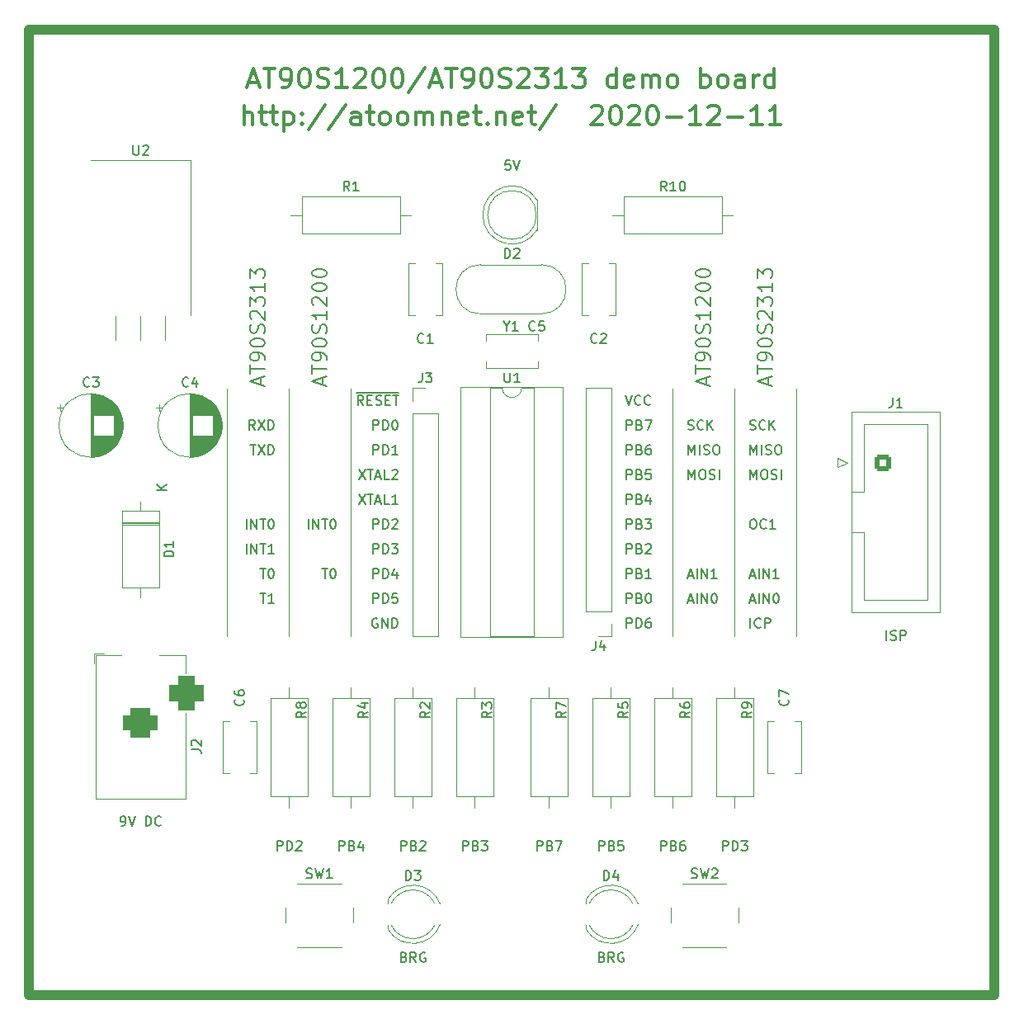
<source format=gto>
G04 #@! TF.GenerationSoftware,KiCad,Pcbnew,7.0.10*
G04 #@! TF.CreationDate,2024-02-15T20:22:10+01:00*
G04 #@! TF.ProjectId,at90s1200,61743930-7331-4323-9030-2e6b69636164,V1.0*
G04 #@! TF.SameCoordinates,Original*
G04 #@! TF.FileFunction,Legend,Top*
G04 #@! TF.FilePolarity,Positive*
%FSLAX46Y46*%
G04 Gerber Fmt 4.6, Leading zero omitted, Abs format (unit mm)*
G04 Created by KiCad (PCBNEW 7.0.10) date 2024-02-15 20:22:10*
%MOMM*%
%LPD*%
G01*
G04 APERTURE LIST*
G04 Aperture macros list*
%AMRoundRect*
0 Rectangle with rounded corners*
0 $1 Rounding radius*
0 $2 $3 $4 $5 $6 $7 $8 $9 X,Y pos of 4 corners*
0 Add a 4 corners polygon primitive as box body*
4,1,4,$2,$3,$4,$5,$6,$7,$8,$9,$2,$3,0*
0 Add four circle primitives for the rounded corners*
1,1,$1+$1,$2,$3*
1,1,$1+$1,$4,$5*
1,1,$1+$1,$6,$7*
1,1,$1+$1,$8,$9*
0 Add four rect primitives between the rounded corners*
20,1,$1+$1,$2,$3,$4,$5,0*
20,1,$1+$1,$4,$5,$6,$7,0*
20,1,$1+$1,$6,$7,$8,$9,0*
20,1,$1+$1,$8,$9,$2,$3,0*%
G04 Aperture macros list end*
%ADD10C,0.120000*%
%ADD11C,1.000000*%
%ADD12C,0.150000*%
%ADD13C,0.300000*%
%ADD14C,0.100000*%
%ADD15R,1.600000X1.600000*%
%ADD16C,1.600000*%
%ADD17R,2.400000X2.400000*%
%ADD18O,2.400000X2.400000*%
%ADD19RoundRect,0.250000X-0.600000X-0.600000X0.600000X-0.600000X0.600000X0.600000X-0.600000X0.600000X0*%
%ADD20C,1.700000*%
%ADD21R,3.500000X3.500000*%
%ADD22RoundRect,0.750000X1.000000X-0.750000X1.000000X0.750000X-1.000000X0.750000X-1.000000X-0.750000X0*%
%ADD23RoundRect,0.875000X0.875000X-0.875000X0.875000X0.875000X-0.875000X0.875000X-0.875000X-0.875000X0*%
%ADD24O,3.500000X3.500000*%
%ADD25R,1.905000X2.000000*%
%ADD26O,1.905000X2.000000*%
%ADD27C,1.500000*%
%ADD28R,2.400000X1.600000*%
%ADD29O,2.400000X1.600000*%
%ADD30C,0.800000*%
%ADD31C,6.400000*%
%ADD32R,1.700000X1.700000*%
%ADD33O,1.700000X1.700000*%
%ADD34R,1.800000X1.800000*%
%ADD35C,1.800000*%
%ADD36C,2.400000*%
%ADD37R,1.070000X1.800000*%
%ADD38O,1.070000X1.800000*%
%ADD39C,2.000000*%
G04 APERTURE END LIST*
D10*
X175260000Y-96520000D02*
X175260000Y-121920000D01*
X116840000Y-96520000D02*
X116840000Y-121920000D01*
D11*
X96520000Y-158750000D02*
X96520000Y-59690000D01*
D10*
X123190000Y-96520000D02*
X123190000Y-121920000D01*
X168910000Y-96520000D02*
X168910000Y-121920000D01*
D11*
X96520000Y-59690000D02*
X195580000Y-59690000D01*
D10*
X162560000Y-96520000D02*
X162560000Y-121920000D01*
D11*
X195580000Y-59690000D02*
X195580000Y-158750000D01*
X195580000Y-158750000D02*
X96520000Y-158750000D01*
D10*
X129540000Y-96520000D02*
X129540000Y-121920000D01*
D12*
X165992557Y-96135601D02*
X165992557Y-95421316D01*
X166421128Y-96278458D02*
X164921128Y-95778458D01*
X164921128Y-95778458D02*
X166421128Y-95278458D01*
X164921128Y-94992744D02*
X164921128Y-94135602D01*
X166421128Y-94564173D02*
X164921128Y-94564173D01*
X166421128Y-93564173D02*
X166421128Y-93278459D01*
X166421128Y-93278459D02*
X166349700Y-93135602D01*
X166349700Y-93135602D02*
X166278271Y-93064173D01*
X166278271Y-93064173D02*
X166063985Y-92921316D01*
X166063985Y-92921316D02*
X165778271Y-92849887D01*
X165778271Y-92849887D02*
X165206842Y-92849887D01*
X165206842Y-92849887D02*
X165063985Y-92921316D01*
X165063985Y-92921316D02*
X164992557Y-92992745D01*
X164992557Y-92992745D02*
X164921128Y-93135602D01*
X164921128Y-93135602D02*
X164921128Y-93421316D01*
X164921128Y-93421316D02*
X164992557Y-93564173D01*
X164992557Y-93564173D02*
X165063985Y-93635602D01*
X165063985Y-93635602D02*
X165206842Y-93707030D01*
X165206842Y-93707030D02*
X165563985Y-93707030D01*
X165563985Y-93707030D02*
X165706842Y-93635602D01*
X165706842Y-93635602D02*
X165778271Y-93564173D01*
X165778271Y-93564173D02*
X165849700Y-93421316D01*
X165849700Y-93421316D02*
X165849700Y-93135602D01*
X165849700Y-93135602D02*
X165778271Y-92992745D01*
X165778271Y-92992745D02*
X165706842Y-92921316D01*
X165706842Y-92921316D02*
X165563985Y-92849887D01*
X164921128Y-91921316D02*
X164921128Y-91778459D01*
X164921128Y-91778459D02*
X164992557Y-91635602D01*
X164992557Y-91635602D02*
X165063985Y-91564174D01*
X165063985Y-91564174D02*
X165206842Y-91492745D01*
X165206842Y-91492745D02*
X165492557Y-91421316D01*
X165492557Y-91421316D02*
X165849700Y-91421316D01*
X165849700Y-91421316D02*
X166135414Y-91492745D01*
X166135414Y-91492745D02*
X166278271Y-91564174D01*
X166278271Y-91564174D02*
X166349700Y-91635602D01*
X166349700Y-91635602D02*
X166421128Y-91778459D01*
X166421128Y-91778459D02*
X166421128Y-91921316D01*
X166421128Y-91921316D02*
X166349700Y-92064174D01*
X166349700Y-92064174D02*
X166278271Y-92135602D01*
X166278271Y-92135602D02*
X166135414Y-92207031D01*
X166135414Y-92207031D02*
X165849700Y-92278459D01*
X165849700Y-92278459D02*
X165492557Y-92278459D01*
X165492557Y-92278459D02*
X165206842Y-92207031D01*
X165206842Y-92207031D02*
X165063985Y-92135602D01*
X165063985Y-92135602D02*
X164992557Y-92064174D01*
X164992557Y-92064174D02*
X164921128Y-91921316D01*
X166349700Y-90849888D02*
X166421128Y-90635603D01*
X166421128Y-90635603D02*
X166421128Y-90278460D01*
X166421128Y-90278460D02*
X166349700Y-90135603D01*
X166349700Y-90135603D02*
X166278271Y-90064174D01*
X166278271Y-90064174D02*
X166135414Y-89992745D01*
X166135414Y-89992745D02*
X165992557Y-89992745D01*
X165992557Y-89992745D02*
X165849700Y-90064174D01*
X165849700Y-90064174D02*
X165778271Y-90135603D01*
X165778271Y-90135603D02*
X165706842Y-90278460D01*
X165706842Y-90278460D02*
X165635414Y-90564174D01*
X165635414Y-90564174D02*
X165563985Y-90707031D01*
X165563985Y-90707031D02*
X165492557Y-90778460D01*
X165492557Y-90778460D02*
X165349700Y-90849888D01*
X165349700Y-90849888D02*
X165206842Y-90849888D01*
X165206842Y-90849888D02*
X165063985Y-90778460D01*
X165063985Y-90778460D02*
X164992557Y-90707031D01*
X164992557Y-90707031D02*
X164921128Y-90564174D01*
X164921128Y-90564174D02*
X164921128Y-90207031D01*
X164921128Y-90207031D02*
X164992557Y-89992745D01*
X166421128Y-88564174D02*
X166421128Y-89421317D01*
X166421128Y-88992746D02*
X164921128Y-88992746D01*
X164921128Y-88992746D02*
X165135414Y-89135603D01*
X165135414Y-89135603D02*
X165278271Y-89278460D01*
X165278271Y-89278460D02*
X165349700Y-89421317D01*
X165063985Y-87992746D02*
X164992557Y-87921318D01*
X164992557Y-87921318D02*
X164921128Y-87778461D01*
X164921128Y-87778461D02*
X164921128Y-87421318D01*
X164921128Y-87421318D02*
X164992557Y-87278461D01*
X164992557Y-87278461D02*
X165063985Y-87207032D01*
X165063985Y-87207032D02*
X165206842Y-87135603D01*
X165206842Y-87135603D02*
X165349700Y-87135603D01*
X165349700Y-87135603D02*
X165563985Y-87207032D01*
X165563985Y-87207032D02*
X166421128Y-88064175D01*
X166421128Y-88064175D02*
X166421128Y-87135603D01*
X164921128Y-86207032D02*
X164921128Y-86064175D01*
X164921128Y-86064175D02*
X164992557Y-85921318D01*
X164992557Y-85921318D02*
X165063985Y-85849890D01*
X165063985Y-85849890D02*
X165206842Y-85778461D01*
X165206842Y-85778461D02*
X165492557Y-85707032D01*
X165492557Y-85707032D02*
X165849700Y-85707032D01*
X165849700Y-85707032D02*
X166135414Y-85778461D01*
X166135414Y-85778461D02*
X166278271Y-85849890D01*
X166278271Y-85849890D02*
X166349700Y-85921318D01*
X166349700Y-85921318D02*
X166421128Y-86064175D01*
X166421128Y-86064175D02*
X166421128Y-86207032D01*
X166421128Y-86207032D02*
X166349700Y-86349890D01*
X166349700Y-86349890D02*
X166278271Y-86421318D01*
X166278271Y-86421318D02*
X166135414Y-86492747D01*
X166135414Y-86492747D02*
X165849700Y-86564175D01*
X165849700Y-86564175D02*
X165492557Y-86564175D01*
X165492557Y-86564175D02*
X165206842Y-86492747D01*
X165206842Y-86492747D02*
X165063985Y-86421318D01*
X165063985Y-86421318D02*
X164992557Y-86349890D01*
X164992557Y-86349890D02*
X164921128Y-86207032D01*
X164921128Y-84778461D02*
X164921128Y-84635604D01*
X164921128Y-84635604D02*
X164992557Y-84492747D01*
X164992557Y-84492747D02*
X165063985Y-84421319D01*
X165063985Y-84421319D02*
X165206842Y-84349890D01*
X165206842Y-84349890D02*
X165492557Y-84278461D01*
X165492557Y-84278461D02*
X165849700Y-84278461D01*
X165849700Y-84278461D02*
X166135414Y-84349890D01*
X166135414Y-84349890D02*
X166278271Y-84421319D01*
X166278271Y-84421319D02*
X166349700Y-84492747D01*
X166349700Y-84492747D02*
X166421128Y-84635604D01*
X166421128Y-84635604D02*
X166421128Y-84778461D01*
X166421128Y-84778461D02*
X166349700Y-84921319D01*
X166349700Y-84921319D02*
X166278271Y-84992747D01*
X166278271Y-84992747D02*
X166135414Y-85064176D01*
X166135414Y-85064176D02*
X165849700Y-85135604D01*
X165849700Y-85135604D02*
X165492557Y-85135604D01*
X165492557Y-85135604D02*
X165206842Y-85064176D01*
X165206842Y-85064176D02*
X165063985Y-84992747D01*
X165063985Y-84992747D02*
X164992557Y-84921319D01*
X164992557Y-84921319D02*
X164921128Y-84778461D01*
X120272557Y-96135601D02*
X120272557Y-95421316D01*
X120701128Y-96278458D02*
X119201128Y-95778458D01*
X119201128Y-95778458D02*
X120701128Y-95278458D01*
X119201128Y-94992744D02*
X119201128Y-94135602D01*
X120701128Y-94564173D02*
X119201128Y-94564173D01*
X120701128Y-93564173D02*
X120701128Y-93278459D01*
X120701128Y-93278459D02*
X120629700Y-93135602D01*
X120629700Y-93135602D02*
X120558271Y-93064173D01*
X120558271Y-93064173D02*
X120343985Y-92921316D01*
X120343985Y-92921316D02*
X120058271Y-92849887D01*
X120058271Y-92849887D02*
X119486842Y-92849887D01*
X119486842Y-92849887D02*
X119343985Y-92921316D01*
X119343985Y-92921316D02*
X119272557Y-92992745D01*
X119272557Y-92992745D02*
X119201128Y-93135602D01*
X119201128Y-93135602D02*
X119201128Y-93421316D01*
X119201128Y-93421316D02*
X119272557Y-93564173D01*
X119272557Y-93564173D02*
X119343985Y-93635602D01*
X119343985Y-93635602D02*
X119486842Y-93707030D01*
X119486842Y-93707030D02*
X119843985Y-93707030D01*
X119843985Y-93707030D02*
X119986842Y-93635602D01*
X119986842Y-93635602D02*
X120058271Y-93564173D01*
X120058271Y-93564173D02*
X120129700Y-93421316D01*
X120129700Y-93421316D02*
X120129700Y-93135602D01*
X120129700Y-93135602D02*
X120058271Y-92992745D01*
X120058271Y-92992745D02*
X119986842Y-92921316D01*
X119986842Y-92921316D02*
X119843985Y-92849887D01*
X119201128Y-91921316D02*
X119201128Y-91778459D01*
X119201128Y-91778459D02*
X119272557Y-91635602D01*
X119272557Y-91635602D02*
X119343985Y-91564174D01*
X119343985Y-91564174D02*
X119486842Y-91492745D01*
X119486842Y-91492745D02*
X119772557Y-91421316D01*
X119772557Y-91421316D02*
X120129700Y-91421316D01*
X120129700Y-91421316D02*
X120415414Y-91492745D01*
X120415414Y-91492745D02*
X120558271Y-91564174D01*
X120558271Y-91564174D02*
X120629700Y-91635602D01*
X120629700Y-91635602D02*
X120701128Y-91778459D01*
X120701128Y-91778459D02*
X120701128Y-91921316D01*
X120701128Y-91921316D02*
X120629700Y-92064174D01*
X120629700Y-92064174D02*
X120558271Y-92135602D01*
X120558271Y-92135602D02*
X120415414Y-92207031D01*
X120415414Y-92207031D02*
X120129700Y-92278459D01*
X120129700Y-92278459D02*
X119772557Y-92278459D01*
X119772557Y-92278459D02*
X119486842Y-92207031D01*
X119486842Y-92207031D02*
X119343985Y-92135602D01*
X119343985Y-92135602D02*
X119272557Y-92064174D01*
X119272557Y-92064174D02*
X119201128Y-91921316D01*
X120629700Y-90849888D02*
X120701128Y-90635603D01*
X120701128Y-90635603D02*
X120701128Y-90278460D01*
X120701128Y-90278460D02*
X120629700Y-90135603D01*
X120629700Y-90135603D02*
X120558271Y-90064174D01*
X120558271Y-90064174D02*
X120415414Y-89992745D01*
X120415414Y-89992745D02*
X120272557Y-89992745D01*
X120272557Y-89992745D02*
X120129700Y-90064174D01*
X120129700Y-90064174D02*
X120058271Y-90135603D01*
X120058271Y-90135603D02*
X119986842Y-90278460D01*
X119986842Y-90278460D02*
X119915414Y-90564174D01*
X119915414Y-90564174D02*
X119843985Y-90707031D01*
X119843985Y-90707031D02*
X119772557Y-90778460D01*
X119772557Y-90778460D02*
X119629700Y-90849888D01*
X119629700Y-90849888D02*
X119486842Y-90849888D01*
X119486842Y-90849888D02*
X119343985Y-90778460D01*
X119343985Y-90778460D02*
X119272557Y-90707031D01*
X119272557Y-90707031D02*
X119201128Y-90564174D01*
X119201128Y-90564174D02*
X119201128Y-90207031D01*
X119201128Y-90207031D02*
X119272557Y-89992745D01*
X119343985Y-89421317D02*
X119272557Y-89349889D01*
X119272557Y-89349889D02*
X119201128Y-89207032D01*
X119201128Y-89207032D02*
X119201128Y-88849889D01*
X119201128Y-88849889D02*
X119272557Y-88707032D01*
X119272557Y-88707032D02*
X119343985Y-88635603D01*
X119343985Y-88635603D02*
X119486842Y-88564174D01*
X119486842Y-88564174D02*
X119629700Y-88564174D01*
X119629700Y-88564174D02*
X119843985Y-88635603D01*
X119843985Y-88635603D02*
X120701128Y-89492746D01*
X120701128Y-89492746D02*
X120701128Y-88564174D01*
X119201128Y-88064175D02*
X119201128Y-87135603D01*
X119201128Y-87135603D02*
X119772557Y-87635603D01*
X119772557Y-87635603D02*
X119772557Y-87421318D01*
X119772557Y-87421318D02*
X119843985Y-87278461D01*
X119843985Y-87278461D02*
X119915414Y-87207032D01*
X119915414Y-87207032D02*
X120058271Y-87135603D01*
X120058271Y-87135603D02*
X120415414Y-87135603D01*
X120415414Y-87135603D02*
X120558271Y-87207032D01*
X120558271Y-87207032D02*
X120629700Y-87278461D01*
X120629700Y-87278461D02*
X120701128Y-87421318D01*
X120701128Y-87421318D02*
X120701128Y-87849889D01*
X120701128Y-87849889D02*
X120629700Y-87992746D01*
X120629700Y-87992746D02*
X120558271Y-88064175D01*
X120701128Y-85707032D02*
X120701128Y-86564175D01*
X120701128Y-86135604D02*
X119201128Y-86135604D01*
X119201128Y-86135604D02*
X119415414Y-86278461D01*
X119415414Y-86278461D02*
X119558271Y-86421318D01*
X119558271Y-86421318D02*
X119629700Y-86564175D01*
X119201128Y-85207033D02*
X119201128Y-84278461D01*
X119201128Y-84278461D02*
X119772557Y-84778461D01*
X119772557Y-84778461D02*
X119772557Y-84564176D01*
X119772557Y-84564176D02*
X119843985Y-84421319D01*
X119843985Y-84421319D02*
X119915414Y-84349890D01*
X119915414Y-84349890D02*
X120058271Y-84278461D01*
X120058271Y-84278461D02*
X120415414Y-84278461D01*
X120415414Y-84278461D02*
X120558271Y-84349890D01*
X120558271Y-84349890D02*
X120629700Y-84421319D01*
X120629700Y-84421319D02*
X120701128Y-84564176D01*
X120701128Y-84564176D02*
X120701128Y-84992747D01*
X120701128Y-84992747D02*
X120629700Y-85135604D01*
X120629700Y-85135604D02*
X120558271Y-85207033D01*
X131807030Y-100784819D02*
X131807030Y-99784819D01*
X131807030Y-99784819D02*
X132187982Y-99784819D01*
X132187982Y-99784819D02*
X132283220Y-99832438D01*
X132283220Y-99832438D02*
X132330839Y-99880057D01*
X132330839Y-99880057D02*
X132378458Y-99975295D01*
X132378458Y-99975295D02*
X132378458Y-100118152D01*
X132378458Y-100118152D02*
X132330839Y-100213390D01*
X132330839Y-100213390D02*
X132283220Y-100261009D01*
X132283220Y-100261009D02*
X132187982Y-100308628D01*
X132187982Y-100308628D02*
X131807030Y-100308628D01*
X132807030Y-100784819D02*
X132807030Y-99784819D01*
X132807030Y-99784819D02*
X133045125Y-99784819D01*
X133045125Y-99784819D02*
X133187982Y-99832438D01*
X133187982Y-99832438D02*
X133283220Y-99927676D01*
X133283220Y-99927676D02*
X133330839Y-100022914D01*
X133330839Y-100022914D02*
X133378458Y-100213390D01*
X133378458Y-100213390D02*
X133378458Y-100356247D01*
X133378458Y-100356247D02*
X133330839Y-100546723D01*
X133330839Y-100546723D02*
X133283220Y-100641961D01*
X133283220Y-100641961D02*
X133187982Y-100737200D01*
X133187982Y-100737200D02*
X133045125Y-100784819D01*
X133045125Y-100784819D02*
X132807030Y-100784819D01*
X133997506Y-99784819D02*
X134092744Y-99784819D01*
X134092744Y-99784819D02*
X134187982Y-99832438D01*
X134187982Y-99832438D02*
X134235601Y-99880057D01*
X134235601Y-99880057D02*
X134283220Y-99975295D01*
X134283220Y-99975295D02*
X134330839Y-100165771D01*
X134330839Y-100165771D02*
X134330839Y-100403866D01*
X134330839Y-100403866D02*
X134283220Y-100594342D01*
X134283220Y-100594342D02*
X134235601Y-100689580D01*
X134235601Y-100689580D02*
X134187982Y-100737200D01*
X134187982Y-100737200D02*
X134092744Y-100784819D01*
X134092744Y-100784819D02*
X133997506Y-100784819D01*
X133997506Y-100784819D02*
X133902268Y-100737200D01*
X133902268Y-100737200D02*
X133854649Y-100689580D01*
X133854649Y-100689580D02*
X133807030Y-100594342D01*
X133807030Y-100594342D02*
X133759411Y-100403866D01*
X133759411Y-100403866D02*
X133759411Y-100165771D01*
X133759411Y-100165771D02*
X133807030Y-99975295D01*
X133807030Y-99975295D02*
X133854649Y-99880057D01*
X133854649Y-99880057D02*
X133902268Y-99832438D01*
X133902268Y-99832438D02*
X133997506Y-99784819D01*
X131807030Y-103324819D02*
X131807030Y-102324819D01*
X131807030Y-102324819D02*
X132187982Y-102324819D01*
X132187982Y-102324819D02*
X132283220Y-102372438D01*
X132283220Y-102372438D02*
X132330839Y-102420057D01*
X132330839Y-102420057D02*
X132378458Y-102515295D01*
X132378458Y-102515295D02*
X132378458Y-102658152D01*
X132378458Y-102658152D02*
X132330839Y-102753390D01*
X132330839Y-102753390D02*
X132283220Y-102801009D01*
X132283220Y-102801009D02*
X132187982Y-102848628D01*
X132187982Y-102848628D02*
X131807030Y-102848628D01*
X132807030Y-103324819D02*
X132807030Y-102324819D01*
X132807030Y-102324819D02*
X133045125Y-102324819D01*
X133045125Y-102324819D02*
X133187982Y-102372438D01*
X133187982Y-102372438D02*
X133283220Y-102467676D01*
X133283220Y-102467676D02*
X133330839Y-102562914D01*
X133330839Y-102562914D02*
X133378458Y-102753390D01*
X133378458Y-102753390D02*
X133378458Y-102896247D01*
X133378458Y-102896247D02*
X133330839Y-103086723D01*
X133330839Y-103086723D02*
X133283220Y-103181961D01*
X133283220Y-103181961D02*
X133187982Y-103277200D01*
X133187982Y-103277200D02*
X133045125Y-103324819D01*
X133045125Y-103324819D02*
X132807030Y-103324819D01*
X134330839Y-103324819D02*
X133759411Y-103324819D01*
X134045125Y-103324819D02*
X134045125Y-102324819D01*
X134045125Y-102324819D02*
X133949887Y-102467676D01*
X133949887Y-102467676D02*
X133854649Y-102562914D01*
X133854649Y-102562914D02*
X133759411Y-102610533D01*
X130330839Y-104864819D02*
X130997505Y-105864819D01*
X130997505Y-104864819D02*
X130330839Y-105864819D01*
X131235601Y-104864819D02*
X131807029Y-104864819D01*
X131521315Y-105864819D02*
X131521315Y-104864819D01*
X132092744Y-105579104D02*
X132568934Y-105579104D01*
X131997506Y-105864819D02*
X132330839Y-104864819D01*
X132330839Y-104864819D02*
X132664172Y-105864819D01*
X133473696Y-105864819D02*
X132997506Y-105864819D01*
X132997506Y-105864819D02*
X132997506Y-104864819D01*
X133759411Y-104960057D02*
X133807030Y-104912438D01*
X133807030Y-104912438D02*
X133902268Y-104864819D01*
X133902268Y-104864819D02*
X134140363Y-104864819D01*
X134140363Y-104864819D02*
X134235601Y-104912438D01*
X134235601Y-104912438D02*
X134283220Y-104960057D01*
X134283220Y-104960057D02*
X134330839Y-105055295D01*
X134330839Y-105055295D02*
X134330839Y-105150533D01*
X134330839Y-105150533D02*
X134283220Y-105293390D01*
X134283220Y-105293390D02*
X133711792Y-105864819D01*
X133711792Y-105864819D02*
X134330839Y-105864819D01*
X130330839Y-107404819D02*
X130997505Y-108404819D01*
X130997505Y-107404819D02*
X130330839Y-108404819D01*
X131235601Y-107404819D02*
X131807029Y-107404819D01*
X131521315Y-108404819D02*
X131521315Y-107404819D01*
X132092744Y-108119104D02*
X132568934Y-108119104D01*
X131997506Y-108404819D02*
X132330839Y-107404819D01*
X132330839Y-107404819D02*
X132664172Y-108404819D01*
X133473696Y-108404819D02*
X132997506Y-108404819D01*
X132997506Y-108404819D02*
X132997506Y-107404819D01*
X134330839Y-108404819D02*
X133759411Y-108404819D01*
X134045125Y-108404819D02*
X134045125Y-107404819D01*
X134045125Y-107404819D02*
X133949887Y-107547676D01*
X133949887Y-107547676D02*
X133854649Y-107642914D01*
X133854649Y-107642914D02*
X133759411Y-107690533D01*
X131807030Y-110944819D02*
X131807030Y-109944819D01*
X131807030Y-109944819D02*
X132187982Y-109944819D01*
X132187982Y-109944819D02*
X132283220Y-109992438D01*
X132283220Y-109992438D02*
X132330839Y-110040057D01*
X132330839Y-110040057D02*
X132378458Y-110135295D01*
X132378458Y-110135295D02*
X132378458Y-110278152D01*
X132378458Y-110278152D02*
X132330839Y-110373390D01*
X132330839Y-110373390D02*
X132283220Y-110421009D01*
X132283220Y-110421009D02*
X132187982Y-110468628D01*
X132187982Y-110468628D02*
X131807030Y-110468628D01*
X132807030Y-110944819D02*
X132807030Y-109944819D01*
X132807030Y-109944819D02*
X133045125Y-109944819D01*
X133045125Y-109944819D02*
X133187982Y-109992438D01*
X133187982Y-109992438D02*
X133283220Y-110087676D01*
X133283220Y-110087676D02*
X133330839Y-110182914D01*
X133330839Y-110182914D02*
X133378458Y-110373390D01*
X133378458Y-110373390D02*
X133378458Y-110516247D01*
X133378458Y-110516247D02*
X133330839Y-110706723D01*
X133330839Y-110706723D02*
X133283220Y-110801961D01*
X133283220Y-110801961D02*
X133187982Y-110897200D01*
X133187982Y-110897200D02*
X133045125Y-110944819D01*
X133045125Y-110944819D02*
X132807030Y-110944819D01*
X133759411Y-110040057D02*
X133807030Y-109992438D01*
X133807030Y-109992438D02*
X133902268Y-109944819D01*
X133902268Y-109944819D02*
X134140363Y-109944819D01*
X134140363Y-109944819D02*
X134235601Y-109992438D01*
X134235601Y-109992438D02*
X134283220Y-110040057D01*
X134283220Y-110040057D02*
X134330839Y-110135295D01*
X134330839Y-110135295D02*
X134330839Y-110230533D01*
X134330839Y-110230533D02*
X134283220Y-110373390D01*
X134283220Y-110373390D02*
X133711792Y-110944819D01*
X133711792Y-110944819D02*
X134330839Y-110944819D01*
X131807030Y-113484819D02*
X131807030Y-112484819D01*
X131807030Y-112484819D02*
X132187982Y-112484819D01*
X132187982Y-112484819D02*
X132283220Y-112532438D01*
X132283220Y-112532438D02*
X132330839Y-112580057D01*
X132330839Y-112580057D02*
X132378458Y-112675295D01*
X132378458Y-112675295D02*
X132378458Y-112818152D01*
X132378458Y-112818152D02*
X132330839Y-112913390D01*
X132330839Y-112913390D02*
X132283220Y-112961009D01*
X132283220Y-112961009D02*
X132187982Y-113008628D01*
X132187982Y-113008628D02*
X131807030Y-113008628D01*
X132807030Y-113484819D02*
X132807030Y-112484819D01*
X132807030Y-112484819D02*
X133045125Y-112484819D01*
X133045125Y-112484819D02*
X133187982Y-112532438D01*
X133187982Y-112532438D02*
X133283220Y-112627676D01*
X133283220Y-112627676D02*
X133330839Y-112722914D01*
X133330839Y-112722914D02*
X133378458Y-112913390D01*
X133378458Y-112913390D02*
X133378458Y-113056247D01*
X133378458Y-113056247D02*
X133330839Y-113246723D01*
X133330839Y-113246723D02*
X133283220Y-113341961D01*
X133283220Y-113341961D02*
X133187982Y-113437200D01*
X133187982Y-113437200D02*
X133045125Y-113484819D01*
X133045125Y-113484819D02*
X132807030Y-113484819D01*
X133711792Y-112484819D02*
X134330839Y-112484819D01*
X134330839Y-112484819D02*
X133997506Y-112865771D01*
X133997506Y-112865771D02*
X134140363Y-112865771D01*
X134140363Y-112865771D02*
X134235601Y-112913390D01*
X134235601Y-112913390D02*
X134283220Y-112961009D01*
X134283220Y-112961009D02*
X134330839Y-113056247D01*
X134330839Y-113056247D02*
X134330839Y-113294342D01*
X134330839Y-113294342D02*
X134283220Y-113389580D01*
X134283220Y-113389580D02*
X134235601Y-113437200D01*
X134235601Y-113437200D02*
X134140363Y-113484819D01*
X134140363Y-113484819D02*
X133854649Y-113484819D01*
X133854649Y-113484819D02*
X133759411Y-113437200D01*
X133759411Y-113437200D02*
X133711792Y-113389580D01*
X131807030Y-116024819D02*
X131807030Y-115024819D01*
X131807030Y-115024819D02*
X132187982Y-115024819D01*
X132187982Y-115024819D02*
X132283220Y-115072438D01*
X132283220Y-115072438D02*
X132330839Y-115120057D01*
X132330839Y-115120057D02*
X132378458Y-115215295D01*
X132378458Y-115215295D02*
X132378458Y-115358152D01*
X132378458Y-115358152D02*
X132330839Y-115453390D01*
X132330839Y-115453390D02*
X132283220Y-115501009D01*
X132283220Y-115501009D02*
X132187982Y-115548628D01*
X132187982Y-115548628D02*
X131807030Y-115548628D01*
X132807030Y-116024819D02*
X132807030Y-115024819D01*
X132807030Y-115024819D02*
X133045125Y-115024819D01*
X133045125Y-115024819D02*
X133187982Y-115072438D01*
X133187982Y-115072438D02*
X133283220Y-115167676D01*
X133283220Y-115167676D02*
X133330839Y-115262914D01*
X133330839Y-115262914D02*
X133378458Y-115453390D01*
X133378458Y-115453390D02*
X133378458Y-115596247D01*
X133378458Y-115596247D02*
X133330839Y-115786723D01*
X133330839Y-115786723D02*
X133283220Y-115881961D01*
X133283220Y-115881961D02*
X133187982Y-115977200D01*
X133187982Y-115977200D02*
X133045125Y-116024819D01*
X133045125Y-116024819D02*
X132807030Y-116024819D01*
X134235601Y-115358152D02*
X134235601Y-116024819D01*
X133997506Y-114977200D02*
X133759411Y-115691485D01*
X133759411Y-115691485D02*
X134378458Y-115691485D01*
X131807030Y-118564819D02*
X131807030Y-117564819D01*
X131807030Y-117564819D02*
X132187982Y-117564819D01*
X132187982Y-117564819D02*
X132283220Y-117612438D01*
X132283220Y-117612438D02*
X132330839Y-117660057D01*
X132330839Y-117660057D02*
X132378458Y-117755295D01*
X132378458Y-117755295D02*
X132378458Y-117898152D01*
X132378458Y-117898152D02*
X132330839Y-117993390D01*
X132330839Y-117993390D02*
X132283220Y-118041009D01*
X132283220Y-118041009D02*
X132187982Y-118088628D01*
X132187982Y-118088628D02*
X131807030Y-118088628D01*
X132807030Y-118564819D02*
X132807030Y-117564819D01*
X132807030Y-117564819D02*
X133045125Y-117564819D01*
X133045125Y-117564819D02*
X133187982Y-117612438D01*
X133187982Y-117612438D02*
X133283220Y-117707676D01*
X133283220Y-117707676D02*
X133330839Y-117802914D01*
X133330839Y-117802914D02*
X133378458Y-117993390D01*
X133378458Y-117993390D02*
X133378458Y-118136247D01*
X133378458Y-118136247D02*
X133330839Y-118326723D01*
X133330839Y-118326723D02*
X133283220Y-118421961D01*
X133283220Y-118421961D02*
X133187982Y-118517200D01*
X133187982Y-118517200D02*
X133045125Y-118564819D01*
X133045125Y-118564819D02*
X132807030Y-118564819D01*
X134283220Y-117564819D02*
X133807030Y-117564819D01*
X133807030Y-117564819D02*
X133759411Y-118041009D01*
X133759411Y-118041009D02*
X133807030Y-117993390D01*
X133807030Y-117993390D02*
X133902268Y-117945771D01*
X133902268Y-117945771D02*
X134140363Y-117945771D01*
X134140363Y-117945771D02*
X134235601Y-117993390D01*
X134235601Y-117993390D02*
X134283220Y-118041009D01*
X134283220Y-118041009D02*
X134330839Y-118136247D01*
X134330839Y-118136247D02*
X134330839Y-118374342D01*
X134330839Y-118374342D02*
X134283220Y-118469580D01*
X134283220Y-118469580D02*
X134235601Y-118517200D01*
X134235601Y-118517200D02*
X134140363Y-118564819D01*
X134140363Y-118564819D02*
X133902268Y-118564819D01*
X133902268Y-118564819D02*
X133807030Y-118517200D01*
X133807030Y-118517200D02*
X133759411Y-118469580D01*
X132235601Y-120152438D02*
X132140363Y-120104819D01*
X132140363Y-120104819D02*
X131997506Y-120104819D01*
X131997506Y-120104819D02*
X131854649Y-120152438D01*
X131854649Y-120152438D02*
X131759411Y-120247676D01*
X131759411Y-120247676D02*
X131711792Y-120342914D01*
X131711792Y-120342914D02*
X131664173Y-120533390D01*
X131664173Y-120533390D02*
X131664173Y-120676247D01*
X131664173Y-120676247D02*
X131711792Y-120866723D01*
X131711792Y-120866723D02*
X131759411Y-120961961D01*
X131759411Y-120961961D02*
X131854649Y-121057200D01*
X131854649Y-121057200D02*
X131997506Y-121104819D01*
X131997506Y-121104819D02*
X132092744Y-121104819D01*
X132092744Y-121104819D02*
X132235601Y-121057200D01*
X132235601Y-121057200D02*
X132283220Y-121009580D01*
X132283220Y-121009580D02*
X132283220Y-120676247D01*
X132283220Y-120676247D02*
X132092744Y-120676247D01*
X132711792Y-121104819D02*
X132711792Y-120104819D01*
X132711792Y-120104819D02*
X133283220Y-121104819D01*
X133283220Y-121104819D02*
X133283220Y-120104819D01*
X133759411Y-121104819D02*
X133759411Y-120104819D01*
X133759411Y-120104819D02*
X133997506Y-120104819D01*
X133997506Y-120104819D02*
X134140363Y-120152438D01*
X134140363Y-120152438D02*
X134235601Y-120247676D01*
X134235601Y-120247676D02*
X134283220Y-120342914D01*
X134283220Y-120342914D02*
X134330839Y-120533390D01*
X134330839Y-120533390D02*
X134330839Y-120676247D01*
X134330839Y-120676247D02*
X134283220Y-120866723D01*
X134283220Y-120866723D02*
X134235601Y-120961961D01*
X134235601Y-120961961D02*
X134140363Y-121057200D01*
X134140363Y-121057200D02*
X133997506Y-121104819D01*
X133997506Y-121104819D02*
X133759411Y-121104819D01*
X157673922Y-97244819D02*
X158007255Y-98244819D01*
X158007255Y-98244819D02*
X158340588Y-97244819D01*
X159245350Y-98149580D02*
X159197731Y-98197200D01*
X159197731Y-98197200D02*
X159054874Y-98244819D01*
X159054874Y-98244819D02*
X158959636Y-98244819D01*
X158959636Y-98244819D02*
X158816779Y-98197200D01*
X158816779Y-98197200D02*
X158721541Y-98101961D01*
X158721541Y-98101961D02*
X158673922Y-98006723D01*
X158673922Y-98006723D02*
X158626303Y-97816247D01*
X158626303Y-97816247D02*
X158626303Y-97673390D01*
X158626303Y-97673390D02*
X158673922Y-97482914D01*
X158673922Y-97482914D02*
X158721541Y-97387676D01*
X158721541Y-97387676D02*
X158816779Y-97292438D01*
X158816779Y-97292438D02*
X158959636Y-97244819D01*
X158959636Y-97244819D02*
X159054874Y-97244819D01*
X159054874Y-97244819D02*
X159197731Y-97292438D01*
X159197731Y-97292438D02*
X159245350Y-97340057D01*
X160245350Y-98149580D02*
X160197731Y-98197200D01*
X160197731Y-98197200D02*
X160054874Y-98244819D01*
X160054874Y-98244819D02*
X159959636Y-98244819D01*
X159959636Y-98244819D02*
X159816779Y-98197200D01*
X159816779Y-98197200D02*
X159721541Y-98101961D01*
X159721541Y-98101961D02*
X159673922Y-98006723D01*
X159673922Y-98006723D02*
X159626303Y-97816247D01*
X159626303Y-97816247D02*
X159626303Y-97673390D01*
X159626303Y-97673390D02*
X159673922Y-97482914D01*
X159673922Y-97482914D02*
X159721541Y-97387676D01*
X159721541Y-97387676D02*
X159816779Y-97292438D01*
X159816779Y-97292438D02*
X159959636Y-97244819D01*
X159959636Y-97244819D02*
X160054874Y-97244819D01*
X160054874Y-97244819D02*
X160197731Y-97292438D01*
X160197731Y-97292438D02*
X160245350Y-97340057D01*
X157816779Y-100784819D02*
X157816779Y-99784819D01*
X157816779Y-99784819D02*
X158197731Y-99784819D01*
X158197731Y-99784819D02*
X158292969Y-99832438D01*
X158292969Y-99832438D02*
X158340588Y-99880057D01*
X158340588Y-99880057D02*
X158388207Y-99975295D01*
X158388207Y-99975295D02*
X158388207Y-100118152D01*
X158388207Y-100118152D02*
X158340588Y-100213390D01*
X158340588Y-100213390D02*
X158292969Y-100261009D01*
X158292969Y-100261009D02*
X158197731Y-100308628D01*
X158197731Y-100308628D02*
X157816779Y-100308628D01*
X159150112Y-100261009D02*
X159292969Y-100308628D01*
X159292969Y-100308628D02*
X159340588Y-100356247D01*
X159340588Y-100356247D02*
X159388207Y-100451485D01*
X159388207Y-100451485D02*
X159388207Y-100594342D01*
X159388207Y-100594342D02*
X159340588Y-100689580D01*
X159340588Y-100689580D02*
X159292969Y-100737200D01*
X159292969Y-100737200D02*
X159197731Y-100784819D01*
X159197731Y-100784819D02*
X158816779Y-100784819D01*
X158816779Y-100784819D02*
X158816779Y-99784819D01*
X158816779Y-99784819D02*
X159150112Y-99784819D01*
X159150112Y-99784819D02*
X159245350Y-99832438D01*
X159245350Y-99832438D02*
X159292969Y-99880057D01*
X159292969Y-99880057D02*
X159340588Y-99975295D01*
X159340588Y-99975295D02*
X159340588Y-100070533D01*
X159340588Y-100070533D02*
X159292969Y-100165771D01*
X159292969Y-100165771D02*
X159245350Y-100213390D01*
X159245350Y-100213390D02*
X159150112Y-100261009D01*
X159150112Y-100261009D02*
X158816779Y-100261009D01*
X159721541Y-99784819D02*
X160388207Y-99784819D01*
X160388207Y-99784819D02*
X159959636Y-100784819D01*
X157816779Y-103324819D02*
X157816779Y-102324819D01*
X157816779Y-102324819D02*
X158197731Y-102324819D01*
X158197731Y-102324819D02*
X158292969Y-102372438D01*
X158292969Y-102372438D02*
X158340588Y-102420057D01*
X158340588Y-102420057D02*
X158388207Y-102515295D01*
X158388207Y-102515295D02*
X158388207Y-102658152D01*
X158388207Y-102658152D02*
X158340588Y-102753390D01*
X158340588Y-102753390D02*
X158292969Y-102801009D01*
X158292969Y-102801009D02*
X158197731Y-102848628D01*
X158197731Y-102848628D02*
X157816779Y-102848628D01*
X159150112Y-102801009D02*
X159292969Y-102848628D01*
X159292969Y-102848628D02*
X159340588Y-102896247D01*
X159340588Y-102896247D02*
X159388207Y-102991485D01*
X159388207Y-102991485D02*
X159388207Y-103134342D01*
X159388207Y-103134342D02*
X159340588Y-103229580D01*
X159340588Y-103229580D02*
X159292969Y-103277200D01*
X159292969Y-103277200D02*
X159197731Y-103324819D01*
X159197731Y-103324819D02*
X158816779Y-103324819D01*
X158816779Y-103324819D02*
X158816779Y-102324819D01*
X158816779Y-102324819D02*
X159150112Y-102324819D01*
X159150112Y-102324819D02*
X159245350Y-102372438D01*
X159245350Y-102372438D02*
X159292969Y-102420057D01*
X159292969Y-102420057D02*
X159340588Y-102515295D01*
X159340588Y-102515295D02*
X159340588Y-102610533D01*
X159340588Y-102610533D02*
X159292969Y-102705771D01*
X159292969Y-102705771D02*
X159245350Y-102753390D01*
X159245350Y-102753390D02*
X159150112Y-102801009D01*
X159150112Y-102801009D02*
X158816779Y-102801009D01*
X160245350Y-102324819D02*
X160054874Y-102324819D01*
X160054874Y-102324819D02*
X159959636Y-102372438D01*
X159959636Y-102372438D02*
X159912017Y-102420057D01*
X159912017Y-102420057D02*
X159816779Y-102562914D01*
X159816779Y-102562914D02*
X159769160Y-102753390D01*
X159769160Y-102753390D02*
X159769160Y-103134342D01*
X159769160Y-103134342D02*
X159816779Y-103229580D01*
X159816779Y-103229580D02*
X159864398Y-103277200D01*
X159864398Y-103277200D02*
X159959636Y-103324819D01*
X159959636Y-103324819D02*
X160150112Y-103324819D01*
X160150112Y-103324819D02*
X160245350Y-103277200D01*
X160245350Y-103277200D02*
X160292969Y-103229580D01*
X160292969Y-103229580D02*
X160340588Y-103134342D01*
X160340588Y-103134342D02*
X160340588Y-102896247D01*
X160340588Y-102896247D02*
X160292969Y-102801009D01*
X160292969Y-102801009D02*
X160245350Y-102753390D01*
X160245350Y-102753390D02*
X160150112Y-102705771D01*
X160150112Y-102705771D02*
X159959636Y-102705771D01*
X159959636Y-102705771D02*
X159864398Y-102753390D01*
X159864398Y-102753390D02*
X159816779Y-102801009D01*
X159816779Y-102801009D02*
X159769160Y-102896247D01*
X157816779Y-105864819D02*
X157816779Y-104864819D01*
X157816779Y-104864819D02*
X158197731Y-104864819D01*
X158197731Y-104864819D02*
X158292969Y-104912438D01*
X158292969Y-104912438D02*
X158340588Y-104960057D01*
X158340588Y-104960057D02*
X158388207Y-105055295D01*
X158388207Y-105055295D02*
X158388207Y-105198152D01*
X158388207Y-105198152D02*
X158340588Y-105293390D01*
X158340588Y-105293390D02*
X158292969Y-105341009D01*
X158292969Y-105341009D02*
X158197731Y-105388628D01*
X158197731Y-105388628D02*
X157816779Y-105388628D01*
X159150112Y-105341009D02*
X159292969Y-105388628D01*
X159292969Y-105388628D02*
X159340588Y-105436247D01*
X159340588Y-105436247D02*
X159388207Y-105531485D01*
X159388207Y-105531485D02*
X159388207Y-105674342D01*
X159388207Y-105674342D02*
X159340588Y-105769580D01*
X159340588Y-105769580D02*
X159292969Y-105817200D01*
X159292969Y-105817200D02*
X159197731Y-105864819D01*
X159197731Y-105864819D02*
X158816779Y-105864819D01*
X158816779Y-105864819D02*
X158816779Y-104864819D01*
X158816779Y-104864819D02*
X159150112Y-104864819D01*
X159150112Y-104864819D02*
X159245350Y-104912438D01*
X159245350Y-104912438D02*
X159292969Y-104960057D01*
X159292969Y-104960057D02*
X159340588Y-105055295D01*
X159340588Y-105055295D02*
X159340588Y-105150533D01*
X159340588Y-105150533D02*
X159292969Y-105245771D01*
X159292969Y-105245771D02*
X159245350Y-105293390D01*
X159245350Y-105293390D02*
X159150112Y-105341009D01*
X159150112Y-105341009D02*
X158816779Y-105341009D01*
X160292969Y-104864819D02*
X159816779Y-104864819D01*
X159816779Y-104864819D02*
X159769160Y-105341009D01*
X159769160Y-105341009D02*
X159816779Y-105293390D01*
X159816779Y-105293390D02*
X159912017Y-105245771D01*
X159912017Y-105245771D02*
X160150112Y-105245771D01*
X160150112Y-105245771D02*
X160245350Y-105293390D01*
X160245350Y-105293390D02*
X160292969Y-105341009D01*
X160292969Y-105341009D02*
X160340588Y-105436247D01*
X160340588Y-105436247D02*
X160340588Y-105674342D01*
X160340588Y-105674342D02*
X160292969Y-105769580D01*
X160292969Y-105769580D02*
X160245350Y-105817200D01*
X160245350Y-105817200D02*
X160150112Y-105864819D01*
X160150112Y-105864819D02*
X159912017Y-105864819D01*
X159912017Y-105864819D02*
X159816779Y-105817200D01*
X159816779Y-105817200D02*
X159769160Y-105769580D01*
X157816779Y-108404819D02*
X157816779Y-107404819D01*
X157816779Y-107404819D02*
X158197731Y-107404819D01*
X158197731Y-107404819D02*
X158292969Y-107452438D01*
X158292969Y-107452438D02*
X158340588Y-107500057D01*
X158340588Y-107500057D02*
X158388207Y-107595295D01*
X158388207Y-107595295D02*
X158388207Y-107738152D01*
X158388207Y-107738152D02*
X158340588Y-107833390D01*
X158340588Y-107833390D02*
X158292969Y-107881009D01*
X158292969Y-107881009D02*
X158197731Y-107928628D01*
X158197731Y-107928628D02*
X157816779Y-107928628D01*
X159150112Y-107881009D02*
X159292969Y-107928628D01*
X159292969Y-107928628D02*
X159340588Y-107976247D01*
X159340588Y-107976247D02*
X159388207Y-108071485D01*
X159388207Y-108071485D02*
X159388207Y-108214342D01*
X159388207Y-108214342D02*
X159340588Y-108309580D01*
X159340588Y-108309580D02*
X159292969Y-108357200D01*
X159292969Y-108357200D02*
X159197731Y-108404819D01*
X159197731Y-108404819D02*
X158816779Y-108404819D01*
X158816779Y-108404819D02*
X158816779Y-107404819D01*
X158816779Y-107404819D02*
X159150112Y-107404819D01*
X159150112Y-107404819D02*
X159245350Y-107452438D01*
X159245350Y-107452438D02*
X159292969Y-107500057D01*
X159292969Y-107500057D02*
X159340588Y-107595295D01*
X159340588Y-107595295D02*
X159340588Y-107690533D01*
X159340588Y-107690533D02*
X159292969Y-107785771D01*
X159292969Y-107785771D02*
X159245350Y-107833390D01*
X159245350Y-107833390D02*
X159150112Y-107881009D01*
X159150112Y-107881009D02*
X158816779Y-107881009D01*
X160245350Y-107738152D02*
X160245350Y-108404819D01*
X160007255Y-107357200D02*
X159769160Y-108071485D01*
X159769160Y-108071485D02*
X160388207Y-108071485D01*
X157816779Y-110944819D02*
X157816779Y-109944819D01*
X157816779Y-109944819D02*
X158197731Y-109944819D01*
X158197731Y-109944819D02*
X158292969Y-109992438D01*
X158292969Y-109992438D02*
X158340588Y-110040057D01*
X158340588Y-110040057D02*
X158388207Y-110135295D01*
X158388207Y-110135295D02*
X158388207Y-110278152D01*
X158388207Y-110278152D02*
X158340588Y-110373390D01*
X158340588Y-110373390D02*
X158292969Y-110421009D01*
X158292969Y-110421009D02*
X158197731Y-110468628D01*
X158197731Y-110468628D02*
X157816779Y-110468628D01*
X159150112Y-110421009D02*
X159292969Y-110468628D01*
X159292969Y-110468628D02*
X159340588Y-110516247D01*
X159340588Y-110516247D02*
X159388207Y-110611485D01*
X159388207Y-110611485D02*
X159388207Y-110754342D01*
X159388207Y-110754342D02*
X159340588Y-110849580D01*
X159340588Y-110849580D02*
X159292969Y-110897200D01*
X159292969Y-110897200D02*
X159197731Y-110944819D01*
X159197731Y-110944819D02*
X158816779Y-110944819D01*
X158816779Y-110944819D02*
X158816779Y-109944819D01*
X158816779Y-109944819D02*
X159150112Y-109944819D01*
X159150112Y-109944819D02*
X159245350Y-109992438D01*
X159245350Y-109992438D02*
X159292969Y-110040057D01*
X159292969Y-110040057D02*
X159340588Y-110135295D01*
X159340588Y-110135295D02*
X159340588Y-110230533D01*
X159340588Y-110230533D02*
X159292969Y-110325771D01*
X159292969Y-110325771D02*
X159245350Y-110373390D01*
X159245350Y-110373390D02*
X159150112Y-110421009D01*
X159150112Y-110421009D02*
X158816779Y-110421009D01*
X159721541Y-109944819D02*
X160340588Y-109944819D01*
X160340588Y-109944819D02*
X160007255Y-110325771D01*
X160007255Y-110325771D02*
X160150112Y-110325771D01*
X160150112Y-110325771D02*
X160245350Y-110373390D01*
X160245350Y-110373390D02*
X160292969Y-110421009D01*
X160292969Y-110421009D02*
X160340588Y-110516247D01*
X160340588Y-110516247D02*
X160340588Y-110754342D01*
X160340588Y-110754342D02*
X160292969Y-110849580D01*
X160292969Y-110849580D02*
X160245350Y-110897200D01*
X160245350Y-110897200D02*
X160150112Y-110944819D01*
X160150112Y-110944819D02*
X159864398Y-110944819D01*
X159864398Y-110944819D02*
X159769160Y-110897200D01*
X159769160Y-110897200D02*
X159721541Y-110849580D01*
X157816779Y-113484819D02*
X157816779Y-112484819D01*
X157816779Y-112484819D02*
X158197731Y-112484819D01*
X158197731Y-112484819D02*
X158292969Y-112532438D01*
X158292969Y-112532438D02*
X158340588Y-112580057D01*
X158340588Y-112580057D02*
X158388207Y-112675295D01*
X158388207Y-112675295D02*
X158388207Y-112818152D01*
X158388207Y-112818152D02*
X158340588Y-112913390D01*
X158340588Y-112913390D02*
X158292969Y-112961009D01*
X158292969Y-112961009D02*
X158197731Y-113008628D01*
X158197731Y-113008628D02*
X157816779Y-113008628D01*
X159150112Y-112961009D02*
X159292969Y-113008628D01*
X159292969Y-113008628D02*
X159340588Y-113056247D01*
X159340588Y-113056247D02*
X159388207Y-113151485D01*
X159388207Y-113151485D02*
X159388207Y-113294342D01*
X159388207Y-113294342D02*
X159340588Y-113389580D01*
X159340588Y-113389580D02*
X159292969Y-113437200D01*
X159292969Y-113437200D02*
X159197731Y-113484819D01*
X159197731Y-113484819D02*
X158816779Y-113484819D01*
X158816779Y-113484819D02*
X158816779Y-112484819D01*
X158816779Y-112484819D02*
X159150112Y-112484819D01*
X159150112Y-112484819D02*
X159245350Y-112532438D01*
X159245350Y-112532438D02*
X159292969Y-112580057D01*
X159292969Y-112580057D02*
X159340588Y-112675295D01*
X159340588Y-112675295D02*
X159340588Y-112770533D01*
X159340588Y-112770533D02*
X159292969Y-112865771D01*
X159292969Y-112865771D02*
X159245350Y-112913390D01*
X159245350Y-112913390D02*
X159150112Y-112961009D01*
X159150112Y-112961009D02*
X158816779Y-112961009D01*
X159769160Y-112580057D02*
X159816779Y-112532438D01*
X159816779Y-112532438D02*
X159912017Y-112484819D01*
X159912017Y-112484819D02*
X160150112Y-112484819D01*
X160150112Y-112484819D02*
X160245350Y-112532438D01*
X160245350Y-112532438D02*
X160292969Y-112580057D01*
X160292969Y-112580057D02*
X160340588Y-112675295D01*
X160340588Y-112675295D02*
X160340588Y-112770533D01*
X160340588Y-112770533D02*
X160292969Y-112913390D01*
X160292969Y-112913390D02*
X159721541Y-113484819D01*
X159721541Y-113484819D02*
X160340588Y-113484819D01*
X157816779Y-116024819D02*
X157816779Y-115024819D01*
X157816779Y-115024819D02*
X158197731Y-115024819D01*
X158197731Y-115024819D02*
X158292969Y-115072438D01*
X158292969Y-115072438D02*
X158340588Y-115120057D01*
X158340588Y-115120057D02*
X158388207Y-115215295D01*
X158388207Y-115215295D02*
X158388207Y-115358152D01*
X158388207Y-115358152D02*
X158340588Y-115453390D01*
X158340588Y-115453390D02*
X158292969Y-115501009D01*
X158292969Y-115501009D02*
X158197731Y-115548628D01*
X158197731Y-115548628D02*
X157816779Y-115548628D01*
X159150112Y-115501009D02*
X159292969Y-115548628D01*
X159292969Y-115548628D02*
X159340588Y-115596247D01*
X159340588Y-115596247D02*
X159388207Y-115691485D01*
X159388207Y-115691485D02*
X159388207Y-115834342D01*
X159388207Y-115834342D02*
X159340588Y-115929580D01*
X159340588Y-115929580D02*
X159292969Y-115977200D01*
X159292969Y-115977200D02*
X159197731Y-116024819D01*
X159197731Y-116024819D02*
X158816779Y-116024819D01*
X158816779Y-116024819D02*
X158816779Y-115024819D01*
X158816779Y-115024819D02*
X159150112Y-115024819D01*
X159150112Y-115024819D02*
X159245350Y-115072438D01*
X159245350Y-115072438D02*
X159292969Y-115120057D01*
X159292969Y-115120057D02*
X159340588Y-115215295D01*
X159340588Y-115215295D02*
X159340588Y-115310533D01*
X159340588Y-115310533D02*
X159292969Y-115405771D01*
X159292969Y-115405771D02*
X159245350Y-115453390D01*
X159245350Y-115453390D02*
X159150112Y-115501009D01*
X159150112Y-115501009D02*
X158816779Y-115501009D01*
X160340588Y-116024819D02*
X159769160Y-116024819D01*
X160054874Y-116024819D02*
X160054874Y-115024819D01*
X160054874Y-115024819D02*
X159959636Y-115167676D01*
X159959636Y-115167676D02*
X159864398Y-115262914D01*
X159864398Y-115262914D02*
X159769160Y-115310533D01*
X157816779Y-118564819D02*
X157816779Y-117564819D01*
X157816779Y-117564819D02*
X158197731Y-117564819D01*
X158197731Y-117564819D02*
X158292969Y-117612438D01*
X158292969Y-117612438D02*
X158340588Y-117660057D01*
X158340588Y-117660057D02*
X158388207Y-117755295D01*
X158388207Y-117755295D02*
X158388207Y-117898152D01*
X158388207Y-117898152D02*
X158340588Y-117993390D01*
X158340588Y-117993390D02*
X158292969Y-118041009D01*
X158292969Y-118041009D02*
X158197731Y-118088628D01*
X158197731Y-118088628D02*
X157816779Y-118088628D01*
X159150112Y-118041009D02*
X159292969Y-118088628D01*
X159292969Y-118088628D02*
X159340588Y-118136247D01*
X159340588Y-118136247D02*
X159388207Y-118231485D01*
X159388207Y-118231485D02*
X159388207Y-118374342D01*
X159388207Y-118374342D02*
X159340588Y-118469580D01*
X159340588Y-118469580D02*
X159292969Y-118517200D01*
X159292969Y-118517200D02*
X159197731Y-118564819D01*
X159197731Y-118564819D02*
X158816779Y-118564819D01*
X158816779Y-118564819D02*
X158816779Y-117564819D01*
X158816779Y-117564819D02*
X159150112Y-117564819D01*
X159150112Y-117564819D02*
X159245350Y-117612438D01*
X159245350Y-117612438D02*
X159292969Y-117660057D01*
X159292969Y-117660057D02*
X159340588Y-117755295D01*
X159340588Y-117755295D02*
X159340588Y-117850533D01*
X159340588Y-117850533D02*
X159292969Y-117945771D01*
X159292969Y-117945771D02*
X159245350Y-117993390D01*
X159245350Y-117993390D02*
X159150112Y-118041009D01*
X159150112Y-118041009D02*
X158816779Y-118041009D01*
X160007255Y-117564819D02*
X160102493Y-117564819D01*
X160102493Y-117564819D02*
X160197731Y-117612438D01*
X160197731Y-117612438D02*
X160245350Y-117660057D01*
X160245350Y-117660057D02*
X160292969Y-117755295D01*
X160292969Y-117755295D02*
X160340588Y-117945771D01*
X160340588Y-117945771D02*
X160340588Y-118183866D01*
X160340588Y-118183866D02*
X160292969Y-118374342D01*
X160292969Y-118374342D02*
X160245350Y-118469580D01*
X160245350Y-118469580D02*
X160197731Y-118517200D01*
X160197731Y-118517200D02*
X160102493Y-118564819D01*
X160102493Y-118564819D02*
X160007255Y-118564819D01*
X160007255Y-118564819D02*
X159912017Y-118517200D01*
X159912017Y-118517200D02*
X159864398Y-118469580D01*
X159864398Y-118469580D02*
X159816779Y-118374342D01*
X159816779Y-118374342D02*
X159769160Y-118183866D01*
X159769160Y-118183866D02*
X159769160Y-117945771D01*
X159769160Y-117945771D02*
X159816779Y-117755295D01*
X159816779Y-117755295D02*
X159864398Y-117660057D01*
X159864398Y-117660057D02*
X159912017Y-117612438D01*
X159912017Y-117612438D02*
X160007255Y-117564819D01*
X157816779Y-121104819D02*
X157816779Y-120104819D01*
X157816779Y-120104819D02*
X158197731Y-120104819D01*
X158197731Y-120104819D02*
X158292969Y-120152438D01*
X158292969Y-120152438D02*
X158340588Y-120200057D01*
X158340588Y-120200057D02*
X158388207Y-120295295D01*
X158388207Y-120295295D02*
X158388207Y-120438152D01*
X158388207Y-120438152D02*
X158340588Y-120533390D01*
X158340588Y-120533390D02*
X158292969Y-120581009D01*
X158292969Y-120581009D02*
X158197731Y-120628628D01*
X158197731Y-120628628D02*
X157816779Y-120628628D01*
X158816779Y-121104819D02*
X158816779Y-120104819D01*
X158816779Y-120104819D02*
X159054874Y-120104819D01*
X159054874Y-120104819D02*
X159197731Y-120152438D01*
X159197731Y-120152438D02*
X159292969Y-120247676D01*
X159292969Y-120247676D02*
X159340588Y-120342914D01*
X159340588Y-120342914D02*
X159388207Y-120533390D01*
X159388207Y-120533390D02*
X159388207Y-120676247D01*
X159388207Y-120676247D02*
X159340588Y-120866723D01*
X159340588Y-120866723D02*
X159292969Y-120961961D01*
X159292969Y-120961961D02*
X159197731Y-121057200D01*
X159197731Y-121057200D02*
X159054874Y-121104819D01*
X159054874Y-121104819D02*
X158816779Y-121104819D01*
X160245350Y-120104819D02*
X160054874Y-120104819D01*
X160054874Y-120104819D02*
X159959636Y-120152438D01*
X159959636Y-120152438D02*
X159912017Y-120200057D01*
X159912017Y-120200057D02*
X159816779Y-120342914D01*
X159816779Y-120342914D02*
X159769160Y-120533390D01*
X159769160Y-120533390D02*
X159769160Y-120914342D01*
X159769160Y-120914342D02*
X159816779Y-121009580D01*
X159816779Y-121009580D02*
X159864398Y-121057200D01*
X159864398Y-121057200D02*
X159959636Y-121104819D01*
X159959636Y-121104819D02*
X160150112Y-121104819D01*
X160150112Y-121104819D02*
X160245350Y-121057200D01*
X160245350Y-121057200D02*
X160292969Y-121009580D01*
X160292969Y-121009580D02*
X160340588Y-120914342D01*
X160340588Y-120914342D02*
X160340588Y-120676247D01*
X160340588Y-120676247D02*
X160292969Y-120581009D01*
X160292969Y-120581009D02*
X160245350Y-120533390D01*
X160245350Y-120533390D02*
X160150112Y-120485771D01*
X160150112Y-120485771D02*
X159959636Y-120485771D01*
X159959636Y-120485771D02*
X159864398Y-120533390D01*
X159864398Y-120533390D02*
X159816779Y-120581009D01*
X159816779Y-120581009D02*
X159769160Y-120676247D01*
X125171316Y-110944819D02*
X125171316Y-109944819D01*
X125647506Y-110944819D02*
X125647506Y-109944819D01*
X125647506Y-109944819D02*
X126218934Y-110944819D01*
X126218934Y-110944819D02*
X126218934Y-109944819D01*
X126552268Y-109944819D02*
X127123696Y-109944819D01*
X126837982Y-110944819D02*
X126837982Y-109944819D01*
X127647506Y-109944819D02*
X127742744Y-109944819D01*
X127742744Y-109944819D02*
X127837982Y-109992438D01*
X127837982Y-109992438D02*
X127885601Y-110040057D01*
X127885601Y-110040057D02*
X127933220Y-110135295D01*
X127933220Y-110135295D02*
X127980839Y-110325771D01*
X127980839Y-110325771D02*
X127980839Y-110563866D01*
X127980839Y-110563866D02*
X127933220Y-110754342D01*
X127933220Y-110754342D02*
X127885601Y-110849580D01*
X127885601Y-110849580D02*
X127837982Y-110897200D01*
X127837982Y-110897200D02*
X127742744Y-110944819D01*
X127742744Y-110944819D02*
X127647506Y-110944819D01*
X127647506Y-110944819D02*
X127552268Y-110897200D01*
X127552268Y-110897200D02*
X127504649Y-110849580D01*
X127504649Y-110849580D02*
X127457030Y-110754342D01*
X127457030Y-110754342D02*
X127409411Y-110563866D01*
X127409411Y-110563866D02*
X127409411Y-110325771D01*
X127409411Y-110325771D02*
X127457030Y-110135295D01*
X127457030Y-110135295D02*
X127504649Y-110040057D01*
X127504649Y-110040057D02*
X127552268Y-109992438D01*
X127552268Y-109992438D02*
X127647506Y-109944819D01*
X126552268Y-115024819D02*
X127123696Y-115024819D01*
X126837982Y-116024819D02*
X126837982Y-115024819D01*
X127647506Y-115024819D02*
X127742744Y-115024819D01*
X127742744Y-115024819D02*
X127837982Y-115072438D01*
X127837982Y-115072438D02*
X127885601Y-115120057D01*
X127885601Y-115120057D02*
X127933220Y-115215295D01*
X127933220Y-115215295D02*
X127980839Y-115405771D01*
X127980839Y-115405771D02*
X127980839Y-115643866D01*
X127980839Y-115643866D02*
X127933220Y-115834342D01*
X127933220Y-115834342D02*
X127885601Y-115929580D01*
X127885601Y-115929580D02*
X127837982Y-115977200D01*
X127837982Y-115977200D02*
X127742744Y-116024819D01*
X127742744Y-116024819D02*
X127647506Y-116024819D01*
X127647506Y-116024819D02*
X127552268Y-115977200D01*
X127552268Y-115977200D02*
X127504649Y-115929580D01*
X127504649Y-115929580D02*
X127457030Y-115834342D01*
X127457030Y-115834342D02*
X127409411Y-115643866D01*
X127409411Y-115643866D02*
X127409411Y-115405771D01*
X127409411Y-115405771D02*
X127457030Y-115215295D01*
X127457030Y-115215295D02*
X127504649Y-115120057D01*
X127504649Y-115120057D02*
X127552268Y-115072438D01*
X127552268Y-115072438D02*
X127647506Y-115024819D01*
X164119160Y-115739104D02*
X164595350Y-115739104D01*
X164023922Y-116024819D02*
X164357255Y-115024819D01*
X164357255Y-115024819D02*
X164690588Y-116024819D01*
X165023922Y-116024819D02*
X165023922Y-115024819D01*
X165500112Y-116024819D02*
X165500112Y-115024819D01*
X165500112Y-115024819D02*
X166071540Y-116024819D01*
X166071540Y-116024819D02*
X166071540Y-115024819D01*
X167071540Y-116024819D02*
X166500112Y-116024819D01*
X166785826Y-116024819D02*
X166785826Y-115024819D01*
X166785826Y-115024819D02*
X166690588Y-115167676D01*
X166690588Y-115167676D02*
X166595350Y-115262914D01*
X166595350Y-115262914D02*
X166500112Y-115310533D01*
X164119160Y-118279104D02*
X164595350Y-118279104D01*
X164023922Y-118564819D02*
X164357255Y-117564819D01*
X164357255Y-117564819D02*
X164690588Y-118564819D01*
X165023922Y-118564819D02*
X165023922Y-117564819D01*
X165500112Y-118564819D02*
X165500112Y-117564819D01*
X165500112Y-117564819D02*
X166071540Y-118564819D01*
X166071540Y-118564819D02*
X166071540Y-117564819D01*
X166738207Y-117564819D02*
X166833445Y-117564819D01*
X166833445Y-117564819D02*
X166928683Y-117612438D01*
X166928683Y-117612438D02*
X166976302Y-117660057D01*
X166976302Y-117660057D02*
X167023921Y-117755295D01*
X167023921Y-117755295D02*
X167071540Y-117945771D01*
X167071540Y-117945771D02*
X167071540Y-118183866D01*
X167071540Y-118183866D02*
X167023921Y-118374342D01*
X167023921Y-118374342D02*
X166976302Y-118469580D01*
X166976302Y-118469580D02*
X166928683Y-118517200D01*
X166928683Y-118517200D02*
X166833445Y-118564819D01*
X166833445Y-118564819D02*
X166738207Y-118564819D01*
X166738207Y-118564819D02*
X166642969Y-118517200D01*
X166642969Y-118517200D02*
X166595350Y-118469580D01*
X166595350Y-118469580D02*
X166547731Y-118374342D01*
X166547731Y-118374342D02*
X166500112Y-118183866D01*
X166500112Y-118183866D02*
X166500112Y-117945771D01*
X166500112Y-117945771D02*
X166547731Y-117755295D01*
X166547731Y-117755295D02*
X166595350Y-117660057D01*
X166595350Y-117660057D02*
X166642969Y-117612438D01*
X166642969Y-117612438D02*
X166738207Y-117564819D01*
X164119160Y-100737200D02*
X164262017Y-100784819D01*
X164262017Y-100784819D02*
X164500112Y-100784819D01*
X164500112Y-100784819D02*
X164595350Y-100737200D01*
X164595350Y-100737200D02*
X164642969Y-100689580D01*
X164642969Y-100689580D02*
X164690588Y-100594342D01*
X164690588Y-100594342D02*
X164690588Y-100499104D01*
X164690588Y-100499104D02*
X164642969Y-100403866D01*
X164642969Y-100403866D02*
X164595350Y-100356247D01*
X164595350Y-100356247D02*
X164500112Y-100308628D01*
X164500112Y-100308628D02*
X164309636Y-100261009D01*
X164309636Y-100261009D02*
X164214398Y-100213390D01*
X164214398Y-100213390D02*
X164166779Y-100165771D01*
X164166779Y-100165771D02*
X164119160Y-100070533D01*
X164119160Y-100070533D02*
X164119160Y-99975295D01*
X164119160Y-99975295D02*
X164166779Y-99880057D01*
X164166779Y-99880057D02*
X164214398Y-99832438D01*
X164214398Y-99832438D02*
X164309636Y-99784819D01*
X164309636Y-99784819D02*
X164547731Y-99784819D01*
X164547731Y-99784819D02*
X164690588Y-99832438D01*
X165690588Y-100689580D02*
X165642969Y-100737200D01*
X165642969Y-100737200D02*
X165500112Y-100784819D01*
X165500112Y-100784819D02*
X165404874Y-100784819D01*
X165404874Y-100784819D02*
X165262017Y-100737200D01*
X165262017Y-100737200D02*
X165166779Y-100641961D01*
X165166779Y-100641961D02*
X165119160Y-100546723D01*
X165119160Y-100546723D02*
X165071541Y-100356247D01*
X165071541Y-100356247D02*
X165071541Y-100213390D01*
X165071541Y-100213390D02*
X165119160Y-100022914D01*
X165119160Y-100022914D02*
X165166779Y-99927676D01*
X165166779Y-99927676D02*
X165262017Y-99832438D01*
X165262017Y-99832438D02*
X165404874Y-99784819D01*
X165404874Y-99784819D02*
X165500112Y-99784819D01*
X165500112Y-99784819D02*
X165642969Y-99832438D01*
X165642969Y-99832438D02*
X165690588Y-99880057D01*
X166119160Y-100784819D02*
X166119160Y-99784819D01*
X166690588Y-100784819D02*
X166262017Y-100213390D01*
X166690588Y-99784819D02*
X166119160Y-100356247D01*
X164166779Y-103324819D02*
X164166779Y-102324819D01*
X164166779Y-102324819D02*
X164500112Y-103039104D01*
X164500112Y-103039104D02*
X164833445Y-102324819D01*
X164833445Y-102324819D02*
X164833445Y-103324819D01*
X165309636Y-103324819D02*
X165309636Y-102324819D01*
X165738207Y-103277200D02*
X165881064Y-103324819D01*
X165881064Y-103324819D02*
X166119159Y-103324819D01*
X166119159Y-103324819D02*
X166214397Y-103277200D01*
X166214397Y-103277200D02*
X166262016Y-103229580D01*
X166262016Y-103229580D02*
X166309635Y-103134342D01*
X166309635Y-103134342D02*
X166309635Y-103039104D01*
X166309635Y-103039104D02*
X166262016Y-102943866D01*
X166262016Y-102943866D02*
X166214397Y-102896247D01*
X166214397Y-102896247D02*
X166119159Y-102848628D01*
X166119159Y-102848628D02*
X165928683Y-102801009D01*
X165928683Y-102801009D02*
X165833445Y-102753390D01*
X165833445Y-102753390D02*
X165785826Y-102705771D01*
X165785826Y-102705771D02*
X165738207Y-102610533D01*
X165738207Y-102610533D02*
X165738207Y-102515295D01*
X165738207Y-102515295D02*
X165785826Y-102420057D01*
X165785826Y-102420057D02*
X165833445Y-102372438D01*
X165833445Y-102372438D02*
X165928683Y-102324819D01*
X165928683Y-102324819D02*
X166166778Y-102324819D01*
X166166778Y-102324819D02*
X166309635Y-102372438D01*
X166928683Y-102324819D02*
X167119159Y-102324819D01*
X167119159Y-102324819D02*
X167214397Y-102372438D01*
X167214397Y-102372438D02*
X167309635Y-102467676D01*
X167309635Y-102467676D02*
X167357254Y-102658152D01*
X167357254Y-102658152D02*
X167357254Y-102991485D01*
X167357254Y-102991485D02*
X167309635Y-103181961D01*
X167309635Y-103181961D02*
X167214397Y-103277200D01*
X167214397Y-103277200D02*
X167119159Y-103324819D01*
X167119159Y-103324819D02*
X166928683Y-103324819D01*
X166928683Y-103324819D02*
X166833445Y-103277200D01*
X166833445Y-103277200D02*
X166738207Y-103181961D01*
X166738207Y-103181961D02*
X166690588Y-102991485D01*
X166690588Y-102991485D02*
X166690588Y-102658152D01*
X166690588Y-102658152D02*
X166738207Y-102467676D01*
X166738207Y-102467676D02*
X166833445Y-102372438D01*
X166833445Y-102372438D02*
X166928683Y-102324819D01*
X164166779Y-105864819D02*
X164166779Y-104864819D01*
X164166779Y-104864819D02*
X164500112Y-105579104D01*
X164500112Y-105579104D02*
X164833445Y-104864819D01*
X164833445Y-104864819D02*
X164833445Y-105864819D01*
X165500112Y-104864819D02*
X165690588Y-104864819D01*
X165690588Y-104864819D02*
X165785826Y-104912438D01*
X165785826Y-104912438D02*
X165881064Y-105007676D01*
X165881064Y-105007676D02*
X165928683Y-105198152D01*
X165928683Y-105198152D02*
X165928683Y-105531485D01*
X165928683Y-105531485D02*
X165881064Y-105721961D01*
X165881064Y-105721961D02*
X165785826Y-105817200D01*
X165785826Y-105817200D02*
X165690588Y-105864819D01*
X165690588Y-105864819D02*
X165500112Y-105864819D01*
X165500112Y-105864819D02*
X165404874Y-105817200D01*
X165404874Y-105817200D02*
X165309636Y-105721961D01*
X165309636Y-105721961D02*
X165262017Y-105531485D01*
X165262017Y-105531485D02*
X165262017Y-105198152D01*
X165262017Y-105198152D02*
X165309636Y-105007676D01*
X165309636Y-105007676D02*
X165404874Y-104912438D01*
X165404874Y-104912438D02*
X165500112Y-104864819D01*
X166309636Y-105817200D02*
X166452493Y-105864819D01*
X166452493Y-105864819D02*
X166690588Y-105864819D01*
X166690588Y-105864819D02*
X166785826Y-105817200D01*
X166785826Y-105817200D02*
X166833445Y-105769580D01*
X166833445Y-105769580D02*
X166881064Y-105674342D01*
X166881064Y-105674342D02*
X166881064Y-105579104D01*
X166881064Y-105579104D02*
X166833445Y-105483866D01*
X166833445Y-105483866D02*
X166785826Y-105436247D01*
X166785826Y-105436247D02*
X166690588Y-105388628D01*
X166690588Y-105388628D02*
X166500112Y-105341009D01*
X166500112Y-105341009D02*
X166404874Y-105293390D01*
X166404874Y-105293390D02*
X166357255Y-105245771D01*
X166357255Y-105245771D02*
X166309636Y-105150533D01*
X166309636Y-105150533D02*
X166309636Y-105055295D01*
X166309636Y-105055295D02*
X166357255Y-104960057D01*
X166357255Y-104960057D02*
X166404874Y-104912438D01*
X166404874Y-104912438D02*
X166500112Y-104864819D01*
X166500112Y-104864819D02*
X166738207Y-104864819D01*
X166738207Y-104864819D02*
X166881064Y-104912438D01*
X167309636Y-105864819D02*
X167309636Y-104864819D01*
X172342557Y-96135601D02*
X172342557Y-95421316D01*
X172771128Y-96278458D02*
X171271128Y-95778458D01*
X171271128Y-95778458D02*
X172771128Y-95278458D01*
X171271128Y-94992744D02*
X171271128Y-94135602D01*
X172771128Y-94564173D02*
X171271128Y-94564173D01*
X172771128Y-93564173D02*
X172771128Y-93278459D01*
X172771128Y-93278459D02*
X172699700Y-93135602D01*
X172699700Y-93135602D02*
X172628271Y-93064173D01*
X172628271Y-93064173D02*
X172413985Y-92921316D01*
X172413985Y-92921316D02*
X172128271Y-92849887D01*
X172128271Y-92849887D02*
X171556842Y-92849887D01*
X171556842Y-92849887D02*
X171413985Y-92921316D01*
X171413985Y-92921316D02*
X171342557Y-92992745D01*
X171342557Y-92992745D02*
X171271128Y-93135602D01*
X171271128Y-93135602D02*
X171271128Y-93421316D01*
X171271128Y-93421316D02*
X171342557Y-93564173D01*
X171342557Y-93564173D02*
X171413985Y-93635602D01*
X171413985Y-93635602D02*
X171556842Y-93707030D01*
X171556842Y-93707030D02*
X171913985Y-93707030D01*
X171913985Y-93707030D02*
X172056842Y-93635602D01*
X172056842Y-93635602D02*
X172128271Y-93564173D01*
X172128271Y-93564173D02*
X172199700Y-93421316D01*
X172199700Y-93421316D02*
X172199700Y-93135602D01*
X172199700Y-93135602D02*
X172128271Y-92992745D01*
X172128271Y-92992745D02*
X172056842Y-92921316D01*
X172056842Y-92921316D02*
X171913985Y-92849887D01*
X171271128Y-91921316D02*
X171271128Y-91778459D01*
X171271128Y-91778459D02*
X171342557Y-91635602D01*
X171342557Y-91635602D02*
X171413985Y-91564174D01*
X171413985Y-91564174D02*
X171556842Y-91492745D01*
X171556842Y-91492745D02*
X171842557Y-91421316D01*
X171842557Y-91421316D02*
X172199700Y-91421316D01*
X172199700Y-91421316D02*
X172485414Y-91492745D01*
X172485414Y-91492745D02*
X172628271Y-91564174D01*
X172628271Y-91564174D02*
X172699700Y-91635602D01*
X172699700Y-91635602D02*
X172771128Y-91778459D01*
X172771128Y-91778459D02*
X172771128Y-91921316D01*
X172771128Y-91921316D02*
X172699700Y-92064174D01*
X172699700Y-92064174D02*
X172628271Y-92135602D01*
X172628271Y-92135602D02*
X172485414Y-92207031D01*
X172485414Y-92207031D02*
X172199700Y-92278459D01*
X172199700Y-92278459D02*
X171842557Y-92278459D01*
X171842557Y-92278459D02*
X171556842Y-92207031D01*
X171556842Y-92207031D02*
X171413985Y-92135602D01*
X171413985Y-92135602D02*
X171342557Y-92064174D01*
X171342557Y-92064174D02*
X171271128Y-91921316D01*
X172699700Y-90849888D02*
X172771128Y-90635603D01*
X172771128Y-90635603D02*
X172771128Y-90278460D01*
X172771128Y-90278460D02*
X172699700Y-90135603D01*
X172699700Y-90135603D02*
X172628271Y-90064174D01*
X172628271Y-90064174D02*
X172485414Y-89992745D01*
X172485414Y-89992745D02*
X172342557Y-89992745D01*
X172342557Y-89992745D02*
X172199700Y-90064174D01*
X172199700Y-90064174D02*
X172128271Y-90135603D01*
X172128271Y-90135603D02*
X172056842Y-90278460D01*
X172056842Y-90278460D02*
X171985414Y-90564174D01*
X171985414Y-90564174D02*
X171913985Y-90707031D01*
X171913985Y-90707031D02*
X171842557Y-90778460D01*
X171842557Y-90778460D02*
X171699700Y-90849888D01*
X171699700Y-90849888D02*
X171556842Y-90849888D01*
X171556842Y-90849888D02*
X171413985Y-90778460D01*
X171413985Y-90778460D02*
X171342557Y-90707031D01*
X171342557Y-90707031D02*
X171271128Y-90564174D01*
X171271128Y-90564174D02*
X171271128Y-90207031D01*
X171271128Y-90207031D02*
X171342557Y-89992745D01*
X171413985Y-89421317D02*
X171342557Y-89349889D01*
X171342557Y-89349889D02*
X171271128Y-89207032D01*
X171271128Y-89207032D02*
X171271128Y-88849889D01*
X171271128Y-88849889D02*
X171342557Y-88707032D01*
X171342557Y-88707032D02*
X171413985Y-88635603D01*
X171413985Y-88635603D02*
X171556842Y-88564174D01*
X171556842Y-88564174D02*
X171699700Y-88564174D01*
X171699700Y-88564174D02*
X171913985Y-88635603D01*
X171913985Y-88635603D02*
X172771128Y-89492746D01*
X172771128Y-89492746D02*
X172771128Y-88564174D01*
X171271128Y-88064175D02*
X171271128Y-87135603D01*
X171271128Y-87135603D02*
X171842557Y-87635603D01*
X171842557Y-87635603D02*
X171842557Y-87421318D01*
X171842557Y-87421318D02*
X171913985Y-87278461D01*
X171913985Y-87278461D02*
X171985414Y-87207032D01*
X171985414Y-87207032D02*
X172128271Y-87135603D01*
X172128271Y-87135603D02*
X172485414Y-87135603D01*
X172485414Y-87135603D02*
X172628271Y-87207032D01*
X172628271Y-87207032D02*
X172699700Y-87278461D01*
X172699700Y-87278461D02*
X172771128Y-87421318D01*
X172771128Y-87421318D02*
X172771128Y-87849889D01*
X172771128Y-87849889D02*
X172699700Y-87992746D01*
X172699700Y-87992746D02*
X172628271Y-88064175D01*
X172771128Y-85707032D02*
X172771128Y-86564175D01*
X172771128Y-86135604D02*
X171271128Y-86135604D01*
X171271128Y-86135604D02*
X171485414Y-86278461D01*
X171485414Y-86278461D02*
X171628271Y-86421318D01*
X171628271Y-86421318D02*
X171699700Y-86564175D01*
X171271128Y-85207033D02*
X171271128Y-84278461D01*
X171271128Y-84278461D02*
X171842557Y-84778461D01*
X171842557Y-84778461D02*
X171842557Y-84564176D01*
X171842557Y-84564176D02*
X171913985Y-84421319D01*
X171913985Y-84421319D02*
X171985414Y-84349890D01*
X171985414Y-84349890D02*
X172128271Y-84278461D01*
X172128271Y-84278461D02*
X172485414Y-84278461D01*
X172485414Y-84278461D02*
X172628271Y-84349890D01*
X172628271Y-84349890D02*
X172699700Y-84421319D01*
X172699700Y-84421319D02*
X172771128Y-84564176D01*
X172771128Y-84564176D02*
X172771128Y-84992747D01*
X172771128Y-84992747D02*
X172699700Y-85135604D01*
X172699700Y-85135604D02*
X172628271Y-85207033D01*
X119678458Y-100784819D02*
X119345125Y-100308628D01*
X119107030Y-100784819D02*
X119107030Y-99784819D01*
X119107030Y-99784819D02*
X119487982Y-99784819D01*
X119487982Y-99784819D02*
X119583220Y-99832438D01*
X119583220Y-99832438D02*
X119630839Y-99880057D01*
X119630839Y-99880057D02*
X119678458Y-99975295D01*
X119678458Y-99975295D02*
X119678458Y-100118152D01*
X119678458Y-100118152D02*
X119630839Y-100213390D01*
X119630839Y-100213390D02*
X119583220Y-100261009D01*
X119583220Y-100261009D02*
X119487982Y-100308628D01*
X119487982Y-100308628D02*
X119107030Y-100308628D01*
X120011792Y-99784819D02*
X120678458Y-100784819D01*
X120678458Y-99784819D02*
X120011792Y-100784819D01*
X121059411Y-100784819D02*
X121059411Y-99784819D01*
X121059411Y-99784819D02*
X121297506Y-99784819D01*
X121297506Y-99784819D02*
X121440363Y-99832438D01*
X121440363Y-99832438D02*
X121535601Y-99927676D01*
X121535601Y-99927676D02*
X121583220Y-100022914D01*
X121583220Y-100022914D02*
X121630839Y-100213390D01*
X121630839Y-100213390D02*
X121630839Y-100356247D01*
X121630839Y-100356247D02*
X121583220Y-100546723D01*
X121583220Y-100546723D02*
X121535601Y-100641961D01*
X121535601Y-100641961D02*
X121440363Y-100737200D01*
X121440363Y-100737200D02*
X121297506Y-100784819D01*
X121297506Y-100784819D02*
X121059411Y-100784819D01*
X119202268Y-102324819D02*
X119773696Y-102324819D01*
X119487982Y-103324819D02*
X119487982Y-102324819D01*
X120011792Y-102324819D02*
X120678458Y-103324819D01*
X120678458Y-102324819D02*
X120011792Y-103324819D01*
X121059411Y-103324819D02*
X121059411Y-102324819D01*
X121059411Y-102324819D02*
X121297506Y-102324819D01*
X121297506Y-102324819D02*
X121440363Y-102372438D01*
X121440363Y-102372438D02*
X121535601Y-102467676D01*
X121535601Y-102467676D02*
X121583220Y-102562914D01*
X121583220Y-102562914D02*
X121630839Y-102753390D01*
X121630839Y-102753390D02*
X121630839Y-102896247D01*
X121630839Y-102896247D02*
X121583220Y-103086723D01*
X121583220Y-103086723D02*
X121535601Y-103181961D01*
X121535601Y-103181961D02*
X121440363Y-103277200D01*
X121440363Y-103277200D02*
X121297506Y-103324819D01*
X121297506Y-103324819D02*
X121059411Y-103324819D01*
X118821316Y-110944819D02*
X118821316Y-109944819D01*
X119297506Y-110944819D02*
X119297506Y-109944819D01*
X119297506Y-109944819D02*
X119868934Y-110944819D01*
X119868934Y-110944819D02*
X119868934Y-109944819D01*
X120202268Y-109944819D02*
X120773696Y-109944819D01*
X120487982Y-110944819D02*
X120487982Y-109944819D01*
X121297506Y-109944819D02*
X121392744Y-109944819D01*
X121392744Y-109944819D02*
X121487982Y-109992438D01*
X121487982Y-109992438D02*
X121535601Y-110040057D01*
X121535601Y-110040057D02*
X121583220Y-110135295D01*
X121583220Y-110135295D02*
X121630839Y-110325771D01*
X121630839Y-110325771D02*
X121630839Y-110563866D01*
X121630839Y-110563866D02*
X121583220Y-110754342D01*
X121583220Y-110754342D02*
X121535601Y-110849580D01*
X121535601Y-110849580D02*
X121487982Y-110897200D01*
X121487982Y-110897200D02*
X121392744Y-110944819D01*
X121392744Y-110944819D02*
X121297506Y-110944819D01*
X121297506Y-110944819D02*
X121202268Y-110897200D01*
X121202268Y-110897200D02*
X121154649Y-110849580D01*
X121154649Y-110849580D02*
X121107030Y-110754342D01*
X121107030Y-110754342D02*
X121059411Y-110563866D01*
X121059411Y-110563866D02*
X121059411Y-110325771D01*
X121059411Y-110325771D02*
X121107030Y-110135295D01*
X121107030Y-110135295D02*
X121154649Y-110040057D01*
X121154649Y-110040057D02*
X121202268Y-109992438D01*
X121202268Y-109992438D02*
X121297506Y-109944819D01*
X118821316Y-113484819D02*
X118821316Y-112484819D01*
X119297506Y-113484819D02*
X119297506Y-112484819D01*
X119297506Y-112484819D02*
X119868934Y-113484819D01*
X119868934Y-113484819D02*
X119868934Y-112484819D01*
X120202268Y-112484819D02*
X120773696Y-112484819D01*
X120487982Y-113484819D02*
X120487982Y-112484819D01*
X121630839Y-113484819D02*
X121059411Y-113484819D01*
X121345125Y-113484819D02*
X121345125Y-112484819D01*
X121345125Y-112484819D02*
X121249887Y-112627676D01*
X121249887Y-112627676D02*
X121154649Y-112722914D01*
X121154649Y-112722914D02*
X121059411Y-112770533D01*
X120202268Y-115024819D02*
X120773696Y-115024819D01*
X120487982Y-116024819D02*
X120487982Y-115024819D01*
X121297506Y-115024819D02*
X121392744Y-115024819D01*
X121392744Y-115024819D02*
X121487982Y-115072438D01*
X121487982Y-115072438D02*
X121535601Y-115120057D01*
X121535601Y-115120057D02*
X121583220Y-115215295D01*
X121583220Y-115215295D02*
X121630839Y-115405771D01*
X121630839Y-115405771D02*
X121630839Y-115643866D01*
X121630839Y-115643866D02*
X121583220Y-115834342D01*
X121583220Y-115834342D02*
X121535601Y-115929580D01*
X121535601Y-115929580D02*
X121487982Y-115977200D01*
X121487982Y-115977200D02*
X121392744Y-116024819D01*
X121392744Y-116024819D02*
X121297506Y-116024819D01*
X121297506Y-116024819D02*
X121202268Y-115977200D01*
X121202268Y-115977200D02*
X121154649Y-115929580D01*
X121154649Y-115929580D02*
X121107030Y-115834342D01*
X121107030Y-115834342D02*
X121059411Y-115643866D01*
X121059411Y-115643866D02*
X121059411Y-115405771D01*
X121059411Y-115405771D02*
X121107030Y-115215295D01*
X121107030Y-115215295D02*
X121154649Y-115120057D01*
X121154649Y-115120057D02*
X121202268Y-115072438D01*
X121202268Y-115072438D02*
X121297506Y-115024819D01*
X120202268Y-117564819D02*
X120773696Y-117564819D01*
X120487982Y-118564819D02*
X120487982Y-117564819D01*
X121630839Y-118564819D02*
X121059411Y-118564819D01*
X121345125Y-118564819D02*
X121345125Y-117564819D01*
X121345125Y-117564819D02*
X121249887Y-117707676D01*
X121249887Y-117707676D02*
X121154649Y-117802914D01*
X121154649Y-117802914D02*
X121059411Y-117850533D01*
X170469160Y-100737200D02*
X170612017Y-100784819D01*
X170612017Y-100784819D02*
X170850112Y-100784819D01*
X170850112Y-100784819D02*
X170945350Y-100737200D01*
X170945350Y-100737200D02*
X170992969Y-100689580D01*
X170992969Y-100689580D02*
X171040588Y-100594342D01*
X171040588Y-100594342D02*
X171040588Y-100499104D01*
X171040588Y-100499104D02*
X170992969Y-100403866D01*
X170992969Y-100403866D02*
X170945350Y-100356247D01*
X170945350Y-100356247D02*
X170850112Y-100308628D01*
X170850112Y-100308628D02*
X170659636Y-100261009D01*
X170659636Y-100261009D02*
X170564398Y-100213390D01*
X170564398Y-100213390D02*
X170516779Y-100165771D01*
X170516779Y-100165771D02*
X170469160Y-100070533D01*
X170469160Y-100070533D02*
X170469160Y-99975295D01*
X170469160Y-99975295D02*
X170516779Y-99880057D01*
X170516779Y-99880057D02*
X170564398Y-99832438D01*
X170564398Y-99832438D02*
X170659636Y-99784819D01*
X170659636Y-99784819D02*
X170897731Y-99784819D01*
X170897731Y-99784819D02*
X171040588Y-99832438D01*
X172040588Y-100689580D02*
X171992969Y-100737200D01*
X171992969Y-100737200D02*
X171850112Y-100784819D01*
X171850112Y-100784819D02*
X171754874Y-100784819D01*
X171754874Y-100784819D02*
X171612017Y-100737200D01*
X171612017Y-100737200D02*
X171516779Y-100641961D01*
X171516779Y-100641961D02*
X171469160Y-100546723D01*
X171469160Y-100546723D02*
X171421541Y-100356247D01*
X171421541Y-100356247D02*
X171421541Y-100213390D01*
X171421541Y-100213390D02*
X171469160Y-100022914D01*
X171469160Y-100022914D02*
X171516779Y-99927676D01*
X171516779Y-99927676D02*
X171612017Y-99832438D01*
X171612017Y-99832438D02*
X171754874Y-99784819D01*
X171754874Y-99784819D02*
X171850112Y-99784819D01*
X171850112Y-99784819D02*
X171992969Y-99832438D01*
X171992969Y-99832438D02*
X172040588Y-99880057D01*
X172469160Y-100784819D02*
X172469160Y-99784819D01*
X173040588Y-100784819D02*
X172612017Y-100213390D01*
X173040588Y-99784819D02*
X172469160Y-100356247D01*
X170516779Y-103324819D02*
X170516779Y-102324819D01*
X170516779Y-102324819D02*
X170850112Y-103039104D01*
X170850112Y-103039104D02*
X171183445Y-102324819D01*
X171183445Y-102324819D02*
X171183445Y-103324819D01*
X171659636Y-103324819D02*
X171659636Y-102324819D01*
X172088207Y-103277200D02*
X172231064Y-103324819D01*
X172231064Y-103324819D02*
X172469159Y-103324819D01*
X172469159Y-103324819D02*
X172564397Y-103277200D01*
X172564397Y-103277200D02*
X172612016Y-103229580D01*
X172612016Y-103229580D02*
X172659635Y-103134342D01*
X172659635Y-103134342D02*
X172659635Y-103039104D01*
X172659635Y-103039104D02*
X172612016Y-102943866D01*
X172612016Y-102943866D02*
X172564397Y-102896247D01*
X172564397Y-102896247D02*
X172469159Y-102848628D01*
X172469159Y-102848628D02*
X172278683Y-102801009D01*
X172278683Y-102801009D02*
X172183445Y-102753390D01*
X172183445Y-102753390D02*
X172135826Y-102705771D01*
X172135826Y-102705771D02*
X172088207Y-102610533D01*
X172088207Y-102610533D02*
X172088207Y-102515295D01*
X172088207Y-102515295D02*
X172135826Y-102420057D01*
X172135826Y-102420057D02*
X172183445Y-102372438D01*
X172183445Y-102372438D02*
X172278683Y-102324819D01*
X172278683Y-102324819D02*
X172516778Y-102324819D01*
X172516778Y-102324819D02*
X172659635Y-102372438D01*
X173278683Y-102324819D02*
X173469159Y-102324819D01*
X173469159Y-102324819D02*
X173564397Y-102372438D01*
X173564397Y-102372438D02*
X173659635Y-102467676D01*
X173659635Y-102467676D02*
X173707254Y-102658152D01*
X173707254Y-102658152D02*
X173707254Y-102991485D01*
X173707254Y-102991485D02*
X173659635Y-103181961D01*
X173659635Y-103181961D02*
X173564397Y-103277200D01*
X173564397Y-103277200D02*
X173469159Y-103324819D01*
X173469159Y-103324819D02*
X173278683Y-103324819D01*
X173278683Y-103324819D02*
X173183445Y-103277200D01*
X173183445Y-103277200D02*
X173088207Y-103181961D01*
X173088207Y-103181961D02*
X173040588Y-102991485D01*
X173040588Y-102991485D02*
X173040588Y-102658152D01*
X173040588Y-102658152D02*
X173088207Y-102467676D01*
X173088207Y-102467676D02*
X173183445Y-102372438D01*
X173183445Y-102372438D02*
X173278683Y-102324819D01*
X170516779Y-105864819D02*
X170516779Y-104864819D01*
X170516779Y-104864819D02*
X170850112Y-105579104D01*
X170850112Y-105579104D02*
X171183445Y-104864819D01*
X171183445Y-104864819D02*
X171183445Y-105864819D01*
X171850112Y-104864819D02*
X172040588Y-104864819D01*
X172040588Y-104864819D02*
X172135826Y-104912438D01*
X172135826Y-104912438D02*
X172231064Y-105007676D01*
X172231064Y-105007676D02*
X172278683Y-105198152D01*
X172278683Y-105198152D02*
X172278683Y-105531485D01*
X172278683Y-105531485D02*
X172231064Y-105721961D01*
X172231064Y-105721961D02*
X172135826Y-105817200D01*
X172135826Y-105817200D02*
X172040588Y-105864819D01*
X172040588Y-105864819D02*
X171850112Y-105864819D01*
X171850112Y-105864819D02*
X171754874Y-105817200D01*
X171754874Y-105817200D02*
X171659636Y-105721961D01*
X171659636Y-105721961D02*
X171612017Y-105531485D01*
X171612017Y-105531485D02*
X171612017Y-105198152D01*
X171612017Y-105198152D02*
X171659636Y-105007676D01*
X171659636Y-105007676D02*
X171754874Y-104912438D01*
X171754874Y-104912438D02*
X171850112Y-104864819D01*
X172659636Y-105817200D02*
X172802493Y-105864819D01*
X172802493Y-105864819D02*
X173040588Y-105864819D01*
X173040588Y-105864819D02*
X173135826Y-105817200D01*
X173135826Y-105817200D02*
X173183445Y-105769580D01*
X173183445Y-105769580D02*
X173231064Y-105674342D01*
X173231064Y-105674342D02*
X173231064Y-105579104D01*
X173231064Y-105579104D02*
X173183445Y-105483866D01*
X173183445Y-105483866D02*
X173135826Y-105436247D01*
X173135826Y-105436247D02*
X173040588Y-105388628D01*
X173040588Y-105388628D02*
X172850112Y-105341009D01*
X172850112Y-105341009D02*
X172754874Y-105293390D01*
X172754874Y-105293390D02*
X172707255Y-105245771D01*
X172707255Y-105245771D02*
X172659636Y-105150533D01*
X172659636Y-105150533D02*
X172659636Y-105055295D01*
X172659636Y-105055295D02*
X172707255Y-104960057D01*
X172707255Y-104960057D02*
X172754874Y-104912438D01*
X172754874Y-104912438D02*
X172850112Y-104864819D01*
X172850112Y-104864819D02*
X173088207Y-104864819D01*
X173088207Y-104864819D02*
X173231064Y-104912438D01*
X173659636Y-105864819D02*
X173659636Y-104864819D01*
X170707255Y-109944819D02*
X170897731Y-109944819D01*
X170897731Y-109944819D02*
X170992969Y-109992438D01*
X170992969Y-109992438D02*
X171088207Y-110087676D01*
X171088207Y-110087676D02*
X171135826Y-110278152D01*
X171135826Y-110278152D02*
X171135826Y-110611485D01*
X171135826Y-110611485D02*
X171088207Y-110801961D01*
X171088207Y-110801961D02*
X170992969Y-110897200D01*
X170992969Y-110897200D02*
X170897731Y-110944819D01*
X170897731Y-110944819D02*
X170707255Y-110944819D01*
X170707255Y-110944819D02*
X170612017Y-110897200D01*
X170612017Y-110897200D02*
X170516779Y-110801961D01*
X170516779Y-110801961D02*
X170469160Y-110611485D01*
X170469160Y-110611485D02*
X170469160Y-110278152D01*
X170469160Y-110278152D02*
X170516779Y-110087676D01*
X170516779Y-110087676D02*
X170612017Y-109992438D01*
X170612017Y-109992438D02*
X170707255Y-109944819D01*
X172135826Y-110849580D02*
X172088207Y-110897200D01*
X172088207Y-110897200D02*
X171945350Y-110944819D01*
X171945350Y-110944819D02*
X171850112Y-110944819D01*
X171850112Y-110944819D02*
X171707255Y-110897200D01*
X171707255Y-110897200D02*
X171612017Y-110801961D01*
X171612017Y-110801961D02*
X171564398Y-110706723D01*
X171564398Y-110706723D02*
X171516779Y-110516247D01*
X171516779Y-110516247D02*
X171516779Y-110373390D01*
X171516779Y-110373390D02*
X171564398Y-110182914D01*
X171564398Y-110182914D02*
X171612017Y-110087676D01*
X171612017Y-110087676D02*
X171707255Y-109992438D01*
X171707255Y-109992438D02*
X171850112Y-109944819D01*
X171850112Y-109944819D02*
X171945350Y-109944819D01*
X171945350Y-109944819D02*
X172088207Y-109992438D01*
X172088207Y-109992438D02*
X172135826Y-110040057D01*
X173088207Y-110944819D02*
X172516779Y-110944819D01*
X172802493Y-110944819D02*
X172802493Y-109944819D01*
X172802493Y-109944819D02*
X172707255Y-110087676D01*
X172707255Y-110087676D02*
X172612017Y-110182914D01*
X172612017Y-110182914D02*
X172516779Y-110230533D01*
X170469160Y-115739104D02*
X170945350Y-115739104D01*
X170373922Y-116024819D02*
X170707255Y-115024819D01*
X170707255Y-115024819D02*
X171040588Y-116024819D01*
X171373922Y-116024819D02*
X171373922Y-115024819D01*
X171850112Y-116024819D02*
X171850112Y-115024819D01*
X171850112Y-115024819D02*
X172421540Y-116024819D01*
X172421540Y-116024819D02*
X172421540Y-115024819D01*
X173421540Y-116024819D02*
X172850112Y-116024819D01*
X173135826Y-116024819D02*
X173135826Y-115024819D01*
X173135826Y-115024819D02*
X173040588Y-115167676D01*
X173040588Y-115167676D02*
X172945350Y-115262914D01*
X172945350Y-115262914D02*
X172850112Y-115310533D01*
X170469160Y-118279104D02*
X170945350Y-118279104D01*
X170373922Y-118564819D02*
X170707255Y-117564819D01*
X170707255Y-117564819D02*
X171040588Y-118564819D01*
X171373922Y-118564819D02*
X171373922Y-117564819D01*
X171850112Y-118564819D02*
X171850112Y-117564819D01*
X171850112Y-117564819D02*
X172421540Y-118564819D01*
X172421540Y-118564819D02*
X172421540Y-117564819D01*
X173088207Y-117564819D02*
X173183445Y-117564819D01*
X173183445Y-117564819D02*
X173278683Y-117612438D01*
X173278683Y-117612438D02*
X173326302Y-117660057D01*
X173326302Y-117660057D02*
X173373921Y-117755295D01*
X173373921Y-117755295D02*
X173421540Y-117945771D01*
X173421540Y-117945771D02*
X173421540Y-118183866D01*
X173421540Y-118183866D02*
X173373921Y-118374342D01*
X173373921Y-118374342D02*
X173326302Y-118469580D01*
X173326302Y-118469580D02*
X173278683Y-118517200D01*
X173278683Y-118517200D02*
X173183445Y-118564819D01*
X173183445Y-118564819D02*
X173088207Y-118564819D01*
X173088207Y-118564819D02*
X172992969Y-118517200D01*
X172992969Y-118517200D02*
X172945350Y-118469580D01*
X172945350Y-118469580D02*
X172897731Y-118374342D01*
X172897731Y-118374342D02*
X172850112Y-118183866D01*
X172850112Y-118183866D02*
X172850112Y-117945771D01*
X172850112Y-117945771D02*
X172897731Y-117755295D01*
X172897731Y-117755295D02*
X172945350Y-117660057D01*
X172945350Y-117660057D02*
X172992969Y-117612438D01*
X172992969Y-117612438D02*
X173088207Y-117564819D01*
X170516779Y-121104819D02*
X170516779Y-120104819D01*
X171564397Y-121009580D02*
X171516778Y-121057200D01*
X171516778Y-121057200D02*
X171373921Y-121104819D01*
X171373921Y-121104819D02*
X171278683Y-121104819D01*
X171278683Y-121104819D02*
X171135826Y-121057200D01*
X171135826Y-121057200D02*
X171040588Y-120961961D01*
X171040588Y-120961961D02*
X170992969Y-120866723D01*
X170992969Y-120866723D02*
X170945350Y-120676247D01*
X170945350Y-120676247D02*
X170945350Y-120533390D01*
X170945350Y-120533390D02*
X170992969Y-120342914D01*
X170992969Y-120342914D02*
X171040588Y-120247676D01*
X171040588Y-120247676D02*
X171135826Y-120152438D01*
X171135826Y-120152438D02*
X171278683Y-120104819D01*
X171278683Y-120104819D02*
X171373921Y-120104819D01*
X171373921Y-120104819D02*
X171516778Y-120152438D01*
X171516778Y-120152438D02*
X171564397Y-120200057D01*
X171992969Y-121104819D02*
X171992969Y-120104819D01*
X171992969Y-120104819D02*
X172373921Y-120104819D01*
X172373921Y-120104819D02*
X172469159Y-120152438D01*
X172469159Y-120152438D02*
X172516778Y-120200057D01*
X172516778Y-120200057D02*
X172564397Y-120295295D01*
X172564397Y-120295295D02*
X172564397Y-120438152D01*
X172564397Y-120438152D02*
X172516778Y-120533390D01*
X172516778Y-120533390D02*
X172469159Y-120581009D01*
X172469159Y-120581009D02*
X172373921Y-120628628D01*
X172373921Y-120628628D02*
X171992969Y-120628628D01*
X105950000Y-141424819D02*
X106140476Y-141424819D01*
X106140476Y-141424819D02*
X106235714Y-141377200D01*
X106235714Y-141377200D02*
X106283333Y-141329580D01*
X106283333Y-141329580D02*
X106378571Y-141186723D01*
X106378571Y-141186723D02*
X106426190Y-140996247D01*
X106426190Y-140996247D02*
X106426190Y-140615295D01*
X106426190Y-140615295D02*
X106378571Y-140520057D01*
X106378571Y-140520057D02*
X106330952Y-140472438D01*
X106330952Y-140472438D02*
X106235714Y-140424819D01*
X106235714Y-140424819D02*
X106045238Y-140424819D01*
X106045238Y-140424819D02*
X105950000Y-140472438D01*
X105950000Y-140472438D02*
X105902381Y-140520057D01*
X105902381Y-140520057D02*
X105854762Y-140615295D01*
X105854762Y-140615295D02*
X105854762Y-140853390D01*
X105854762Y-140853390D02*
X105902381Y-140948628D01*
X105902381Y-140948628D02*
X105950000Y-140996247D01*
X105950000Y-140996247D02*
X106045238Y-141043866D01*
X106045238Y-141043866D02*
X106235714Y-141043866D01*
X106235714Y-141043866D02*
X106330952Y-140996247D01*
X106330952Y-140996247D02*
X106378571Y-140948628D01*
X106378571Y-140948628D02*
X106426190Y-140853390D01*
X106711905Y-140424819D02*
X107045238Y-141424819D01*
X107045238Y-141424819D02*
X107378571Y-140424819D01*
X108473810Y-141424819D02*
X108473810Y-140424819D01*
X108473810Y-140424819D02*
X108711905Y-140424819D01*
X108711905Y-140424819D02*
X108854762Y-140472438D01*
X108854762Y-140472438D02*
X108950000Y-140567676D01*
X108950000Y-140567676D02*
X108997619Y-140662914D01*
X108997619Y-140662914D02*
X109045238Y-140853390D01*
X109045238Y-140853390D02*
X109045238Y-140996247D01*
X109045238Y-140996247D02*
X108997619Y-141186723D01*
X108997619Y-141186723D02*
X108950000Y-141281961D01*
X108950000Y-141281961D02*
X108854762Y-141377200D01*
X108854762Y-141377200D02*
X108711905Y-141424819D01*
X108711905Y-141424819D02*
X108473810Y-141424819D01*
X110045238Y-141329580D02*
X109997619Y-141377200D01*
X109997619Y-141377200D02*
X109854762Y-141424819D01*
X109854762Y-141424819D02*
X109759524Y-141424819D01*
X109759524Y-141424819D02*
X109616667Y-141377200D01*
X109616667Y-141377200D02*
X109521429Y-141281961D01*
X109521429Y-141281961D02*
X109473810Y-141186723D01*
X109473810Y-141186723D02*
X109426191Y-140996247D01*
X109426191Y-140996247D02*
X109426191Y-140853390D01*
X109426191Y-140853390D02*
X109473810Y-140662914D01*
X109473810Y-140662914D02*
X109521429Y-140567676D01*
X109521429Y-140567676D02*
X109616667Y-140472438D01*
X109616667Y-140472438D02*
X109759524Y-140424819D01*
X109759524Y-140424819D02*
X109854762Y-140424819D01*
X109854762Y-140424819D02*
X109997619Y-140472438D01*
X109997619Y-140472438D02*
X110045238Y-140520057D01*
X155281428Y-154871009D02*
X155424285Y-154918628D01*
X155424285Y-154918628D02*
X155471904Y-154966247D01*
X155471904Y-154966247D02*
X155519523Y-155061485D01*
X155519523Y-155061485D02*
X155519523Y-155204342D01*
X155519523Y-155204342D02*
X155471904Y-155299580D01*
X155471904Y-155299580D02*
X155424285Y-155347200D01*
X155424285Y-155347200D02*
X155329047Y-155394819D01*
X155329047Y-155394819D02*
X154948095Y-155394819D01*
X154948095Y-155394819D02*
X154948095Y-154394819D01*
X154948095Y-154394819D02*
X155281428Y-154394819D01*
X155281428Y-154394819D02*
X155376666Y-154442438D01*
X155376666Y-154442438D02*
X155424285Y-154490057D01*
X155424285Y-154490057D02*
X155471904Y-154585295D01*
X155471904Y-154585295D02*
X155471904Y-154680533D01*
X155471904Y-154680533D02*
X155424285Y-154775771D01*
X155424285Y-154775771D02*
X155376666Y-154823390D01*
X155376666Y-154823390D02*
X155281428Y-154871009D01*
X155281428Y-154871009D02*
X154948095Y-154871009D01*
X156519523Y-155394819D02*
X156186190Y-154918628D01*
X155948095Y-155394819D02*
X155948095Y-154394819D01*
X155948095Y-154394819D02*
X156329047Y-154394819D01*
X156329047Y-154394819D02*
X156424285Y-154442438D01*
X156424285Y-154442438D02*
X156471904Y-154490057D01*
X156471904Y-154490057D02*
X156519523Y-154585295D01*
X156519523Y-154585295D02*
X156519523Y-154728152D01*
X156519523Y-154728152D02*
X156471904Y-154823390D01*
X156471904Y-154823390D02*
X156424285Y-154871009D01*
X156424285Y-154871009D02*
X156329047Y-154918628D01*
X156329047Y-154918628D02*
X155948095Y-154918628D01*
X157471904Y-154442438D02*
X157376666Y-154394819D01*
X157376666Y-154394819D02*
X157233809Y-154394819D01*
X157233809Y-154394819D02*
X157090952Y-154442438D01*
X157090952Y-154442438D02*
X156995714Y-154537676D01*
X156995714Y-154537676D02*
X156948095Y-154632914D01*
X156948095Y-154632914D02*
X156900476Y-154823390D01*
X156900476Y-154823390D02*
X156900476Y-154966247D01*
X156900476Y-154966247D02*
X156948095Y-155156723D01*
X156948095Y-155156723D02*
X156995714Y-155251961D01*
X156995714Y-155251961D02*
X157090952Y-155347200D01*
X157090952Y-155347200D02*
X157233809Y-155394819D01*
X157233809Y-155394819D02*
X157329047Y-155394819D01*
X157329047Y-155394819D02*
X157471904Y-155347200D01*
X157471904Y-155347200D02*
X157519523Y-155299580D01*
X157519523Y-155299580D02*
X157519523Y-154966247D01*
X157519523Y-154966247D02*
X157329047Y-154966247D01*
X134651905Y-143964819D02*
X134651905Y-142964819D01*
X134651905Y-142964819D02*
X135032857Y-142964819D01*
X135032857Y-142964819D02*
X135128095Y-143012438D01*
X135128095Y-143012438D02*
X135175714Y-143060057D01*
X135175714Y-143060057D02*
X135223333Y-143155295D01*
X135223333Y-143155295D02*
X135223333Y-143298152D01*
X135223333Y-143298152D02*
X135175714Y-143393390D01*
X135175714Y-143393390D02*
X135128095Y-143441009D01*
X135128095Y-143441009D02*
X135032857Y-143488628D01*
X135032857Y-143488628D02*
X134651905Y-143488628D01*
X135985238Y-143441009D02*
X136128095Y-143488628D01*
X136128095Y-143488628D02*
X136175714Y-143536247D01*
X136175714Y-143536247D02*
X136223333Y-143631485D01*
X136223333Y-143631485D02*
X136223333Y-143774342D01*
X136223333Y-143774342D02*
X136175714Y-143869580D01*
X136175714Y-143869580D02*
X136128095Y-143917200D01*
X136128095Y-143917200D02*
X136032857Y-143964819D01*
X136032857Y-143964819D02*
X135651905Y-143964819D01*
X135651905Y-143964819D02*
X135651905Y-142964819D01*
X135651905Y-142964819D02*
X135985238Y-142964819D01*
X135985238Y-142964819D02*
X136080476Y-143012438D01*
X136080476Y-143012438D02*
X136128095Y-143060057D01*
X136128095Y-143060057D02*
X136175714Y-143155295D01*
X136175714Y-143155295D02*
X136175714Y-143250533D01*
X136175714Y-143250533D02*
X136128095Y-143345771D01*
X136128095Y-143345771D02*
X136080476Y-143393390D01*
X136080476Y-143393390D02*
X135985238Y-143441009D01*
X135985238Y-143441009D02*
X135651905Y-143441009D01*
X136604286Y-143060057D02*
X136651905Y-143012438D01*
X136651905Y-143012438D02*
X136747143Y-142964819D01*
X136747143Y-142964819D02*
X136985238Y-142964819D01*
X136985238Y-142964819D02*
X137080476Y-143012438D01*
X137080476Y-143012438D02*
X137128095Y-143060057D01*
X137128095Y-143060057D02*
X137175714Y-143155295D01*
X137175714Y-143155295D02*
X137175714Y-143250533D01*
X137175714Y-143250533D02*
X137128095Y-143393390D01*
X137128095Y-143393390D02*
X136556667Y-143964819D01*
X136556667Y-143964819D02*
X137175714Y-143964819D01*
X141001905Y-143964819D02*
X141001905Y-142964819D01*
X141001905Y-142964819D02*
X141382857Y-142964819D01*
X141382857Y-142964819D02*
X141478095Y-143012438D01*
X141478095Y-143012438D02*
X141525714Y-143060057D01*
X141525714Y-143060057D02*
X141573333Y-143155295D01*
X141573333Y-143155295D02*
X141573333Y-143298152D01*
X141573333Y-143298152D02*
X141525714Y-143393390D01*
X141525714Y-143393390D02*
X141478095Y-143441009D01*
X141478095Y-143441009D02*
X141382857Y-143488628D01*
X141382857Y-143488628D02*
X141001905Y-143488628D01*
X142335238Y-143441009D02*
X142478095Y-143488628D01*
X142478095Y-143488628D02*
X142525714Y-143536247D01*
X142525714Y-143536247D02*
X142573333Y-143631485D01*
X142573333Y-143631485D02*
X142573333Y-143774342D01*
X142573333Y-143774342D02*
X142525714Y-143869580D01*
X142525714Y-143869580D02*
X142478095Y-143917200D01*
X142478095Y-143917200D02*
X142382857Y-143964819D01*
X142382857Y-143964819D02*
X142001905Y-143964819D01*
X142001905Y-143964819D02*
X142001905Y-142964819D01*
X142001905Y-142964819D02*
X142335238Y-142964819D01*
X142335238Y-142964819D02*
X142430476Y-143012438D01*
X142430476Y-143012438D02*
X142478095Y-143060057D01*
X142478095Y-143060057D02*
X142525714Y-143155295D01*
X142525714Y-143155295D02*
X142525714Y-143250533D01*
X142525714Y-143250533D02*
X142478095Y-143345771D01*
X142478095Y-143345771D02*
X142430476Y-143393390D01*
X142430476Y-143393390D02*
X142335238Y-143441009D01*
X142335238Y-143441009D02*
X142001905Y-143441009D01*
X142906667Y-142964819D02*
X143525714Y-142964819D01*
X143525714Y-142964819D02*
X143192381Y-143345771D01*
X143192381Y-143345771D02*
X143335238Y-143345771D01*
X143335238Y-143345771D02*
X143430476Y-143393390D01*
X143430476Y-143393390D02*
X143478095Y-143441009D01*
X143478095Y-143441009D02*
X143525714Y-143536247D01*
X143525714Y-143536247D02*
X143525714Y-143774342D01*
X143525714Y-143774342D02*
X143478095Y-143869580D01*
X143478095Y-143869580D02*
X143430476Y-143917200D01*
X143430476Y-143917200D02*
X143335238Y-143964819D01*
X143335238Y-143964819D02*
X143049524Y-143964819D01*
X143049524Y-143964819D02*
X142954286Y-143917200D01*
X142954286Y-143917200D02*
X142906667Y-143869580D01*
X128301905Y-143964819D02*
X128301905Y-142964819D01*
X128301905Y-142964819D02*
X128682857Y-142964819D01*
X128682857Y-142964819D02*
X128778095Y-143012438D01*
X128778095Y-143012438D02*
X128825714Y-143060057D01*
X128825714Y-143060057D02*
X128873333Y-143155295D01*
X128873333Y-143155295D02*
X128873333Y-143298152D01*
X128873333Y-143298152D02*
X128825714Y-143393390D01*
X128825714Y-143393390D02*
X128778095Y-143441009D01*
X128778095Y-143441009D02*
X128682857Y-143488628D01*
X128682857Y-143488628D02*
X128301905Y-143488628D01*
X129635238Y-143441009D02*
X129778095Y-143488628D01*
X129778095Y-143488628D02*
X129825714Y-143536247D01*
X129825714Y-143536247D02*
X129873333Y-143631485D01*
X129873333Y-143631485D02*
X129873333Y-143774342D01*
X129873333Y-143774342D02*
X129825714Y-143869580D01*
X129825714Y-143869580D02*
X129778095Y-143917200D01*
X129778095Y-143917200D02*
X129682857Y-143964819D01*
X129682857Y-143964819D02*
X129301905Y-143964819D01*
X129301905Y-143964819D02*
X129301905Y-142964819D01*
X129301905Y-142964819D02*
X129635238Y-142964819D01*
X129635238Y-142964819D02*
X129730476Y-143012438D01*
X129730476Y-143012438D02*
X129778095Y-143060057D01*
X129778095Y-143060057D02*
X129825714Y-143155295D01*
X129825714Y-143155295D02*
X129825714Y-143250533D01*
X129825714Y-143250533D02*
X129778095Y-143345771D01*
X129778095Y-143345771D02*
X129730476Y-143393390D01*
X129730476Y-143393390D02*
X129635238Y-143441009D01*
X129635238Y-143441009D02*
X129301905Y-143441009D01*
X130730476Y-143298152D02*
X130730476Y-143964819D01*
X130492381Y-142917200D02*
X130254286Y-143631485D01*
X130254286Y-143631485D02*
X130873333Y-143631485D01*
X154971905Y-143964819D02*
X154971905Y-142964819D01*
X154971905Y-142964819D02*
X155352857Y-142964819D01*
X155352857Y-142964819D02*
X155448095Y-143012438D01*
X155448095Y-143012438D02*
X155495714Y-143060057D01*
X155495714Y-143060057D02*
X155543333Y-143155295D01*
X155543333Y-143155295D02*
X155543333Y-143298152D01*
X155543333Y-143298152D02*
X155495714Y-143393390D01*
X155495714Y-143393390D02*
X155448095Y-143441009D01*
X155448095Y-143441009D02*
X155352857Y-143488628D01*
X155352857Y-143488628D02*
X154971905Y-143488628D01*
X156305238Y-143441009D02*
X156448095Y-143488628D01*
X156448095Y-143488628D02*
X156495714Y-143536247D01*
X156495714Y-143536247D02*
X156543333Y-143631485D01*
X156543333Y-143631485D02*
X156543333Y-143774342D01*
X156543333Y-143774342D02*
X156495714Y-143869580D01*
X156495714Y-143869580D02*
X156448095Y-143917200D01*
X156448095Y-143917200D02*
X156352857Y-143964819D01*
X156352857Y-143964819D02*
X155971905Y-143964819D01*
X155971905Y-143964819D02*
X155971905Y-142964819D01*
X155971905Y-142964819D02*
X156305238Y-142964819D01*
X156305238Y-142964819D02*
X156400476Y-143012438D01*
X156400476Y-143012438D02*
X156448095Y-143060057D01*
X156448095Y-143060057D02*
X156495714Y-143155295D01*
X156495714Y-143155295D02*
X156495714Y-143250533D01*
X156495714Y-143250533D02*
X156448095Y-143345771D01*
X156448095Y-143345771D02*
X156400476Y-143393390D01*
X156400476Y-143393390D02*
X156305238Y-143441009D01*
X156305238Y-143441009D02*
X155971905Y-143441009D01*
X157448095Y-142964819D02*
X156971905Y-142964819D01*
X156971905Y-142964819D02*
X156924286Y-143441009D01*
X156924286Y-143441009D02*
X156971905Y-143393390D01*
X156971905Y-143393390D02*
X157067143Y-143345771D01*
X157067143Y-143345771D02*
X157305238Y-143345771D01*
X157305238Y-143345771D02*
X157400476Y-143393390D01*
X157400476Y-143393390D02*
X157448095Y-143441009D01*
X157448095Y-143441009D02*
X157495714Y-143536247D01*
X157495714Y-143536247D02*
X157495714Y-143774342D01*
X157495714Y-143774342D02*
X157448095Y-143869580D01*
X157448095Y-143869580D02*
X157400476Y-143917200D01*
X157400476Y-143917200D02*
X157305238Y-143964819D01*
X157305238Y-143964819D02*
X157067143Y-143964819D01*
X157067143Y-143964819D02*
X156971905Y-143917200D01*
X156971905Y-143917200D02*
X156924286Y-143869580D01*
X161321905Y-143964819D02*
X161321905Y-142964819D01*
X161321905Y-142964819D02*
X161702857Y-142964819D01*
X161702857Y-142964819D02*
X161798095Y-143012438D01*
X161798095Y-143012438D02*
X161845714Y-143060057D01*
X161845714Y-143060057D02*
X161893333Y-143155295D01*
X161893333Y-143155295D02*
X161893333Y-143298152D01*
X161893333Y-143298152D02*
X161845714Y-143393390D01*
X161845714Y-143393390D02*
X161798095Y-143441009D01*
X161798095Y-143441009D02*
X161702857Y-143488628D01*
X161702857Y-143488628D02*
X161321905Y-143488628D01*
X162655238Y-143441009D02*
X162798095Y-143488628D01*
X162798095Y-143488628D02*
X162845714Y-143536247D01*
X162845714Y-143536247D02*
X162893333Y-143631485D01*
X162893333Y-143631485D02*
X162893333Y-143774342D01*
X162893333Y-143774342D02*
X162845714Y-143869580D01*
X162845714Y-143869580D02*
X162798095Y-143917200D01*
X162798095Y-143917200D02*
X162702857Y-143964819D01*
X162702857Y-143964819D02*
X162321905Y-143964819D01*
X162321905Y-143964819D02*
X162321905Y-142964819D01*
X162321905Y-142964819D02*
X162655238Y-142964819D01*
X162655238Y-142964819D02*
X162750476Y-143012438D01*
X162750476Y-143012438D02*
X162798095Y-143060057D01*
X162798095Y-143060057D02*
X162845714Y-143155295D01*
X162845714Y-143155295D02*
X162845714Y-143250533D01*
X162845714Y-143250533D02*
X162798095Y-143345771D01*
X162798095Y-143345771D02*
X162750476Y-143393390D01*
X162750476Y-143393390D02*
X162655238Y-143441009D01*
X162655238Y-143441009D02*
X162321905Y-143441009D01*
X163750476Y-142964819D02*
X163560000Y-142964819D01*
X163560000Y-142964819D02*
X163464762Y-143012438D01*
X163464762Y-143012438D02*
X163417143Y-143060057D01*
X163417143Y-143060057D02*
X163321905Y-143202914D01*
X163321905Y-143202914D02*
X163274286Y-143393390D01*
X163274286Y-143393390D02*
X163274286Y-143774342D01*
X163274286Y-143774342D02*
X163321905Y-143869580D01*
X163321905Y-143869580D02*
X163369524Y-143917200D01*
X163369524Y-143917200D02*
X163464762Y-143964819D01*
X163464762Y-143964819D02*
X163655238Y-143964819D01*
X163655238Y-143964819D02*
X163750476Y-143917200D01*
X163750476Y-143917200D02*
X163798095Y-143869580D01*
X163798095Y-143869580D02*
X163845714Y-143774342D01*
X163845714Y-143774342D02*
X163845714Y-143536247D01*
X163845714Y-143536247D02*
X163798095Y-143441009D01*
X163798095Y-143441009D02*
X163750476Y-143393390D01*
X163750476Y-143393390D02*
X163655238Y-143345771D01*
X163655238Y-143345771D02*
X163464762Y-143345771D01*
X163464762Y-143345771D02*
X163369524Y-143393390D01*
X163369524Y-143393390D02*
X163321905Y-143441009D01*
X163321905Y-143441009D02*
X163274286Y-143536247D01*
X148621905Y-143964819D02*
X148621905Y-142964819D01*
X148621905Y-142964819D02*
X149002857Y-142964819D01*
X149002857Y-142964819D02*
X149098095Y-143012438D01*
X149098095Y-143012438D02*
X149145714Y-143060057D01*
X149145714Y-143060057D02*
X149193333Y-143155295D01*
X149193333Y-143155295D02*
X149193333Y-143298152D01*
X149193333Y-143298152D02*
X149145714Y-143393390D01*
X149145714Y-143393390D02*
X149098095Y-143441009D01*
X149098095Y-143441009D02*
X149002857Y-143488628D01*
X149002857Y-143488628D02*
X148621905Y-143488628D01*
X149955238Y-143441009D02*
X150098095Y-143488628D01*
X150098095Y-143488628D02*
X150145714Y-143536247D01*
X150145714Y-143536247D02*
X150193333Y-143631485D01*
X150193333Y-143631485D02*
X150193333Y-143774342D01*
X150193333Y-143774342D02*
X150145714Y-143869580D01*
X150145714Y-143869580D02*
X150098095Y-143917200D01*
X150098095Y-143917200D02*
X150002857Y-143964819D01*
X150002857Y-143964819D02*
X149621905Y-143964819D01*
X149621905Y-143964819D02*
X149621905Y-142964819D01*
X149621905Y-142964819D02*
X149955238Y-142964819D01*
X149955238Y-142964819D02*
X150050476Y-143012438D01*
X150050476Y-143012438D02*
X150098095Y-143060057D01*
X150098095Y-143060057D02*
X150145714Y-143155295D01*
X150145714Y-143155295D02*
X150145714Y-143250533D01*
X150145714Y-143250533D02*
X150098095Y-143345771D01*
X150098095Y-143345771D02*
X150050476Y-143393390D01*
X150050476Y-143393390D02*
X149955238Y-143441009D01*
X149955238Y-143441009D02*
X149621905Y-143441009D01*
X150526667Y-142964819D02*
X151193333Y-142964819D01*
X151193333Y-142964819D02*
X150764762Y-143964819D01*
X121951905Y-143964819D02*
X121951905Y-142964819D01*
X121951905Y-142964819D02*
X122332857Y-142964819D01*
X122332857Y-142964819D02*
X122428095Y-143012438D01*
X122428095Y-143012438D02*
X122475714Y-143060057D01*
X122475714Y-143060057D02*
X122523333Y-143155295D01*
X122523333Y-143155295D02*
X122523333Y-143298152D01*
X122523333Y-143298152D02*
X122475714Y-143393390D01*
X122475714Y-143393390D02*
X122428095Y-143441009D01*
X122428095Y-143441009D02*
X122332857Y-143488628D01*
X122332857Y-143488628D02*
X121951905Y-143488628D01*
X122951905Y-143964819D02*
X122951905Y-142964819D01*
X122951905Y-142964819D02*
X123190000Y-142964819D01*
X123190000Y-142964819D02*
X123332857Y-143012438D01*
X123332857Y-143012438D02*
X123428095Y-143107676D01*
X123428095Y-143107676D02*
X123475714Y-143202914D01*
X123475714Y-143202914D02*
X123523333Y-143393390D01*
X123523333Y-143393390D02*
X123523333Y-143536247D01*
X123523333Y-143536247D02*
X123475714Y-143726723D01*
X123475714Y-143726723D02*
X123428095Y-143821961D01*
X123428095Y-143821961D02*
X123332857Y-143917200D01*
X123332857Y-143917200D02*
X123190000Y-143964819D01*
X123190000Y-143964819D02*
X122951905Y-143964819D01*
X123904286Y-143060057D02*
X123951905Y-143012438D01*
X123951905Y-143012438D02*
X124047143Y-142964819D01*
X124047143Y-142964819D02*
X124285238Y-142964819D01*
X124285238Y-142964819D02*
X124380476Y-143012438D01*
X124380476Y-143012438D02*
X124428095Y-143060057D01*
X124428095Y-143060057D02*
X124475714Y-143155295D01*
X124475714Y-143155295D02*
X124475714Y-143250533D01*
X124475714Y-143250533D02*
X124428095Y-143393390D01*
X124428095Y-143393390D02*
X123856667Y-143964819D01*
X123856667Y-143964819D02*
X124475714Y-143964819D01*
X167671905Y-143964819D02*
X167671905Y-142964819D01*
X167671905Y-142964819D02*
X168052857Y-142964819D01*
X168052857Y-142964819D02*
X168148095Y-143012438D01*
X168148095Y-143012438D02*
X168195714Y-143060057D01*
X168195714Y-143060057D02*
X168243333Y-143155295D01*
X168243333Y-143155295D02*
X168243333Y-143298152D01*
X168243333Y-143298152D02*
X168195714Y-143393390D01*
X168195714Y-143393390D02*
X168148095Y-143441009D01*
X168148095Y-143441009D02*
X168052857Y-143488628D01*
X168052857Y-143488628D02*
X167671905Y-143488628D01*
X168671905Y-143964819D02*
X168671905Y-142964819D01*
X168671905Y-142964819D02*
X168910000Y-142964819D01*
X168910000Y-142964819D02*
X169052857Y-143012438D01*
X169052857Y-143012438D02*
X169148095Y-143107676D01*
X169148095Y-143107676D02*
X169195714Y-143202914D01*
X169195714Y-143202914D02*
X169243333Y-143393390D01*
X169243333Y-143393390D02*
X169243333Y-143536247D01*
X169243333Y-143536247D02*
X169195714Y-143726723D01*
X169195714Y-143726723D02*
X169148095Y-143821961D01*
X169148095Y-143821961D02*
X169052857Y-143917200D01*
X169052857Y-143917200D02*
X168910000Y-143964819D01*
X168910000Y-143964819D02*
X168671905Y-143964819D01*
X169576667Y-142964819D02*
X170195714Y-142964819D01*
X170195714Y-142964819D02*
X169862381Y-143345771D01*
X169862381Y-143345771D02*
X170005238Y-143345771D01*
X170005238Y-143345771D02*
X170100476Y-143393390D01*
X170100476Y-143393390D02*
X170148095Y-143441009D01*
X170148095Y-143441009D02*
X170195714Y-143536247D01*
X170195714Y-143536247D02*
X170195714Y-143774342D01*
X170195714Y-143774342D02*
X170148095Y-143869580D01*
X170148095Y-143869580D02*
X170100476Y-143917200D01*
X170100476Y-143917200D02*
X170005238Y-143964819D01*
X170005238Y-143964819D02*
X169719524Y-143964819D01*
X169719524Y-143964819D02*
X169624286Y-143917200D01*
X169624286Y-143917200D02*
X169576667Y-143869580D01*
X145859523Y-73114819D02*
X145383333Y-73114819D01*
X145383333Y-73114819D02*
X145335714Y-73591009D01*
X145335714Y-73591009D02*
X145383333Y-73543390D01*
X145383333Y-73543390D02*
X145478571Y-73495771D01*
X145478571Y-73495771D02*
X145716666Y-73495771D01*
X145716666Y-73495771D02*
X145811904Y-73543390D01*
X145811904Y-73543390D02*
X145859523Y-73591009D01*
X145859523Y-73591009D02*
X145907142Y-73686247D01*
X145907142Y-73686247D02*
X145907142Y-73924342D01*
X145907142Y-73924342D02*
X145859523Y-74019580D01*
X145859523Y-74019580D02*
X145811904Y-74067200D01*
X145811904Y-74067200D02*
X145716666Y-74114819D01*
X145716666Y-74114819D02*
X145478571Y-74114819D01*
X145478571Y-74114819D02*
X145383333Y-74067200D01*
X145383333Y-74067200D02*
X145335714Y-74019580D01*
X146192857Y-73114819D02*
X146526190Y-74114819D01*
X146526190Y-74114819D02*
X146859523Y-73114819D01*
X184486779Y-122374819D02*
X184486779Y-121374819D01*
X184915350Y-122327200D02*
X185058207Y-122374819D01*
X185058207Y-122374819D02*
X185296302Y-122374819D01*
X185296302Y-122374819D02*
X185391540Y-122327200D01*
X185391540Y-122327200D02*
X185439159Y-122279580D01*
X185439159Y-122279580D02*
X185486778Y-122184342D01*
X185486778Y-122184342D02*
X185486778Y-122089104D01*
X185486778Y-122089104D02*
X185439159Y-121993866D01*
X185439159Y-121993866D02*
X185391540Y-121946247D01*
X185391540Y-121946247D02*
X185296302Y-121898628D01*
X185296302Y-121898628D02*
X185105826Y-121851009D01*
X185105826Y-121851009D02*
X185010588Y-121803390D01*
X185010588Y-121803390D02*
X184962969Y-121755771D01*
X184962969Y-121755771D02*
X184915350Y-121660533D01*
X184915350Y-121660533D02*
X184915350Y-121565295D01*
X184915350Y-121565295D02*
X184962969Y-121470057D01*
X184962969Y-121470057D02*
X185010588Y-121422438D01*
X185010588Y-121422438D02*
X185105826Y-121374819D01*
X185105826Y-121374819D02*
X185343921Y-121374819D01*
X185343921Y-121374819D02*
X185486778Y-121422438D01*
X185915350Y-122374819D02*
X185915350Y-121374819D01*
X185915350Y-121374819D02*
X186296302Y-121374819D01*
X186296302Y-121374819D02*
X186391540Y-121422438D01*
X186391540Y-121422438D02*
X186439159Y-121470057D01*
X186439159Y-121470057D02*
X186486778Y-121565295D01*
X186486778Y-121565295D02*
X186486778Y-121708152D01*
X186486778Y-121708152D02*
X186439159Y-121803390D01*
X186439159Y-121803390D02*
X186391540Y-121851009D01*
X186391540Y-121851009D02*
X186296302Y-121898628D01*
X186296302Y-121898628D02*
X185915350Y-121898628D01*
D13*
X118573808Y-69489638D02*
X118573808Y-67489638D01*
X119430951Y-69489638D02*
X119430951Y-68442019D01*
X119430951Y-68442019D02*
X119335713Y-68251542D01*
X119335713Y-68251542D02*
X119145237Y-68156304D01*
X119145237Y-68156304D02*
X118859522Y-68156304D01*
X118859522Y-68156304D02*
X118669046Y-68251542D01*
X118669046Y-68251542D02*
X118573808Y-68346780D01*
X120097618Y-68156304D02*
X120859522Y-68156304D01*
X120383332Y-67489638D02*
X120383332Y-69203923D01*
X120383332Y-69203923D02*
X120478570Y-69394400D01*
X120478570Y-69394400D02*
X120669046Y-69489638D01*
X120669046Y-69489638D02*
X120859522Y-69489638D01*
X121240475Y-68156304D02*
X122002379Y-68156304D01*
X121526189Y-67489638D02*
X121526189Y-69203923D01*
X121526189Y-69203923D02*
X121621427Y-69394400D01*
X121621427Y-69394400D02*
X121811903Y-69489638D01*
X121811903Y-69489638D02*
X122002379Y-69489638D01*
X122669046Y-68156304D02*
X122669046Y-70156304D01*
X122669046Y-68251542D02*
X122859522Y-68156304D01*
X122859522Y-68156304D02*
X123240475Y-68156304D01*
X123240475Y-68156304D02*
X123430951Y-68251542D01*
X123430951Y-68251542D02*
X123526189Y-68346780D01*
X123526189Y-68346780D02*
X123621427Y-68537257D01*
X123621427Y-68537257D02*
X123621427Y-69108685D01*
X123621427Y-69108685D02*
X123526189Y-69299161D01*
X123526189Y-69299161D02*
X123430951Y-69394400D01*
X123430951Y-69394400D02*
X123240475Y-69489638D01*
X123240475Y-69489638D02*
X122859522Y-69489638D01*
X122859522Y-69489638D02*
X122669046Y-69394400D01*
X124478570Y-69299161D02*
X124573808Y-69394400D01*
X124573808Y-69394400D02*
X124478570Y-69489638D01*
X124478570Y-69489638D02*
X124383332Y-69394400D01*
X124383332Y-69394400D02*
X124478570Y-69299161D01*
X124478570Y-69299161D02*
X124478570Y-69489638D01*
X124478570Y-68251542D02*
X124573808Y-68346780D01*
X124573808Y-68346780D02*
X124478570Y-68442019D01*
X124478570Y-68442019D02*
X124383332Y-68346780D01*
X124383332Y-68346780D02*
X124478570Y-68251542D01*
X124478570Y-68251542D02*
X124478570Y-68442019D01*
X126859522Y-67394400D02*
X125145237Y-69965828D01*
X128954760Y-67394400D02*
X127240475Y-69965828D01*
X130478570Y-69489638D02*
X130478570Y-68442019D01*
X130478570Y-68442019D02*
X130383332Y-68251542D01*
X130383332Y-68251542D02*
X130192856Y-68156304D01*
X130192856Y-68156304D02*
X129811903Y-68156304D01*
X129811903Y-68156304D02*
X129621427Y-68251542D01*
X130478570Y-69394400D02*
X130288094Y-69489638D01*
X130288094Y-69489638D02*
X129811903Y-69489638D01*
X129811903Y-69489638D02*
X129621427Y-69394400D01*
X129621427Y-69394400D02*
X129526189Y-69203923D01*
X129526189Y-69203923D02*
X129526189Y-69013447D01*
X129526189Y-69013447D02*
X129621427Y-68822971D01*
X129621427Y-68822971D02*
X129811903Y-68727733D01*
X129811903Y-68727733D02*
X130288094Y-68727733D01*
X130288094Y-68727733D02*
X130478570Y-68632495D01*
X131145237Y-68156304D02*
X131907141Y-68156304D01*
X131430951Y-67489638D02*
X131430951Y-69203923D01*
X131430951Y-69203923D02*
X131526189Y-69394400D01*
X131526189Y-69394400D02*
X131716665Y-69489638D01*
X131716665Y-69489638D02*
X131907141Y-69489638D01*
X132859522Y-69489638D02*
X132669046Y-69394400D01*
X132669046Y-69394400D02*
X132573808Y-69299161D01*
X132573808Y-69299161D02*
X132478570Y-69108685D01*
X132478570Y-69108685D02*
X132478570Y-68537257D01*
X132478570Y-68537257D02*
X132573808Y-68346780D01*
X132573808Y-68346780D02*
X132669046Y-68251542D01*
X132669046Y-68251542D02*
X132859522Y-68156304D01*
X132859522Y-68156304D02*
X133145237Y-68156304D01*
X133145237Y-68156304D02*
X133335713Y-68251542D01*
X133335713Y-68251542D02*
X133430951Y-68346780D01*
X133430951Y-68346780D02*
X133526189Y-68537257D01*
X133526189Y-68537257D02*
X133526189Y-69108685D01*
X133526189Y-69108685D02*
X133430951Y-69299161D01*
X133430951Y-69299161D02*
X133335713Y-69394400D01*
X133335713Y-69394400D02*
X133145237Y-69489638D01*
X133145237Y-69489638D02*
X132859522Y-69489638D01*
X134669046Y-69489638D02*
X134478570Y-69394400D01*
X134478570Y-69394400D02*
X134383332Y-69299161D01*
X134383332Y-69299161D02*
X134288094Y-69108685D01*
X134288094Y-69108685D02*
X134288094Y-68537257D01*
X134288094Y-68537257D02*
X134383332Y-68346780D01*
X134383332Y-68346780D02*
X134478570Y-68251542D01*
X134478570Y-68251542D02*
X134669046Y-68156304D01*
X134669046Y-68156304D02*
X134954761Y-68156304D01*
X134954761Y-68156304D02*
X135145237Y-68251542D01*
X135145237Y-68251542D02*
X135240475Y-68346780D01*
X135240475Y-68346780D02*
X135335713Y-68537257D01*
X135335713Y-68537257D02*
X135335713Y-69108685D01*
X135335713Y-69108685D02*
X135240475Y-69299161D01*
X135240475Y-69299161D02*
X135145237Y-69394400D01*
X135145237Y-69394400D02*
X134954761Y-69489638D01*
X134954761Y-69489638D02*
X134669046Y-69489638D01*
X136192856Y-69489638D02*
X136192856Y-68156304D01*
X136192856Y-68346780D02*
X136288094Y-68251542D01*
X136288094Y-68251542D02*
X136478570Y-68156304D01*
X136478570Y-68156304D02*
X136764285Y-68156304D01*
X136764285Y-68156304D02*
X136954761Y-68251542D01*
X136954761Y-68251542D02*
X137049999Y-68442019D01*
X137049999Y-68442019D02*
X137049999Y-69489638D01*
X137049999Y-68442019D02*
X137145237Y-68251542D01*
X137145237Y-68251542D02*
X137335713Y-68156304D01*
X137335713Y-68156304D02*
X137621427Y-68156304D01*
X137621427Y-68156304D02*
X137811904Y-68251542D01*
X137811904Y-68251542D02*
X137907142Y-68442019D01*
X137907142Y-68442019D02*
X137907142Y-69489638D01*
X138859523Y-68156304D02*
X138859523Y-69489638D01*
X138859523Y-68346780D02*
X138954761Y-68251542D01*
X138954761Y-68251542D02*
X139145237Y-68156304D01*
X139145237Y-68156304D02*
X139430952Y-68156304D01*
X139430952Y-68156304D02*
X139621428Y-68251542D01*
X139621428Y-68251542D02*
X139716666Y-68442019D01*
X139716666Y-68442019D02*
X139716666Y-69489638D01*
X141430952Y-69394400D02*
X141240476Y-69489638D01*
X141240476Y-69489638D02*
X140859523Y-69489638D01*
X140859523Y-69489638D02*
X140669047Y-69394400D01*
X140669047Y-69394400D02*
X140573809Y-69203923D01*
X140573809Y-69203923D02*
X140573809Y-68442019D01*
X140573809Y-68442019D02*
X140669047Y-68251542D01*
X140669047Y-68251542D02*
X140859523Y-68156304D01*
X140859523Y-68156304D02*
X141240476Y-68156304D01*
X141240476Y-68156304D02*
X141430952Y-68251542D01*
X141430952Y-68251542D02*
X141526190Y-68442019D01*
X141526190Y-68442019D02*
X141526190Y-68632495D01*
X141526190Y-68632495D02*
X140573809Y-68822971D01*
X142097619Y-68156304D02*
X142859523Y-68156304D01*
X142383333Y-67489638D02*
X142383333Y-69203923D01*
X142383333Y-69203923D02*
X142478571Y-69394400D01*
X142478571Y-69394400D02*
X142669047Y-69489638D01*
X142669047Y-69489638D02*
X142859523Y-69489638D01*
X143526190Y-69299161D02*
X143621428Y-69394400D01*
X143621428Y-69394400D02*
X143526190Y-69489638D01*
X143526190Y-69489638D02*
X143430952Y-69394400D01*
X143430952Y-69394400D02*
X143526190Y-69299161D01*
X143526190Y-69299161D02*
X143526190Y-69489638D01*
X144478571Y-68156304D02*
X144478571Y-69489638D01*
X144478571Y-68346780D02*
X144573809Y-68251542D01*
X144573809Y-68251542D02*
X144764285Y-68156304D01*
X144764285Y-68156304D02*
X145050000Y-68156304D01*
X145050000Y-68156304D02*
X145240476Y-68251542D01*
X145240476Y-68251542D02*
X145335714Y-68442019D01*
X145335714Y-68442019D02*
X145335714Y-69489638D01*
X147050000Y-69394400D02*
X146859524Y-69489638D01*
X146859524Y-69489638D02*
X146478571Y-69489638D01*
X146478571Y-69489638D02*
X146288095Y-69394400D01*
X146288095Y-69394400D02*
X146192857Y-69203923D01*
X146192857Y-69203923D02*
X146192857Y-68442019D01*
X146192857Y-68442019D02*
X146288095Y-68251542D01*
X146288095Y-68251542D02*
X146478571Y-68156304D01*
X146478571Y-68156304D02*
X146859524Y-68156304D01*
X146859524Y-68156304D02*
X147050000Y-68251542D01*
X147050000Y-68251542D02*
X147145238Y-68442019D01*
X147145238Y-68442019D02*
X147145238Y-68632495D01*
X147145238Y-68632495D02*
X146192857Y-68822971D01*
X147716667Y-68156304D02*
X148478571Y-68156304D01*
X148002381Y-67489638D02*
X148002381Y-69203923D01*
X148002381Y-69203923D02*
X148097619Y-69394400D01*
X148097619Y-69394400D02*
X148288095Y-69489638D01*
X148288095Y-69489638D02*
X148478571Y-69489638D01*
X150573809Y-67394400D02*
X148859524Y-69965828D01*
X154192858Y-67680114D02*
X154288096Y-67584876D01*
X154288096Y-67584876D02*
X154478572Y-67489638D01*
X154478572Y-67489638D02*
X154954763Y-67489638D01*
X154954763Y-67489638D02*
X155145239Y-67584876D01*
X155145239Y-67584876D02*
X155240477Y-67680114D01*
X155240477Y-67680114D02*
X155335715Y-67870590D01*
X155335715Y-67870590D02*
X155335715Y-68061066D01*
X155335715Y-68061066D02*
X155240477Y-68346780D01*
X155240477Y-68346780D02*
X154097620Y-69489638D01*
X154097620Y-69489638D02*
X155335715Y-69489638D01*
X156573810Y-67489638D02*
X156764287Y-67489638D01*
X156764287Y-67489638D02*
X156954763Y-67584876D01*
X156954763Y-67584876D02*
X157050001Y-67680114D01*
X157050001Y-67680114D02*
X157145239Y-67870590D01*
X157145239Y-67870590D02*
X157240477Y-68251542D01*
X157240477Y-68251542D02*
X157240477Y-68727733D01*
X157240477Y-68727733D02*
X157145239Y-69108685D01*
X157145239Y-69108685D02*
X157050001Y-69299161D01*
X157050001Y-69299161D02*
X156954763Y-69394400D01*
X156954763Y-69394400D02*
X156764287Y-69489638D01*
X156764287Y-69489638D02*
X156573810Y-69489638D01*
X156573810Y-69489638D02*
X156383334Y-69394400D01*
X156383334Y-69394400D02*
X156288096Y-69299161D01*
X156288096Y-69299161D02*
X156192858Y-69108685D01*
X156192858Y-69108685D02*
X156097620Y-68727733D01*
X156097620Y-68727733D02*
X156097620Y-68251542D01*
X156097620Y-68251542D02*
X156192858Y-67870590D01*
X156192858Y-67870590D02*
X156288096Y-67680114D01*
X156288096Y-67680114D02*
X156383334Y-67584876D01*
X156383334Y-67584876D02*
X156573810Y-67489638D01*
X158002382Y-67680114D02*
X158097620Y-67584876D01*
X158097620Y-67584876D02*
X158288096Y-67489638D01*
X158288096Y-67489638D02*
X158764287Y-67489638D01*
X158764287Y-67489638D02*
X158954763Y-67584876D01*
X158954763Y-67584876D02*
X159050001Y-67680114D01*
X159050001Y-67680114D02*
X159145239Y-67870590D01*
X159145239Y-67870590D02*
X159145239Y-68061066D01*
X159145239Y-68061066D02*
X159050001Y-68346780D01*
X159050001Y-68346780D02*
X157907144Y-69489638D01*
X157907144Y-69489638D02*
X159145239Y-69489638D01*
X160383334Y-67489638D02*
X160573811Y-67489638D01*
X160573811Y-67489638D02*
X160764287Y-67584876D01*
X160764287Y-67584876D02*
X160859525Y-67680114D01*
X160859525Y-67680114D02*
X160954763Y-67870590D01*
X160954763Y-67870590D02*
X161050001Y-68251542D01*
X161050001Y-68251542D02*
X161050001Y-68727733D01*
X161050001Y-68727733D02*
X160954763Y-69108685D01*
X160954763Y-69108685D02*
X160859525Y-69299161D01*
X160859525Y-69299161D02*
X160764287Y-69394400D01*
X160764287Y-69394400D02*
X160573811Y-69489638D01*
X160573811Y-69489638D02*
X160383334Y-69489638D01*
X160383334Y-69489638D02*
X160192858Y-69394400D01*
X160192858Y-69394400D02*
X160097620Y-69299161D01*
X160097620Y-69299161D02*
X160002382Y-69108685D01*
X160002382Y-69108685D02*
X159907144Y-68727733D01*
X159907144Y-68727733D02*
X159907144Y-68251542D01*
X159907144Y-68251542D02*
X160002382Y-67870590D01*
X160002382Y-67870590D02*
X160097620Y-67680114D01*
X160097620Y-67680114D02*
X160192858Y-67584876D01*
X160192858Y-67584876D02*
X160383334Y-67489638D01*
X161907144Y-68727733D02*
X163430954Y-68727733D01*
X165430953Y-69489638D02*
X164288096Y-69489638D01*
X164859524Y-69489638D02*
X164859524Y-67489638D01*
X164859524Y-67489638D02*
X164669048Y-67775352D01*
X164669048Y-67775352D02*
X164478572Y-67965828D01*
X164478572Y-67965828D02*
X164288096Y-68061066D01*
X166192858Y-67680114D02*
X166288096Y-67584876D01*
X166288096Y-67584876D02*
X166478572Y-67489638D01*
X166478572Y-67489638D02*
X166954763Y-67489638D01*
X166954763Y-67489638D02*
X167145239Y-67584876D01*
X167145239Y-67584876D02*
X167240477Y-67680114D01*
X167240477Y-67680114D02*
X167335715Y-67870590D01*
X167335715Y-67870590D02*
X167335715Y-68061066D01*
X167335715Y-68061066D02*
X167240477Y-68346780D01*
X167240477Y-68346780D02*
X166097620Y-69489638D01*
X166097620Y-69489638D02*
X167335715Y-69489638D01*
X168192858Y-68727733D02*
X169716668Y-68727733D01*
X171716667Y-69489638D02*
X170573810Y-69489638D01*
X171145238Y-69489638D02*
X171145238Y-67489638D01*
X171145238Y-67489638D02*
X170954762Y-67775352D01*
X170954762Y-67775352D02*
X170764286Y-67965828D01*
X170764286Y-67965828D02*
X170573810Y-68061066D01*
X173621429Y-69489638D02*
X172478572Y-69489638D01*
X173050000Y-69489638D02*
X173050000Y-67489638D01*
X173050000Y-67489638D02*
X172859524Y-67775352D01*
X172859524Y-67775352D02*
X172669048Y-67965828D01*
X172669048Y-67965828D02*
X172478572Y-68061066D01*
D12*
X126622557Y-96135601D02*
X126622557Y-95421316D01*
X127051128Y-96278458D02*
X125551128Y-95778458D01*
X125551128Y-95778458D02*
X127051128Y-95278458D01*
X125551128Y-94992744D02*
X125551128Y-94135602D01*
X127051128Y-94564173D02*
X125551128Y-94564173D01*
X127051128Y-93564173D02*
X127051128Y-93278459D01*
X127051128Y-93278459D02*
X126979700Y-93135602D01*
X126979700Y-93135602D02*
X126908271Y-93064173D01*
X126908271Y-93064173D02*
X126693985Y-92921316D01*
X126693985Y-92921316D02*
X126408271Y-92849887D01*
X126408271Y-92849887D02*
X125836842Y-92849887D01*
X125836842Y-92849887D02*
X125693985Y-92921316D01*
X125693985Y-92921316D02*
X125622557Y-92992745D01*
X125622557Y-92992745D02*
X125551128Y-93135602D01*
X125551128Y-93135602D02*
X125551128Y-93421316D01*
X125551128Y-93421316D02*
X125622557Y-93564173D01*
X125622557Y-93564173D02*
X125693985Y-93635602D01*
X125693985Y-93635602D02*
X125836842Y-93707030D01*
X125836842Y-93707030D02*
X126193985Y-93707030D01*
X126193985Y-93707030D02*
X126336842Y-93635602D01*
X126336842Y-93635602D02*
X126408271Y-93564173D01*
X126408271Y-93564173D02*
X126479700Y-93421316D01*
X126479700Y-93421316D02*
X126479700Y-93135602D01*
X126479700Y-93135602D02*
X126408271Y-92992745D01*
X126408271Y-92992745D02*
X126336842Y-92921316D01*
X126336842Y-92921316D02*
X126193985Y-92849887D01*
X125551128Y-91921316D02*
X125551128Y-91778459D01*
X125551128Y-91778459D02*
X125622557Y-91635602D01*
X125622557Y-91635602D02*
X125693985Y-91564174D01*
X125693985Y-91564174D02*
X125836842Y-91492745D01*
X125836842Y-91492745D02*
X126122557Y-91421316D01*
X126122557Y-91421316D02*
X126479700Y-91421316D01*
X126479700Y-91421316D02*
X126765414Y-91492745D01*
X126765414Y-91492745D02*
X126908271Y-91564174D01*
X126908271Y-91564174D02*
X126979700Y-91635602D01*
X126979700Y-91635602D02*
X127051128Y-91778459D01*
X127051128Y-91778459D02*
X127051128Y-91921316D01*
X127051128Y-91921316D02*
X126979700Y-92064174D01*
X126979700Y-92064174D02*
X126908271Y-92135602D01*
X126908271Y-92135602D02*
X126765414Y-92207031D01*
X126765414Y-92207031D02*
X126479700Y-92278459D01*
X126479700Y-92278459D02*
X126122557Y-92278459D01*
X126122557Y-92278459D02*
X125836842Y-92207031D01*
X125836842Y-92207031D02*
X125693985Y-92135602D01*
X125693985Y-92135602D02*
X125622557Y-92064174D01*
X125622557Y-92064174D02*
X125551128Y-91921316D01*
X126979700Y-90849888D02*
X127051128Y-90635603D01*
X127051128Y-90635603D02*
X127051128Y-90278460D01*
X127051128Y-90278460D02*
X126979700Y-90135603D01*
X126979700Y-90135603D02*
X126908271Y-90064174D01*
X126908271Y-90064174D02*
X126765414Y-89992745D01*
X126765414Y-89992745D02*
X126622557Y-89992745D01*
X126622557Y-89992745D02*
X126479700Y-90064174D01*
X126479700Y-90064174D02*
X126408271Y-90135603D01*
X126408271Y-90135603D02*
X126336842Y-90278460D01*
X126336842Y-90278460D02*
X126265414Y-90564174D01*
X126265414Y-90564174D02*
X126193985Y-90707031D01*
X126193985Y-90707031D02*
X126122557Y-90778460D01*
X126122557Y-90778460D02*
X125979700Y-90849888D01*
X125979700Y-90849888D02*
X125836842Y-90849888D01*
X125836842Y-90849888D02*
X125693985Y-90778460D01*
X125693985Y-90778460D02*
X125622557Y-90707031D01*
X125622557Y-90707031D02*
X125551128Y-90564174D01*
X125551128Y-90564174D02*
X125551128Y-90207031D01*
X125551128Y-90207031D02*
X125622557Y-89992745D01*
X127051128Y-88564174D02*
X127051128Y-89421317D01*
X127051128Y-88992746D02*
X125551128Y-88992746D01*
X125551128Y-88992746D02*
X125765414Y-89135603D01*
X125765414Y-89135603D02*
X125908271Y-89278460D01*
X125908271Y-89278460D02*
X125979700Y-89421317D01*
X125693985Y-87992746D02*
X125622557Y-87921318D01*
X125622557Y-87921318D02*
X125551128Y-87778461D01*
X125551128Y-87778461D02*
X125551128Y-87421318D01*
X125551128Y-87421318D02*
X125622557Y-87278461D01*
X125622557Y-87278461D02*
X125693985Y-87207032D01*
X125693985Y-87207032D02*
X125836842Y-87135603D01*
X125836842Y-87135603D02*
X125979700Y-87135603D01*
X125979700Y-87135603D02*
X126193985Y-87207032D01*
X126193985Y-87207032D02*
X127051128Y-88064175D01*
X127051128Y-88064175D02*
X127051128Y-87135603D01*
X125551128Y-86207032D02*
X125551128Y-86064175D01*
X125551128Y-86064175D02*
X125622557Y-85921318D01*
X125622557Y-85921318D02*
X125693985Y-85849890D01*
X125693985Y-85849890D02*
X125836842Y-85778461D01*
X125836842Y-85778461D02*
X126122557Y-85707032D01*
X126122557Y-85707032D02*
X126479700Y-85707032D01*
X126479700Y-85707032D02*
X126765414Y-85778461D01*
X126765414Y-85778461D02*
X126908271Y-85849890D01*
X126908271Y-85849890D02*
X126979700Y-85921318D01*
X126979700Y-85921318D02*
X127051128Y-86064175D01*
X127051128Y-86064175D02*
X127051128Y-86207032D01*
X127051128Y-86207032D02*
X126979700Y-86349890D01*
X126979700Y-86349890D02*
X126908271Y-86421318D01*
X126908271Y-86421318D02*
X126765414Y-86492747D01*
X126765414Y-86492747D02*
X126479700Y-86564175D01*
X126479700Y-86564175D02*
X126122557Y-86564175D01*
X126122557Y-86564175D02*
X125836842Y-86492747D01*
X125836842Y-86492747D02*
X125693985Y-86421318D01*
X125693985Y-86421318D02*
X125622557Y-86349890D01*
X125622557Y-86349890D02*
X125551128Y-86207032D01*
X125551128Y-84778461D02*
X125551128Y-84635604D01*
X125551128Y-84635604D02*
X125622557Y-84492747D01*
X125622557Y-84492747D02*
X125693985Y-84421319D01*
X125693985Y-84421319D02*
X125836842Y-84349890D01*
X125836842Y-84349890D02*
X126122557Y-84278461D01*
X126122557Y-84278461D02*
X126479700Y-84278461D01*
X126479700Y-84278461D02*
X126765414Y-84349890D01*
X126765414Y-84349890D02*
X126908271Y-84421319D01*
X126908271Y-84421319D02*
X126979700Y-84492747D01*
X126979700Y-84492747D02*
X127051128Y-84635604D01*
X127051128Y-84635604D02*
X127051128Y-84778461D01*
X127051128Y-84778461D02*
X126979700Y-84921319D01*
X126979700Y-84921319D02*
X126908271Y-84992747D01*
X126908271Y-84992747D02*
X126765414Y-85064176D01*
X126765414Y-85064176D02*
X126479700Y-85135604D01*
X126479700Y-85135604D02*
X126122557Y-85135604D01*
X126122557Y-85135604D02*
X125836842Y-85064176D01*
X125836842Y-85064176D02*
X125693985Y-84992747D01*
X125693985Y-84992747D02*
X125622557Y-84921319D01*
X125622557Y-84921319D02*
X125551128Y-84778461D01*
D13*
X119049997Y-65108209D02*
X120002378Y-65108209D01*
X118859521Y-65679638D02*
X119526187Y-63679638D01*
X119526187Y-63679638D02*
X120192854Y-65679638D01*
X120573807Y-63679638D02*
X121716664Y-63679638D01*
X121145235Y-65679638D02*
X121145235Y-63679638D01*
X122478569Y-65679638D02*
X122859521Y-65679638D01*
X122859521Y-65679638D02*
X123049998Y-65584400D01*
X123049998Y-65584400D02*
X123145236Y-65489161D01*
X123145236Y-65489161D02*
X123335712Y-65203447D01*
X123335712Y-65203447D02*
X123430950Y-64822495D01*
X123430950Y-64822495D02*
X123430950Y-64060590D01*
X123430950Y-64060590D02*
X123335712Y-63870114D01*
X123335712Y-63870114D02*
X123240474Y-63774876D01*
X123240474Y-63774876D02*
X123049998Y-63679638D01*
X123049998Y-63679638D02*
X122669045Y-63679638D01*
X122669045Y-63679638D02*
X122478569Y-63774876D01*
X122478569Y-63774876D02*
X122383331Y-63870114D01*
X122383331Y-63870114D02*
X122288093Y-64060590D01*
X122288093Y-64060590D02*
X122288093Y-64536780D01*
X122288093Y-64536780D02*
X122383331Y-64727257D01*
X122383331Y-64727257D02*
X122478569Y-64822495D01*
X122478569Y-64822495D02*
X122669045Y-64917733D01*
X122669045Y-64917733D02*
X123049998Y-64917733D01*
X123049998Y-64917733D02*
X123240474Y-64822495D01*
X123240474Y-64822495D02*
X123335712Y-64727257D01*
X123335712Y-64727257D02*
X123430950Y-64536780D01*
X124669045Y-63679638D02*
X124859522Y-63679638D01*
X124859522Y-63679638D02*
X125049998Y-63774876D01*
X125049998Y-63774876D02*
X125145236Y-63870114D01*
X125145236Y-63870114D02*
X125240474Y-64060590D01*
X125240474Y-64060590D02*
X125335712Y-64441542D01*
X125335712Y-64441542D02*
X125335712Y-64917733D01*
X125335712Y-64917733D02*
X125240474Y-65298685D01*
X125240474Y-65298685D02*
X125145236Y-65489161D01*
X125145236Y-65489161D02*
X125049998Y-65584400D01*
X125049998Y-65584400D02*
X124859522Y-65679638D01*
X124859522Y-65679638D02*
X124669045Y-65679638D01*
X124669045Y-65679638D02*
X124478569Y-65584400D01*
X124478569Y-65584400D02*
X124383331Y-65489161D01*
X124383331Y-65489161D02*
X124288093Y-65298685D01*
X124288093Y-65298685D02*
X124192855Y-64917733D01*
X124192855Y-64917733D02*
X124192855Y-64441542D01*
X124192855Y-64441542D02*
X124288093Y-64060590D01*
X124288093Y-64060590D02*
X124383331Y-63870114D01*
X124383331Y-63870114D02*
X124478569Y-63774876D01*
X124478569Y-63774876D02*
X124669045Y-63679638D01*
X126097617Y-65584400D02*
X126383331Y-65679638D01*
X126383331Y-65679638D02*
X126859522Y-65679638D01*
X126859522Y-65679638D02*
X127049998Y-65584400D01*
X127049998Y-65584400D02*
X127145236Y-65489161D01*
X127145236Y-65489161D02*
X127240474Y-65298685D01*
X127240474Y-65298685D02*
X127240474Y-65108209D01*
X127240474Y-65108209D02*
X127145236Y-64917733D01*
X127145236Y-64917733D02*
X127049998Y-64822495D01*
X127049998Y-64822495D02*
X126859522Y-64727257D01*
X126859522Y-64727257D02*
X126478569Y-64632019D01*
X126478569Y-64632019D02*
X126288093Y-64536780D01*
X126288093Y-64536780D02*
X126192855Y-64441542D01*
X126192855Y-64441542D02*
X126097617Y-64251066D01*
X126097617Y-64251066D02*
X126097617Y-64060590D01*
X126097617Y-64060590D02*
X126192855Y-63870114D01*
X126192855Y-63870114D02*
X126288093Y-63774876D01*
X126288093Y-63774876D02*
X126478569Y-63679638D01*
X126478569Y-63679638D02*
X126954760Y-63679638D01*
X126954760Y-63679638D02*
X127240474Y-63774876D01*
X129145236Y-65679638D02*
X128002379Y-65679638D01*
X128573807Y-65679638D02*
X128573807Y-63679638D01*
X128573807Y-63679638D02*
X128383331Y-63965352D01*
X128383331Y-63965352D02*
X128192855Y-64155828D01*
X128192855Y-64155828D02*
X128002379Y-64251066D01*
X129907141Y-63870114D02*
X130002379Y-63774876D01*
X130002379Y-63774876D02*
X130192855Y-63679638D01*
X130192855Y-63679638D02*
X130669046Y-63679638D01*
X130669046Y-63679638D02*
X130859522Y-63774876D01*
X130859522Y-63774876D02*
X130954760Y-63870114D01*
X130954760Y-63870114D02*
X131049998Y-64060590D01*
X131049998Y-64060590D02*
X131049998Y-64251066D01*
X131049998Y-64251066D02*
X130954760Y-64536780D01*
X130954760Y-64536780D02*
X129811903Y-65679638D01*
X129811903Y-65679638D02*
X131049998Y-65679638D01*
X132288093Y-63679638D02*
X132478570Y-63679638D01*
X132478570Y-63679638D02*
X132669046Y-63774876D01*
X132669046Y-63774876D02*
X132764284Y-63870114D01*
X132764284Y-63870114D02*
X132859522Y-64060590D01*
X132859522Y-64060590D02*
X132954760Y-64441542D01*
X132954760Y-64441542D02*
X132954760Y-64917733D01*
X132954760Y-64917733D02*
X132859522Y-65298685D01*
X132859522Y-65298685D02*
X132764284Y-65489161D01*
X132764284Y-65489161D02*
X132669046Y-65584400D01*
X132669046Y-65584400D02*
X132478570Y-65679638D01*
X132478570Y-65679638D02*
X132288093Y-65679638D01*
X132288093Y-65679638D02*
X132097617Y-65584400D01*
X132097617Y-65584400D02*
X132002379Y-65489161D01*
X132002379Y-65489161D02*
X131907141Y-65298685D01*
X131907141Y-65298685D02*
X131811903Y-64917733D01*
X131811903Y-64917733D02*
X131811903Y-64441542D01*
X131811903Y-64441542D02*
X131907141Y-64060590D01*
X131907141Y-64060590D02*
X132002379Y-63870114D01*
X132002379Y-63870114D02*
X132097617Y-63774876D01*
X132097617Y-63774876D02*
X132288093Y-63679638D01*
X134192855Y-63679638D02*
X134383332Y-63679638D01*
X134383332Y-63679638D02*
X134573808Y-63774876D01*
X134573808Y-63774876D02*
X134669046Y-63870114D01*
X134669046Y-63870114D02*
X134764284Y-64060590D01*
X134764284Y-64060590D02*
X134859522Y-64441542D01*
X134859522Y-64441542D02*
X134859522Y-64917733D01*
X134859522Y-64917733D02*
X134764284Y-65298685D01*
X134764284Y-65298685D02*
X134669046Y-65489161D01*
X134669046Y-65489161D02*
X134573808Y-65584400D01*
X134573808Y-65584400D02*
X134383332Y-65679638D01*
X134383332Y-65679638D02*
X134192855Y-65679638D01*
X134192855Y-65679638D02*
X134002379Y-65584400D01*
X134002379Y-65584400D02*
X133907141Y-65489161D01*
X133907141Y-65489161D02*
X133811903Y-65298685D01*
X133811903Y-65298685D02*
X133716665Y-64917733D01*
X133716665Y-64917733D02*
X133716665Y-64441542D01*
X133716665Y-64441542D02*
X133811903Y-64060590D01*
X133811903Y-64060590D02*
X133907141Y-63870114D01*
X133907141Y-63870114D02*
X134002379Y-63774876D01*
X134002379Y-63774876D02*
X134192855Y-63679638D01*
X137145236Y-63584400D02*
X135430951Y-66155828D01*
X137716665Y-65108209D02*
X138669046Y-65108209D01*
X137526189Y-65679638D02*
X138192855Y-63679638D01*
X138192855Y-63679638D02*
X138859522Y-65679638D01*
X139240475Y-63679638D02*
X140383332Y-63679638D01*
X139811903Y-65679638D02*
X139811903Y-63679638D01*
X141145237Y-65679638D02*
X141526189Y-65679638D01*
X141526189Y-65679638D02*
X141716666Y-65584400D01*
X141716666Y-65584400D02*
X141811904Y-65489161D01*
X141811904Y-65489161D02*
X142002380Y-65203447D01*
X142002380Y-65203447D02*
X142097618Y-64822495D01*
X142097618Y-64822495D02*
X142097618Y-64060590D01*
X142097618Y-64060590D02*
X142002380Y-63870114D01*
X142002380Y-63870114D02*
X141907142Y-63774876D01*
X141907142Y-63774876D02*
X141716666Y-63679638D01*
X141716666Y-63679638D02*
X141335713Y-63679638D01*
X141335713Y-63679638D02*
X141145237Y-63774876D01*
X141145237Y-63774876D02*
X141049999Y-63870114D01*
X141049999Y-63870114D02*
X140954761Y-64060590D01*
X140954761Y-64060590D02*
X140954761Y-64536780D01*
X140954761Y-64536780D02*
X141049999Y-64727257D01*
X141049999Y-64727257D02*
X141145237Y-64822495D01*
X141145237Y-64822495D02*
X141335713Y-64917733D01*
X141335713Y-64917733D02*
X141716666Y-64917733D01*
X141716666Y-64917733D02*
X141907142Y-64822495D01*
X141907142Y-64822495D02*
X142002380Y-64727257D01*
X142002380Y-64727257D02*
X142097618Y-64536780D01*
X143335713Y-63679638D02*
X143526190Y-63679638D01*
X143526190Y-63679638D02*
X143716666Y-63774876D01*
X143716666Y-63774876D02*
X143811904Y-63870114D01*
X143811904Y-63870114D02*
X143907142Y-64060590D01*
X143907142Y-64060590D02*
X144002380Y-64441542D01*
X144002380Y-64441542D02*
X144002380Y-64917733D01*
X144002380Y-64917733D02*
X143907142Y-65298685D01*
X143907142Y-65298685D02*
X143811904Y-65489161D01*
X143811904Y-65489161D02*
X143716666Y-65584400D01*
X143716666Y-65584400D02*
X143526190Y-65679638D01*
X143526190Y-65679638D02*
X143335713Y-65679638D01*
X143335713Y-65679638D02*
X143145237Y-65584400D01*
X143145237Y-65584400D02*
X143049999Y-65489161D01*
X143049999Y-65489161D02*
X142954761Y-65298685D01*
X142954761Y-65298685D02*
X142859523Y-64917733D01*
X142859523Y-64917733D02*
X142859523Y-64441542D01*
X142859523Y-64441542D02*
X142954761Y-64060590D01*
X142954761Y-64060590D02*
X143049999Y-63870114D01*
X143049999Y-63870114D02*
X143145237Y-63774876D01*
X143145237Y-63774876D02*
X143335713Y-63679638D01*
X144764285Y-65584400D02*
X145049999Y-65679638D01*
X145049999Y-65679638D02*
X145526190Y-65679638D01*
X145526190Y-65679638D02*
X145716666Y-65584400D01*
X145716666Y-65584400D02*
X145811904Y-65489161D01*
X145811904Y-65489161D02*
X145907142Y-65298685D01*
X145907142Y-65298685D02*
X145907142Y-65108209D01*
X145907142Y-65108209D02*
X145811904Y-64917733D01*
X145811904Y-64917733D02*
X145716666Y-64822495D01*
X145716666Y-64822495D02*
X145526190Y-64727257D01*
X145526190Y-64727257D02*
X145145237Y-64632019D01*
X145145237Y-64632019D02*
X144954761Y-64536780D01*
X144954761Y-64536780D02*
X144859523Y-64441542D01*
X144859523Y-64441542D02*
X144764285Y-64251066D01*
X144764285Y-64251066D02*
X144764285Y-64060590D01*
X144764285Y-64060590D02*
X144859523Y-63870114D01*
X144859523Y-63870114D02*
X144954761Y-63774876D01*
X144954761Y-63774876D02*
X145145237Y-63679638D01*
X145145237Y-63679638D02*
X145621428Y-63679638D01*
X145621428Y-63679638D02*
X145907142Y-63774876D01*
X146669047Y-63870114D02*
X146764285Y-63774876D01*
X146764285Y-63774876D02*
X146954761Y-63679638D01*
X146954761Y-63679638D02*
X147430952Y-63679638D01*
X147430952Y-63679638D02*
X147621428Y-63774876D01*
X147621428Y-63774876D02*
X147716666Y-63870114D01*
X147716666Y-63870114D02*
X147811904Y-64060590D01*
X147811904Y-64060590D02*
X147811904Y-64251066D01*
X147811904Y-64251066D02*
X147716666Y-64536780D01*
X147716666Y-64536780D02*
X146573809Y-65679638D01*
X146573809Y-65679638D02*
X147811904Y-65679638D01*
X148478571Y-63679638D02*
X149716666Y-63679638D01*
X149716666Y-63679638D02*
X149049999Y-64441542D01*
X149049999Y-64441542D02*
X149335714Y-64441542D01*
X149335714Y-64441542D02*
X149526190Y-64536780D01*
X149526190Y-64536780D02*
X149621428Y-64632019D01*
X149621428Y-64632019D02*
X149716666Y-64822495D01*
X149716666Y-64822495D02*
X149716666Y-65298685D01*
X149716666Y-65298685D02*
X149621428Y-65489161D01*
X149621428Y-65489161D02*
X149526190Y-65584400D01*
X149526190Y-65584400D02*
X149335714Y-65679638D01*
X149335714Y-65679638D02*
X148764285Y-65679638D01*
X148764285Y-65679638D02*
X148573809Y-65584400D01*
X148573809Y-65584400D02*
X148478571Y-65489161D01*
X151621428Y-65679638D02*
X150478571Y-65679638D01*
X151049999Y-65679638D02*
X151049999Y-63679638D01*
X151049999Y-63679638D02*
X150859523Y-63965352D01*
X150859523Y-63965352D02*
X150669047Y-64155828D01*
X150669047Y-64155828D02*
X150478571Y-64251066D01*
X152288095Y-63679638D02*
X153526190Y-63679638D01*
X153526190Y-63679638D02*
X152859523Y-64441542D01*
X152859523Y-64441542D02*
X153145238Y-64441542D01*
X153145238Y-64441542D02*
X153335714Y-64536780D01*
X153335714Y-64536780D02*
X153430952Y-64632019D01*
X153430952Y-64632019D02*
X153526190Y-64822495D01*
X153526190Y-64822495D02*
X153526190Y-65298685D01*
X153526190Y-65298685D02*
X153430952Y-65489161D01*
X153430952Y-65489161D02*
X153335714Y-65584400D01*
X153335714Y-65584400D02*
X153145238Y-65679638D01*
X153145238Y-65679638D02*
X152573809Y-65679638D01*
X152573809Y-65679638D02*
X152383333Y-65584400D01*
X152383333Y-65584400D02*
X152288095Y-65489161D01*
X156764286Y-65679638D02*
X156764286Y-63679638D01*
X156764286Y-65584400D02*
X156573810Y-65679638D01*
X156573810Y-65679638D02*
X156192857Y-65679638D01*
X156192857Y-65679638D02*
X156002381Y-65584400D01*
X156002381Y-65584400D02*
X155907143Y-65489161D01*
X155907143Y-65489161D02*
X155811905Y-65298685D01*
X155811905Y-65298685D02*
X155811905Y-64727257D01*
X155811905Y-64727257D02*
X155907143Y-64536780D01*
X155907143Y-64536780D02*
X156002381Y-64441542D01*
X156002381Y-64441542D02*
X156192857Y-64346304D01*
X156192857Y-64346304D02*
X156573810Y-64346304D01*
X156573810Y-64346304D02*
X156764286Y-64441542D01*
X158478572Y-65584400D02*
X158288096Y-65679638D01*
X158288096Y-65679638D02*
X157907143Y-65679638D01*
X157907143Y-65679638D02*
X157716667Y-65584400D01*
X157716667Y-65584400D02*
X157621429Y-65393923D01*
X157621429Y-65393923D02*
X157621429Y-64632019D01*
X157621429Y-64632019D02*
X157716667Y-64441542D01*
X157716667Y-64441542D02*
X157907143Y-64346304D01*
X157907143Y-64346304D02*
X158288096Y-64346304D01*
X158288096Y-64346304D02*
X158478572Y-64441542D01*
X158478572Y-64441542D02*
X158573810Y-64632019D01*
X158573810Y-64632019D02*
X158573810Y-64822495D01*
X158573810Y-64822495D02*
X157621429Y-65012971D01*
X159430953Y-65679638D02*
X159430953Y-64346304D01*
X159430953Y-64536780D02*
X159526191Y-64441542D01*
X159526191Y-64441542D02*
X159716667Y-64346304D01*
X159716667Y-64346304D02*
X160002382Y-64346304D01*
X160002382Y-64346304D02*
X160192858Y-64441542D01*
X160192858Y-64441542D02*
X160288096Y-64632019D01*
X160288096Y-64632019D02*
X160288096Y-65679638D01*
X160288096Y-64632019D02*
X160383334Y-64441542D01*
X160383334Y-64441542D02*
X160573810Y-64346304D01*
X160573810Y-64346304D02*
X160859524Y-64346304D01*
X160859524Y-64346304D02*
X161050001Y-64441542D01*
X161050001Y-64441542D02*
X161145239Y-64632019D01*
X161145239Y-64632019D02*
X161145239Y-65679638D01*
X162383334Y-65679638D02*
X162192858Y-65584400D01*
X162192858Y-65584400D02*
X162097620Y-65489161D01*
X162097620Y-65489161D02*
X162002382Y-65298685D01*
X162002382Y-65298685D02*
X162002382Y-64727257D01*
X162002382Y-64727257D02*
X162097620Y-64536780D01*
X162097620Y-64536780D02*
X162192858Y-64441542D01*
X162192858Y-64441542D02*
X162383334Y-64346304D01*
X162383334Y-64346304D02*
X162669049Y-64346304D01*
X162669049Y-64346304D02*
X162859525Y-64441542D01*
X162859525Y-64441542D02*
X162954763Y-64536780D01*
X162954763Y-64536780D02*
X163050001Y-64727257D01*
X163050001Y-64727257D02*
X163050001Y-65298685D01*
X163050001Y-65298685D02*
X162954763Y-65489161D01*
X162954763Y-65489161D02*
X162859525Y-65584400D01*
X162859525Y-65584400D02*
X162669049Y-65679638D01*
X162669049Y-65679638D02*
X162383334Y-65679638D01*
X165430954Y-65679638D02*
X165430954Y-63679638D01*
X165430954Y-64441542D02*
X165621430Y-64346304D01*
X165621430Y-64346304D02*
X166002383Y-64346304D01*
X166002383Y-64346304D02*
X166192859Y-64441542D01*
X166192859Y-64441542D02*
X166288097Y-64536780D01*
X166288097Y-64536780D02*
X166383335Y-64727257D01*
X166383335Y-64727257D02*
X166383335Y-65298685D01*
X166383335Y-65298685D02*
X166288097Y-65489161D01*
X166288097Y-65489161D02*
X166192859Y-65584400D01*
X166192859Y-65584400D02*
X166002383Y-65679638D01*
X166002383Y-65679638D02*
X165621430Y-65679638D01*
X165621430Y-65679638D02*
X165430954Y-65584400D01*
X167526192Y-65679638D02*
X167335716Y-65584400D01*
X167335716Y-65584400D02*
X167240478Y-65489161D01*
X167240478Y-65489161D02*
X167145240Y-65298685D01*
X167145240Y-65298685D02*
X167145240Y-64727257D01*
X167145240Y-64727257D02*
X167240478Y-64536780D01*
X167240478Y-64536780D02*
X167335716Y-64441542D01*
X167335716Y-64441542D02*
X167526192Y-64346304D01*
X167526192Y-64346304D02*
X167811907Y-64346304D01*
X167811907Y-64346304D02*
X168002383Y-64441542D01*
X168002383Y-64441542D02*
X168097621Y-64536780D01*
X168097621Y-64536780D02*
X168192859Y-64727257D01*
X168192859Y-64727257D02*
X168192859Y-65298685D01*
X168192859Y-65298685D02*
X168097621Y-65489161D01*
X168097621Y-65489161D02*
X168002383Y-65584400D01*
X168002383Y-65584400D02*
X167811907Y-65679638D01*
X167811907Y-65679638D02*
X167526192Y-65679638D01*
X169907145Y-65679638D02*
X169907145Y-64632019D01*
X169907145Y-64632019D02*
X169811907Y-64441542D01*
X169811907Y-64441542D02*
X169621431Y-64346304D01*
X169621431Y-64346304D02*
X169240478Y-64346304D01*
X169240478Y-64346304D02*
X169050002Y-64441542D01*
X169907145Y-65584400D02*
X169716669Y-65679638D01*
X169716669Y-65679638D02*
X169240478Y-65679638D01*
X169240478Y-65679638D02*
X169050002Y-65584400D01*
X169050002Y-65584400D02*
X168954764Y-65393923D01*
X168954764Y-65393923D02*
X168954764Y-65203447D01*
X168954764Y-65203447D02*
X169050002Y-65012971D01*
X169050002Y-65012971D02*
X169240478Y-64917733D01*
X169240478Y-64917733D02*
X169716669Y-64917733D01*
X169716669Y-64917733D02*
X169907145Y-64822495D01*
X170859526Y-65679638D02*
X170859526Y-64346304D01*
X170859526Y-64727257D02*
X170954764Y-64536780D01*
X170954764Y-64536780D02*
X171050002Y-64441542D01*
X171050002Y-64441542D02*
X171240478Y-64346304D01*
X171240478Y-64346304D02*
X171430955Y-64346304D01*
X172954764Y-65679638D02*
X172954764Y-63679638D01*
X172954764Y-65584400D02*
X172764288Y-65679638D01*
X172764288Y-65679638D02*
X172383335Y-65679638D01*
X172383335Y-65679638D02*
X172192859Y-65584400D01*
X172192859Y-65584400D02*
X172097621Y-65489161D01*
X172097621Y-65489161D02*
X172002383Y-65298685D01*
X172002383Y-65298685D02*
X172002383Y-64727257D01*
X172002383Y-64727257D02*
X172097621Y-64536780D01*
X172097621Y-64536780D02*
X172192859Y-64441542D01*
X172192859Y-64441542D02*
X172383335Y-64346304D01*
X172383335Y-64346304D02*
X172764288Y-64346304D01*
X172764288Y-64346304D02*
X172954764Y-64441542D01*
D12*
X130807029Y-98244819D02*
X130473696Y-97768628D01*
X130235601Y-98244819D02*
X130235601Y-97244819D01*
X130235601Y-97244819D02*
X130616553Y-97244819D01*
X130616553Y-97244819D02*
X130711791Y-97292438D01*
X130711791Y-97292438D02*
X130759410Y-97340057D01*
X130759410Y-97340057D02*
X130807029Y-97435295D01*
X130807029Y-97435295D02*
X130807029Y-97578152D01*
X130807029Y-97578152D02*
X130759410Y-97673390D01*
X130759410Y-97673390D02*
X130711791Y-97721009D01*
X130711791Y-97721009D02*
X130616553Y-97768628D01*
X130616553Y-97768628D02*
X130235601Y-97768628D01*
X131235601Y-97721009D02*
X131568934Y-97721009D01*
X131711791Y-98244819D02*
X131235601Y-98244819D01*
X131235601Y-98244819D02*
X131235601Y-97244819D01*
X131235601Y-97244819D02*
X131711791Y-97244819D01*
X132092744Y-98197200D02*
X132235601Y-98244819D01*
X132235601Y-98244819D02*
X132473696Y-98244819D01*
X132473696Y-98244819D02*
X132568934Y-98197200D01*
X132568934Y-98197200D02*
X132616553Y-98149580D01*
X132616553Y-98149580D02*
X132664172Y-98054342D01*
X132664172Y-98054342D02*
X132664172Y-97959104D01*
X132664172Y-97959104D02*
X132616553Y-97863866D01*
X132616553Y-97863866D02*
X132568934Y-97816247D01*
X132568934Y-97816247D02*
X132473696Y-97768628D01*
X132473696Y-97768628D02*
X132283220Y-97721009D01*
X132283220Y-97721009D02*
X132187982Y-97673390D01*
X132187982Y-97673390D02*
X132140363Y-97625771D01*
X132140363Y-97625771D02*
X132092744Y-97530533D01*
X132092744Y-97530533D02*
X132092744Y-97435295D01*
X132092744Y-97435295D02*
X132140363Y-97340057D01*
X132140363Y-97340057D02*
X132187982Y-97292438D01*
X132187982Y-97292438D02*
X132283220Y-97244819D01*
X132283220Y-97244819D02*
X132521315Y-97244819D01*
X132521315Y-97244819D02*
X132664172Y-97292438D01*
X133092744Y-97721009D02*
X133426077Y-97721009D01*
X133568934Y-98244819D02*
X133092744Y-98244819D01*
X133092744Y-98244819D02*
X133092744Y-97244819D01*
X133092744Y-97244819D02*
X133568934Y-97244819D01*
X133854649Y-97244819D02*
X134426077Y-97244819D01*
X134140363Y-98244819D02*
X134140363Y-97244819D01*
X130097506Y-96967200D02*
X134421316Y-96967200D01*
X134961428Y-154871009D02*
X135104285Y-154918628D01*
X135104285Y-154918628D02*
X135151904Y-154966247D01*
X135151904Y-154966247D02*
X135199523Y-155061485D01*
X135199523Y-155061485D02*
X135199523Y-155204342D01*
X135199523Y-155204342D02*
X135151904Y-155299580D01*
X135151904Y-155299580D02*
X135104285Y-155347200D01*
X135104285Y-155347200D02*
X135009047Y-155394819D01*
X135009047Y-155394819D02*
X134628095Y-155394819D01*
X134628095Y-155394819D02*
X134628095Y-154394819D01*
X134628095Y-154394819D02*
X134961428Y-154394819D01*
X134961428Y-154394819D02*
X135056666Y-154442438D01*
X135056666Y-154442438D02*
X135104285Y-154490057D01*
X135104285Y-154490057D02*
X135151904Y-154585295D01*
X135151904Y-154585295D02*
X135151904Y-154680533D01*
X135151904Y-154680533D02*
X135104285Y-154775771D01*
X135104285Y-154775771D02*
X135056666Y-154823390D01*
X135056666Y-154823390D02*
X134961428Y-154871009D01*
X134961428Y-154871009D02*
X134628095Y-154871009D01*
X136199523Y-155394819D02*
X135866190Y-154918628D01*
X135628095Y-155394819D02*
X135628095Y-154394819D01*
X135628095Y-154394819D02*
X136009047Y-154394819D01*
X136009047Y-154394819D02*
X136104285Y-154442438D01*
X136104285Y-154442438D02*
X136151904Y-154490057D01*
X136151904Y-154490057D02*
X136199523Y-154585295D01*
X136199523Y-154585295D02*
X136199523Y-154728152D01*
X136199523Y-154728152D02*
X136151904Y-154823390D01*
X136151904Y-154823390D02*
X136104285Y-154871009D01*
X136104285Y-154871009D02*
X136009047Y-154918628D01*
X136009047Y-154918628D02*
X135628095Y-154918628D01*
X137151904Y-154442438D02*
X137056666Y-154394819D01*
X137056666Y-154394819D02*
X136913809Y-154394819D01*
X136913809Y-154394819D02*
X136770952Y-154442438D01*
X136770952Y-154442438D02*
X136675714Y-154537676D01*
X136675714Y-154537676D02*
X136628095Y-154632914D01*
X136628095Y-154632914D02*
X136580476Y-154823390D01*
X136580476Y-154823390D02*
X136580476Y-154966247D01*
X136580476Y-154966247D02*
X136628095Y-155156723D01*
X136628095Y-155156723D02*
X136675714Y-155251961D01*
X136675714Y-155251961D02*
X136770952Y-155347200D01*
X136770952Y-155347200D02*
X136913809Y-155394819D01*
X136913809Y-155394819D02*
X137009047Y-155394819D01*
X137009047Y-155394819D02*
X137151904Y-155347200D01*
X137151904Y-155347200D02*
X137199523Y-155299580D01*
X137199523Y-155299580D02*
X137199523Y-154966247D01*
X137199523Y-154966247D02*
X137009047Y-154966247D01*
X102683333Y-96289580D02*
X102635714Y-96337200D01*
X102635714Y-96337200D02*
X102492857Y-96384819D01*
X102492857Y-96384819D02*
X102397619Y-96384819D01*
X102397619Y-96384819D02*
X102254762Y-96337200D01*
X102254762Y-96337200D02*
X102159524Y-96241961D01*
X102159524Y-96241961D02*
X102111905Y-96146723D01*
X102111905Y-96146723D02*
X102064286Y-95956247D01*
X102064286Y-95956247D02*
X102064286Y-95813390D01*
X102064286Y-95813390D02*
X102111905Y-95622914D01*
X102111905Y-95622914D02*
X102159524Y-95527676D01*
X102159524Y-95527676D02*
X102254762Y-95432438D01*
X102254762Y-95432438D02*
X102397619Y-95384819D01*
X102397619Y-95384819D02*
X102492857Y-95384819D01*
X102492857Y-95384819D02*
X102635714Y-95432438D01*
X102635714Y-95432438D02*
X102683333Y-95480057D01*
X103016667Y-95384819D02*
X103635714Y-95384819D01*
X103635714Y-95384819D02*
X103302381Y-95765771D01*
X103302381Y-95765771D02*
X103445238Y-95765771D01*
X103445238Y-95765771D02*
X103540476Y-95813390D01*
X103540476Y-95813390D02*
X103588095Y-95861009D01*
X103588095Y-95861009D02*
X103635714Y-95956247D01*
X103635714Y-95956247D02*
X103635714Y-96194342D01*
X103635714Y-96194342D02*
X103588095Y-96289580D01*
X103588095Y-96289580D02*
X103540476Y-96337200D01*
X103540476Y-96337200D02*
X103445238Y-96384819D01*
X103445238Y-96384819D02*
X103159524Y-96384819D01*
X103159524Y-96384819D02*
X103064286Y-96337200D01*
X103064286Y-96337200D02*
X103016667Y-96289580D01*
X148423333Y-90529580D02*
X148375714Y-90577200D01*
X148375714Y-90577200D02*
X148232857Y-90624819D01*
X148232857Y-90624819D02*
X148137619Y-90624819D01*
X148137619Y-90624819D02*
X147994762Y-90577200D01*
X147994762Y-90577200D02*
X147899524Y-90481961D01*
X147899524Y-90481961D02*
X147851905Y-90386723D01*
X147851905Y-90386723D02*
X147804286Y-90196247D01*
X147804286Y-90196247D02*
X147804286Y-90053390D01*
X147804286Y-90053390D02*
X147851905Y-89862914D01*
X147851905Y-89862914D02*
X147899524Y-89767676D01*
X147899524Y-89767676D02*
X147994762Y-89672438D01*
X147994762Y-89672438D02*
X148137619Y-89624819D01*
X148137619Y-89624819D02*
X148232857Y-89624819D01*
X148232857Y-89624819D02*
X148375714Y-89672438D01*
X148375714Y-89672438D02*
X148423333Y-89720057D01*
X149328095Y-89624819D02*
X148851905Y-89624819D01*
X148851905Y-89624819D02*
X148804286Y-90101009D01*
X148804286Y-90101009D02*
X148851905Y-90053390D01*
X148851905Y-90053390D02*
X148947143Y-90005771D01*
X148947143Y-90005771D02*
X149185238Y-90005771D01*
X149185238Y-90005771D02*
X149280476Y-90053390D01*
X149280476Y-90053390D02*
X149328095Y-90101009D01*
X149328095Y-90101009D02*
X149375714Y-90196247D01*
X149375714Y-90196247D02*
X149375714Y-90434342D01*
X149375714Y-90434342D02*
X149328095Y-90529580D01*
X149328095Y-90529580D02*
X149280476Y-90577200D01*
X149280476Y-90577200D02*
X149185238Y-90624819D01*
X149185238Y-90624819D02*
X148947143Y-90624819D01*
X148947143Y-90624819D02*
X148851905Y-90577200D01*
X148851905Y-90577200D02*
X148804286Y-90529580D01*
X111324819Y-113768094D02*
X110324819Y-113768094D01*
X110324819Y-113768094D02*
X110324819Y-113529999D01*
X110324819Y-113529999D02*
X110372438Y-113387142D01*
X110372438Y-113387142D02*
X110467676Y-113291904D01*
X110467676Y-113291904D02*
X110562914Y-113244285D01*
X110562914Y-113244285D02*
X110753390Y-113196666D01*
X110753390Y-113196666D02*
X110896247Y-113196666D01*
X110896247Y-113196666D02*
X111086723Y-113244285D01*
X111086723Y-113244285D02*
X111181961Y-113291904D01*
X111181961Y-113291904D02*
X111277200Y-113387142D01*
X111277200Y-113387142D02*
X111324819Y-113529999D01*
X111324819Y-113529999D02*
X111324819Y-113768094D01*
X111324819Y-112244285D02*
X111324819Y-112815713D01*
X111324819Y-112529999D02*
X110324819Y-112529999D01*
X110324819Y-112529999D02*
X110467676Y-112625237D01*
X110467676Y-112625237D02*
X110562914Y-112720475D01*
X110562914Y-112720475D02*
X110610533Y-112815713D01*
X110604819Y-106941904D02*
X109604819Y-106941904D01*
X110604819Y-106370476D02*
X110033390Y-106799047D01*
X109604819Y-106370476D02*
X110176247Y-106941904D01*
X185086666Y-97494819D02*
X185086666Y-98209104D01*
X185086666Y-98209104D02*
X185039047Y-98351961D01*
X185039047Y-98351961D02*
X184943809Y-98447200D01*
X184943809Y-98447200D02*
X184800952Y-98494819D01*
X184800952Y-98494819D02*
X184705714Y-98494819D01*
X186086666Y-98494819D02*
X185515238Y-98494819D01*
X185800952Y-98494819D02*
X185800952Y-97494819D01*
X185800952Y-97494819D02*
X185705714Y-97637676D01*
X185705714Y-97637676D02*
X185610476Y-97732914D01*
X185610476Y-97732914D02*
X185515238Y-97780533D01*
X113154819Y-133593333D02*
X113869104Y-133593333D01*
X113869104Y-133593333D02*
X114011961Y-133640952D01*
X114011961Y-133640952D02*
X114107200Y-133736190D01*
X114107200Y-133736190D02*
X114154819Y-133879047D01*
X114154819Y-133879047D02*
X114154819Y-133974285D01*
X113250057Y-133164761D02*
X113202438Y-133117142D01*
X113202438Y-133117142D02*
X113154819Y-133021904D01*
X113154819Y-133021904D02*
X113154819Y-132783809D01*
X113154819Y-132783809D02*
X113202438Y-132688571D01*
X113202438Y-132688571D02*
X113250057Y-132640952D01*
X113250057Y-132640952D02*
X113345295Y-132593333D01*
X113345295Y-132593333D02*
X113440533Y-132593333D01*
X113440533Y-132593333D02*
X113583390Y-132640952D01*
X113583390Y-132640952D02*
X114154819Y-133212380D01*
X114154819Y-133212380D02*
X114154819Y-132593333D01*
X107188095Y-71584819D02*
X107188095Y-72394342D01*
X107188095Y-72394342D02*
X107235714Y-72489580D01*
X107235714Y-72489580D02*
X107283333Y-72537200D01*
X107283333Y-72537200D02*
X107378571Y-72584819D01*
X107378571Y-72584819D02*
X107569047Y-72584819D01*
X107569047Y-72584819D02*
X107664285Y-72537200D01*
X107664285Y-72537200D02*
X107711904Y-72489580D01*
X107711904Y-72489580D02*
X107759523Y-72394342D01*
X107759523Y-72394342D02*
X107759523Y-71584819D01*
X108188095Y-71680057D02*
X108235714Y-71632438D01*
X108235714Y-71632438D02*
X108330952Y-71584819D01*
X108330952Y-71584819D02*
X108569047Y-71584819D01*
X108569047Y-71584819D02*
X108664285Y-71632438D01*
X108664285Y-71632438D02*
X108711904Y-71680057D01*
X108711904Y-71680057D02*
X108759523Y-71775295D01*
X108759523Y-71775295D02*
X108759523Y-71870533D01*
X108759523Y-71870533D02*
X108711904Y-72013390D01*
X108711904Y-72013390D02*
X108140476Y-72584819D01*
X108140476Y-72584819D02*
X108759523Y-72584819D01*
X145473809Y-90148628D02*
X145473809Y-90624819D01*
X145140476Y-89624819D02*
X145473809Y-90148628D01*
X145473809Y-90148628D02*
X145807142Y-89624819D01*
X146664285Y-90624819D02*
X146092857Y-90624819D01*
X146378571Y-90624819D02*
X146378571Y-89624819D01*
X146378571Y-89624819D02*
X146283333Y-89767676D01*
X146283333Y-89767676D02*
X146188095Y-89862914D01*
X146188095Y-89862914D02*
X146092857Y-89910533D01*
X145288095Y-94914819D02*
X145288095Y-95724342D01*
X145288095Y-95724342D02*
X145335714Y-95819580D01*
X145335714Y-95819580D02*
X145383333Y-95867200D01*
X145383333Y-95867200D02*
X145478571Y-95914819D01*
X145478571Y-95914819D02*
X145669047Y-95914819D01*
X145669047Y-95914819D02*
X145764285Y-95867200D01*
X145764285Y-95867200D02*
X145811904Y-95819580D01*
X145811904Y-95819580D02*
X145859523Y-95724342D01*
X145859523Y-95724342D02*
X145859523Y-94914819D01*
X146859523Y-95914819D02*
X146288095Y-95914819D01*
X146573809Y-95914819D02*
X146573809Y-94914819D01*
X146573809Y-94914819D02*
X146478571Y-95057676D01*
X146478571Y-95057676D02*
X146383333Y-95152914D01*
X146383333Y-95152914D02*
X146288095Y-95200533D01*
X112843333Y-96289580D02*
X112795714Y-96337200D01*
X112795714Y-96337200D02*
X112652857Y-96384819D01*
X112652857Y-96384819D02*
X112557619Y-96384819D01*
X112557619Y-96384819D02*
X112414762Y-96337200D01*
X112414762Y-96337200D02*
X112319524Y-96241961D01*
X112319524Y-96241961D02*
X112271905Y-96146723D01*
X112271905Y-96146723D02*
X112224286Y-95956247D01*
X112224286Y-95956247D02*
X112224286Y-95813390D01*
X112224286Y-95813390D02*
X112271905Y-95622914D01*
X112271905Y-95622914D02*
X112319524Y-95527676D01*
X112319524Y-95527676D02*
X112414762Y-95432438D01*
X112414762Y-95432438D02*
X112557619Y-95384819D01*
X112557619Y-95384819D02*
X112652857Y-95384819D01*
X112652857Y-95384819D02*
X112795714Y-95432438D01*
X112795714Y-95432438D02*
X112843333Y-95480057D01*
X113700476Y-95718152D02*
X113700476Y-96384819D01*
X113462381Y-95337200D02*
X113224286Y-96051485D01*
X113224286Y-96051485D02*
X113843333Y-96051485D01*
X154773333Y-91799580D02*
X154725714Y-91847200D01*
X154725714Y-91847200D02*
X154582857Y-91894819D01*
X154582857Y-91894819D02*
X154487619Y-91894819D01*
X154487619Y-91894819D02*
X154344762Y-91847200D01*
X154344762Y-91847200D02*
X154249524Y-91751961D01*
X154249524Y-91751961D02*
X154201905Y-91656723D01*
X154201905Y-91656723D02*
X154154286Y-91466247D01*
X154154286Y-91466247D02*
X154154286Y-91323390D01*
X154154286Y-91323390D02*
X154201905Y-91132914D01*
X154201905Y-91132914D02*
X154249524Y-91037676D01*
X154249524Y-91037676D02*
X154344762Y-90942438D01*
X154344762Y-90942438D02*
X154487619Y-90894819D01*
X154487619Y-90894819D02*
X154582857Y-90894819D01*
X154582857Y-90894819D02*
X154725714Y-90942438D01*
X154725714Y-90942438D02*
X154773333Y-90990057D01*
X155154286Y-90990057D02*
X155201905Y-90942438D01*
X155201905Y-90942438D02*
X155297143Y-90894819D01*
X155297143Y-90894819D02*
X155535238Y-90894819D01*
X155535238Y-90894819D02*
X155630476Y-90942438D01*
X155630476Y-90942438D02*
X155678095Y-90990057D01*
X155678095Y-90990057D02*
X155725714Y-91085295D01*
X155725714Y-91085295D02*
X155725714Y-91180533D01*
X155725714Y-91180533D02*
X155678095Y-91323390D01*
X155678095Y-91323390D02*
X155106667Y-91894819D01*
X155106667Y-91894819D02*
X155725714Y-91894819D01*
X136993333Y-91799580D02*
X136945714Y-91847200D01*
X136945714Y-91847200D02*
X136802857Y-91894819D01*
X136802857Y-91894819D02*
X136707619Y-91894819D01*
X136707619Y-91894819D02*
X136564762Y-91847200D01*
X136564762Y-91847200D02*
X136469524Y-91751961D01*
X136469524Y-91751961D02*
X136421905Y-91656723D01*
X136421905Y-91656723D02*
X136374286Y-91466247D01*
X136374286Y-91466247D02*
X136374286Y-91323390D01*
X136374286Y-91323390D02*
X136421905Y-91132914D01*
X136421905Y-91132914D02*
X136469524Y-91037676D01*
X136469524Y-91037676D02*
X136564762Y-90942438D01*
X136564762Y-90942438D02*
X136707619Y-90894819D01*
X136707619Y-90894819D02*
X136802857Y-90894819D01*
X136802857Y-90894819D02*
X136945714Y-90942438D01*
X136945714Y-90942438D02*
X136993333Y-90990057D01*
X137945714Y-91894819D02*
X137374286Y-91894819D01*
X137660000Y-91894819D02*
X137660000Y-90894819D01*
X137660000Y-90894819D02*
X137564762Y-91037676D01*
X137564762Y-91037676D02*
X137469524Y-91132914D01*
X137469524Y-91132914D02*
X137374286Y-91180533D01*
X136826666Y-94914819D02*
X136826666Y-95629104D01*
X136826666Y-95629104D02*
X136779047Y-95771961D01*
X136779047Y-95771961D02*
X136683809Y-95867200D01*
X136683809Y-95867200D02*
X136540952Y-95914819D01*
X136540952Y-95914819D02*
X136445714Y-95914819D01*
X137207619Y-94914819D02*
X137826666Y-94914819D01*
X137826666Y-94914819D02*
X137493333Y-95295771D01*
X137493333Y-95295771D02*
X137636190Y-95295771D01*
X137636190Y-95295771D02*
X137731428Y-95343390D01*
X137731428Y-95343390D02*
X137779047Y-95391009D01*
X137779047Y-95391009D02*
X137826666Y-95486247D01*
X137826666Y-95486247D02*
X137826666Y-95724342D01*
X137826666Y-95724342D02*
X137779047Y-95819580D01*
X137779047Y-95819580D02*
X137731428Y-95867200D01*
X137731428Y-95867200D02*
X137636190Y-95914819D01*
X137636190Y-95914819D02*
X137350476Y-95914819D01*
X137350476Y-95914819D02*
X137255238Y-95867200D01*
X137255238Y-95867200D02*
X137207619Y-95819580D01*
X154606666Y-122434819D02*
X154606666Y-123149104D01*
X154606666Y-123149104D02*
X154559047Y-123291961D01*
X154559047Y-123291961D02*
X154463809Y-123387200D01*
X154463809Y-123387200D02*
X154320952Y-123434819D01*
X154320952Y-123434819D02*
X154225714Y-123434819D01*
X155511428Y-122768152D02*
X155511428Y-123434819D01*
X155273333Y-122387200D02*
X155035238Y-123101485D01*
X155035238Y-123101485D02*
X155654285Y-123101485D01*
X145311905Y-83154819D02*
X145311905Y-82154819D01*
X145311905Y-82154819D02*
X145550000Y-82154819D01*
X145550000Y-82154819D02*
X145692857Y-82202438D01*
X145692857Y-82202438D02*
X145788095Y-82297676D01*
X145788095Y-82297676D02*
X145835714Y-82392914D01*
X145835714Y-82392914D02*
X145883333Y-82583390D01*
X145883333Y-82583390D02*
X145883333Y-82726247D01*
X145883333Y-82726247D02*
X145835714Y-82916723D01*
X145835714Y-82916723D02*
X145788095Y-83011961D01*
X145788095Y-83011961D02*
X145692857Y-83107200D01*
X145692857Y-83107200D02*
X145550000Y-83154819D01*
X145550000Y-83154819D02*
X145311905Y-83154819D01*
X146264286Y-82250057D02*
X146311905Y-82202438D01*
X146311905Y-82202438D02*
X146407143Y-82154819D01*
X146407143Y-82154819D02*
X146645238Y-82154819D01*
X146645238Y-82154819D02*
X146740476Y-82202438D01*
X146740476Y-82202438D02*
X146788095Y-82250057D01*
X146788095Y-82250057D02*
X146835714Y-82345295D01*
X146835714Y-82345295D02*
X146835714Y-82440533D01*
X146835714Y-82440533D02*
X146788095Y-82583390D01*
X146788095Y-82583390D02*
X146216667Y-83154819D01*
X146216667Y-83154819D02*
X146835714Y-83154819D01*
X129373333Y-76274819D02*
X129040000Y-75798628D01*
X128801905Y-76274819D02*
X128801905Y-75274819D01*
X128801905Y-75274819D02*
X129182857Y-75274819D01*
X129182857Y-75274819D02*
X129278095Y-75322438D01*
X129278095Y-75322438D02*
X129325714Y-75370057D01*
X129325714Y-75370057D02*
X129373333Y-75465295D01*
X129373333Y-75465295D02*
X129373333Y-75608152D01*
X129373333Y-75608152D02*
X129325714Y-75703390D01*
X129325714Y-75703390D02*
X129278095Y-75751009D01*
X129278095Y-75751009D02*
X129182857Y-75798628D01*
X129182857Y-75798628D02*
X128801905Y-75798628D01*
X130325714Y-76274819D02*
X129754286Y-76274819D01*
X130040000Y-76274819D02*
X130040000Y-75274819D01*
X130040000Y-75274819D02*
X129944762Y-75417676D01*
X129944762Y-75417676D02*
X129849524Y-75512914D01*
X129849524Y-75512914D02*
X129754286Y-75560533D01*
X155471905Y-146989819D02*
X155471905Y-145989819D01*
X155471905Y-145989819D02*
X155710000Y-145989819D01*
X155710000Y-145989819D02*
X155852857Y-146037438D01*
X155852857Y-146037438D02*
X155948095Y-146132676D01*
X155948095Y-146132676D02*
X155995714Y-146227914D01*
X155995714Y-146227914D02*
X156043333Y-146418390D01*
X156043333Y-146418390D02*
X156043333Y-146561247D01*
X156043333Y-146561247D02*
X155995714Y-146751723D01*
X155995714Y-146751723D02*
X155948095Y-146846961D01*
X155948095Y-146846961D02*
X155852857Y-146942200D01*
X155852857Y-146942200D02*
X155710000Y-146989819D01*
X155710000Y-146989819D02*
X155471905Y-146989819D01*
X156900476Y-146323152D02*
X156900476Y-146989819D01*
X156662381Y-145942200D02*
X156424286Y-146656485D01*
X156424286Y-146656485D02*
X157043333Y-146656485D01*
X157934819Y-129706666D02*
X157458628Y-130039999D01*
X157934819Y-130278094D02*
X156934819Y-130278094D01*
X156934819Y-130278094D02*
X156934819Y-129897142D01*
X156934819Y-129897142D02*
X156982438Y-129801904D01*
X156982438Y-129801904D02*
X157030057Y-129754285D01*
X157030057Y-129754285D02*
X157125295Y-129706666D01*
X157125295Y-129706666D02*
X157268152Y-129706666D01*
X157268152Y-129706666D02*
X157363390Y-129754285D01*
X157363390Y-129754285D02*
X157411009Y-129801904D01*
X157411009Y-129801904D02*
X157458628Y-129897142D01*
X157458628Y-129897142D02*
X157458628Y-130278094D01*
X156934819Y-128801904D02*
X156934819Y-129278094D01*
X156934819Y-129278094D02*
X157411009Y-129325713D01*
X157411009Y-129325713D02*
X157363390Y-129278094D01*
X157363390Y-129278094D02*
X157315771Y-129182856D01*
X157315771Y-129182856D02*
X157315771Y-128944761D01*
X157315771Y-128944761D02*
X157363390Y-128849523D01*
X157363390Y-128849523D02*
X157411009Y-128801904D01*
X157411009Y-128801904D02*
X157506247Y-128754285D01*
X157506247Y-128754285D02*
X157744342Y-128754285D01*
X157744342Y-128754285D02*
X157839580Y-128801904D01*
X157839580Y-128801904D02*
X157887200Y-128849523D01*
X157887200Y-128849523D02*
X157934819Y-128944761D01*
X157934819Y-128944761D02*
X157934819Y-129182856D01*
X157934819Y-129182856D02*
X157887200Y-129278094D01*
X157887200Y-129278094D02*
X157839580Y-129325713D01*
X164284819Y-129706666D02*
X163808628Y-130039999D01*
X164284819Y-130278094D02*
X163284819Y-130278094D01*
X163284819Y-130278094D02*
X163284819Y-129897142D01*
X163284819Y-129897142D02*
X163332438Y-129801904D01*
X163332438Y-129801904D02*
X163380057Y-129754285D01*
X163380057Y-129754285D02*
X163475295Y-129706666D01*
X163475295Y-129706666D02*
X163618152Y-129706666D01*
X163618152Y-129706666D02*
X163713390Y-129754285D01*
X163713390Y-129754285D02*
X163761009Y-129801904D01*
X163761009Y-129801904D02*
X163808628Y-129897142D01*
X163808628Y-129897142D02*
X163808628Y-130278094D01*
X163284819Y-128849523D02*
X163284819Y-129039999D01*
X163284819Y-129039999D02*
X163332438Y-129135237D01*
X163332438Y-129135237D02*
X163380057Y-129182856D01*
X163380057Y-129182856D02*
X163522914Y-129278094D01*
X163522914Y-129278094D02*
X163713390Y-129325713D01*
X163713390Y-129325713D02*
X164094342Y-129325713D01*
X164094342Y-129325713D02*
X164189580Y-129278094D01*
X164189580Y-129278094D02*
X164237200Y-129230475D01*
X164237200Y-129230475D02*
X164284819Y-129135237D01*
X164284819Y-129135237D02*
X164284819Y-128944761D01*
X164284819Y-128944761D02*
X164237200Y-128849523D01*
X164237200Y-128849523D02*
X164189580Y-128801904D01*
X164189580Y-128801904D02*
X164094342Y-128754285D01*
X164094342Y-128754285D02*
X163856247Y-128754285D01*
X163856247Y-128754285D02*
X163761009Y-128801904D01*
X163761009Y-128801904D02*
X163713390Y-128849523D01*
X163713390Y-128849523D02*
X163665771Y-128944761D01*
X163665771Y-128944761D02*
X163665771Y-129135237D01*
X163665771Y-129135237D02*
X163713390Y-129230475D01*
X163713390Y-129230475D02*
X163761009Y-129278094D01*
X163761009Y-129278094D02*
X163856247Y-129325713D01*
X151584819Y-129706666D02*
X151108628Y-130039999D01*
X151584819Y-130278094D02*
X150584819Y-130278094D01*
X150584819Y-130278094D02*
X150584819Y-129897142D01*
X150584819Y-129897142D02*
X150632438Y-129801904D01*
X150632438Y-129801904D02*
X150680057Y-129754285D01*
X150680057Y-129754285D02*
X150775295Y-129706666D01*
X150775295Y-129706666D02*
X150918152Y-129706666D01*
X150918152Y-129706666D02*
X151013390Y-129754285D01*
X151013390Y-129754285D02*
X151061009Y-129801904D01*
X151061009Y-129801904D02*
X151108628Y-129897142D01*
X151108628Y-129897142D02*
X151108628Y-130278094D01*
X150584819Y-129373332D02*
X150584819Y-128706666D01*
X150584819Y-128706666D02*
X151584819Y-129135237D01*
X164476667Y-146743200D02*
X164619524Y-146790819D01*
X164619524Y-146790819D02*
X164857619Y-146790819D01*
X164857619Y-146790819D02*
X164952857Y-146743200D01*
X164952857Y-146743200D02*
X165000476Y-146695580D01*
X165000476Y-146695580D02*
X165048095Y-146600342D01*
X165048095Y-146600342D02*
X165048095Y-146505104D01*
X165048095Y-146505104D02*
X165000476Y-146409866D01*
X165000476Y-146409866D02*
X164952857Y-146362247D01*
X164952857Y-146362247D02*
X164857619Y-146314628D01*
X164857619Y-146314628D02*
X164667143Y-146267009D01*
X164667143Y-146267009D02*
X164571905Y-146219390D01*
X164571905Y-146219390D02*
X164524286Y-146171771D01*
X164524286Y-146171771D02*
X164476667Y-146076533D01*
X164476667Y-146076533D02*
X164476667Y-145981295D01*
X164476667Y-145981295D02*
X164524286Y-145886057D01*
X164524286Y-145886057D02*
X164571905Y-145838438D01*
X164571905Y-145838438D02*
X164667143Y-145790819D01*
X164667143Y-145790819D02*
X164905238Y-145790819D01*
X164905238Y-145790819D02*
X165048095Y-145838438D01*
X165381429Y-145790819D02*
X165619524Y-146790819D01*
X165619524Y-146790819D02*
X165810000Y-146076533D01*
X165810000Y-146076533D02*
X166000476Y-146790819D01*
X166000476Y-146790819D02*
X166238572Y-145790819D01*
X166571905Y-145886057D02*
X166619524Y-145838438D01*
X166619524Y-145838438D02*
X166714762Y-145790819D01*
X166714762Y-145790819D02*
X166952857Y-145790819D01*
X166952857Y-145790819D02*
X167048095Y-145838438D01*
X167048095Y-145838438D02*
X167095714Y-145886057D01*
X167095714Y-145886057D02*
X167143333Y-145981295D01*
X167143333Y-145981295D02*
X167143333Y-146076533D01*
X167143333Y-146076533D02*
X167095714Y-146219390D01*
X167095714Y-146219390D02*
X166524286Y-146790819D01*
X166524286Y-146790819D02*
X167143333Y-146790819D01*
X118469580Y-128436666D02*
X118517200Y-128484285D01*
X118517200Y-128484285D02*
X118564819Y-128627142D01*
X118564819Y-128627142D02*
X118564819Y-128722380D01*
X118564819Y-128722380D02*
X118517200Y-128865237D01*
X118517200Y-128865237D02*
X118421961Y-128960475D01*
X118421961Y-128960475D02*
X118326723Y-129008094D01*
X118326723Y-129008094D02*
X118136247Y-129055713D01*
X118136247Y-129055713D02*
X117993390Y-129055713D01*
X117993390Y-129055713D02*
X117802914Y-129008094D01*
X117802914Y-129008094D02*
X117707676Y-128960475D01*
X117707676Y-128960475D02*
X117612438Y-128865237D01*
X117612438Y-128865237D02*
X117564819Y-128722380D01*
X117564819Y-128722380D02*
X117564819Y-128627142D01*
X117564819Y-128627142D02*
X117612438Y-128484285D01*
X117612438Y-128484285D02*
X117660057Y-128436666D01*
X117564819Y-127579523D02*
X117564819Y-127769999D01*
X117564819Y-127769999D02*
X117612438Y-127865237D01*
X117612438Y-127865237D02*
X117660057Y-127912856D01*
X117660057Y-127912856D02*
X117802914Y-128008094D01*
X117802914Y-128008094D02*
X117993390Y-128055713D01*
X117993390Y-128055713D02*
X118374342Y-128055713D01*
X118374342Y-128055713D02*
X118469580Y-128008094D01*
X118469580Y-128008094D02*
X118517200Y-127960475D01*
X118517200Y-127960475D02*
X118564819Y-127865237D01*
X118564819Y-127865237D02*
X118564819Y-127674761D01*
X118564819Y-127674761D02*
X118517200Y-127579523D01*
X118517200Y-127579523D02*
X118469580Y-127531904D01*
X118469580Y-127531904D02*
X118374342Y-127484285D01*
X118374342Y-127484285D02*
X118136247Y-127484285D01*
X118136247Y-127484285D02*
X118041009Y-127531904D01*
X118041009Y-127531904D02*
X117993390Y-127579523D01*
X117993390Y-127579523D02*
X117945771Y-127674761D01*
X117945771Y-127674761D02*
X117945771Y-127865237D01*
X117945771Y-127865237D02*
X117993390Y-127960475D01*
X117993390Y-127960475D02*
X118041009Y-128008094D01*
X118041009Y-128008094D02*
X118136247Y-128055713D01*
X174349580Y-128436666D02*
X174397200Y-128484285D01*
X174397200Y-128484285D02*
X174444819Y-128627142D01*
X174444819Y-128627142D02*
X174444819Y-128722380D01*
X174444819Y-128722380D02*
X174397200Y-128865237D01*
X174397200Y-128865237D02*
X174301961Y-128960475D01*
X174301961Y-128960475D02*
X174206723Y-129008094D01*
X174206723Y-129008094D02*
X174016247Y-129055713D01*
X174016247Y-129055713D02*
X173873390Y-129055713D01*
X173873390Y-129055713D02*
X173682914Y-129008094D01*
X173682914Y-129008094D02*
X173587676Y-128960475D01*
X173587676Y-128960475D02*
X173492438Y-128865237D01*
X173492438Y-128865237D02*
X173444819Y-128722380D01*
X173444819Y-128722380D02*
X173444819Y-128627142D01*
X173444819Y-128627142D02*
X173492438Y-128484285D01*
X173492438Y-128484285D02*
X173540057Y-128436666D01*
X173444819Y-128103332D02*
X173444819Y-127436666D01*
X173444819Y-127436666D02*
X174444819Y-127865237D01*
X170634819Y-129706666D02*
X170158628Y-130039999D01*
X170634819Y-130278094D02*
X169634819Y-130278094D01*
X169634819Y-130278094D02*
X169634819Y-129897142D01*
X169634819Y-129897142D02*
X169682438Y-129801904D01*
X169682438Y-129801904D02*
X169730057Y-129754285D01*
X169730057Y-129754285D02*
X169825295Y-129706666D01*
X169825295Y-129706666D02*
X169968152Y-129706666D01*
X169968152Y-129706666D02*
X170063390Y-129754285D01*
X170063390Y-129754285D02*
X170111009Y-129801904D01*
X170111009Y-129801904D02*
X170158628Y-129897142D01*
X170158628Y-129897142D02*
X170158628Y-130278094D01*
X170634819Y-129230475D02*
X170634819Y-129039999D01*
X170634819Y-129039999D02*
X170587200Y-128944761D01*
X170587200Y-128944761D02*
X170539580Y-128897142D01*
X170539580Y-128897142D02*
X170396723Y-128801904D01*
X170396723Y-128801904D02*
X170206247Y-128754285D01*
X170206247Y-128754285D02*
X169825295Y-128754285D01*
X169825295Y-128754285D02*
X169730057Y-128801904D01*
X169730057Y-128801904D02*
X169682438Y-128849523D01*
X169682438Y-128849523D02*
X169634819Y-128944761D01*
X169634819Y-128944761D02*
X169634819Y-129135237D01*
X169634819Y-129135237D02*
X169682438Y-129230475D01*
X169682438Y-129230475D02*
X169730057Y-129278094D01*
X169730057Y-129278094D02*
X169825295Y-129325713D01*
X169825295Y-129325713D02*
X170063390Y-129325713D01*
X170063390Y-129325713D02*
X170158628Y-129278094D01*
X170158628Y-129278094D02*
X170206247Y-129230475D01*
X170206247Y-129230475D02*
X170253866Y-129135237D01*
X170253866Y-129135237D02*
X170253866Y-128944761D01*
X170253866Y-128944761D02*
X170206247Y-128849523D01*
X170206247Y-128849523D02*
X170158628Y-128801904D01*
X170158628Y-128801904D02*
X170063390Y-128754285D01*
X135151905Y-146989819D02*
X135151905Y-145989819D01*
X135151905Y-145989819D02*
X135390000Y-145989819D01*
X135390000Y-145989819D02*
X135532857Y-146037438D01*
X135532857Y-146037438D02*
X135628095Y-146132676D01*
X135628095Y-146132676D02*
X135675714Y-146227914D01*
X135675714Y-146227914D02*
X135723333Y-146418390D01*
X135723333Y-146418390D02*
X135723333Y-146561247D01*
X135723333Y-146561247D02*
X135675714Y-146751723D01*
X135675714Y-146751723D02*
X135628095Y-146846961D01*
X135628095Y-146846961D02*
X135532857Y-146942200D01*
X135532857Y-146942200D02*
X135390000Y-146989819D01*
X135390000Y-146989819D02*
X135151905Y-146989819D01*
X136056667Y-145989819D02*
X136675714Y-145989819D01*
X136675714Y-145989819D02*
X136342381Y-146370771D01*
X136342381Y-146370771D02*
X136485238Y-146370771D01*
X136485238Y-146370771D02*
X136580476Y-146418390D01*
X136580476Y-146418390D02*
X136628095Y-146466009D01*
X136628095Y-146466009D02*
X136675714Y-146561247D01*
X136675714Y-146561247D02*
X136675714Y-146799342D01*
X136675714Y-146799342D02*
X136628095Y-146894580D01*
X136628095Y-146894580D02*
X136580476Y-146942200D01*
X136580476Y-146942200D02*
X136485238Y-146989819D01*
X136485238Y-146989819D02*
X136199524Y-146989819D01*
X136199524Y-146989819D02*
X136104286Y-146942200D01*
X136104286Y-146942200D02*
X136056667Y-146894580D01*
X124956667Y-146743200D02*
X125099524Y-146790819D01*
X125099524Y-146790819D02*
X125337619Y-146790819D01*
X125337619Y-146790819D02*
X125432857Y-146743200D01*
X125432857Y-146743200D02*
X125480476Y-146695580D01*
X125480476Y-146695580D02*
X125528095Y-146600342D01*
X125528095Y-146600342D02*
X125528095Y-146505104D01*
X125528095Y-146505104D02*
X125480476Y-146409866D01*
X125480476Y-146409866D02*
X125432857Y-146362247D01*
X125432857Y-146362247D02*
X125337619Y-146314628D01*
X125337619Y-146314628D02*
X125147143Y-146267009D01*
X125147143Y-146267009D02*
X125051905Y-146219390D01*
X125051905Y-146219390D02*
X125004286Y-146171771D01*
X125004286Y-146171771D02*
X124956667Y-146076533D01*
X124956667Y-146076533D02*
X124956667Y-145981295D01*
X124956667Y-145981295D02*
X125004286Y-145886057D01*
X125004286Y-145886057D02*
X125051905Y-145838438D01*
X125051905Y-145838438D02*
X125147143Y-145790819D01*
X125147143Y-145790819D02*
X125385238Y-145790819D01*
X125385238Y-145790819D02*
X125528095Y-145838438D01*
X125861429Y-145790819D02*
X126099524Y-146790819D01*
X126099524Y-146790819D02*
X126290000Y-146076533D01*
X126290000Y-146076533D02*
X126480476Y-146790819D01*
X126480476Y-146790819D02*
X126718572Y-145790819D01*
X127623333Y-146790819D02*
X127051905Y-146790819D01*
X127337619Y-146790819D02*
X127337619Y-145790819D01*
X127337619Y-145790819D02*
X127242381Y-145933676D01*
X127242381Y-145933676D02*
X127147143Y-146028914D01*
X127147143Y-146028914D02*
X127051905Y-146076533D01*
X131264819Y-129706666D02*
X130788628Y-130039999D01*
X131264819Y-130278094D02*
X130264819Y-130278094D01*
X130264819Y-130278094D02*
X130264819Y-129897142D01*
X130264819Y-129897142D02*
X130312438Y-129801904D01*
X130312438Y-129801904D02*
X130360057Y-129754285D01*
X130360057Y-129754285D02*
X130455295Y-129706666D01*
X130455295Y-129706666D02*
X130598152Y-129706666D01*
X130598152Y-129706666D02*
X130693390Y-129754285D01*
X130693390Y-129754285D02*
X130741009Y-129801904D01*
X130741009Y-129801904D02*
X130788628Y-129897142D01*
X130788628Y-129897142D02*
X130788628Y-130278094D01*
X130598152Y-128849523D02*
X131264819Y-128849523D01*
X130217200Y-129087618D02*
X130931485Y-129325713D01*
X130931485Y-129325713D02*
X130931485Y-128706666D01*
X143964819Y-129706666D02*
X143488628Y-130039999D01*
X143964819Y-130278094D02*
X142964819Y-130278094D01*
X142964819Y-130278094D02*
X142964819Y-129897142D01*
X142964819Y-129897142D02*
X143012438Y-129801904D01*
X143012438Y-129801904D02*
X143060057Y-129754285D01*
X143060057Y-129754285D02*
X143155295Y-129706666D01*
X143155295Y-129706666D02*
X143298152Y-129706666D01*
X143298152Y-129706666D02*
X143393390Y-129754285D01*
X143393390Y-129754285D02*
X143441009Y-129801904D01*
X143441009Y-129801904D02*
X143488628Y-129897142D01*
X143488628Y-129897142D02*
X143488628Y-130278094D01*
X142964819Y-129373332D02*
X142964819Y-128754285D01*
X142964819Y-128754285D02*
X143345771Y-129087618D01*
X143345771Y-129087618D02*
X143345771Y-128944761D01*
X143345771Y-128944761D02*
X143393390Y-128849523D01*
X143393390Y-128849523D02*
X143441009Y-128801904D01*
X143441009Y-128801904D02*
X143536247Y-128754285D01*
X143536247Y-128754285D02*
X143774342Y-128754285D01*
X143774342Y-128754285D02*
X143869580Y-128801904D01*
X143869580Y-128801904D02*
X143917200Y-128849523D01*
X143917200Y-128849523D02*
X143964819Y-128944761D01*
X143964819Y-128944761D02*
X143964819Y-129230475D01*
X143964819Y-129230475D02*
X143917200Y-129325713D01*
X143917200Y-129325713D02*
X143869580Y-129373332D01*
X137614819Y-129706666D02*
X137138628Y-130039999D01*
X137614819Y-130278094D02*
X136614819Y-130278094D01*
X136614819Y-130278094D02*
X136614819Y-129897142D01*
X136614819Y-129897142D02*
X136662438Y-129801904D01*
X136662438Y-129801904D02*
X136710057Y-129754285D01*
X136710057Y-129754285D02*
X136805295Y-129706666D01*
X136805295Y-129706666D02*
X136948152Y-129706666D01*
X136948152Y-129706666D02*
X137043390Y-129754285D01*
X137043390Y-129754285D02*
X137091009Y-129801904D01*
X137091009Y-129801904D02*
X137138628Y-129897142D01*
X137138628Y-129897142D02*
X137138628Y-130278094D01*
X136710057Y-129325713D02*
X136662438Y-129278094D01*
X136662438Y-129278094D02*
X136614819Y-129182856D01*
X136614819Y-129182856D02*
X136614819Y-128944761D01*
X136614819Y-128944761D02*
X136662438Y-128849523D01*
X136662438Y-128849523D02*
X136710057Y-128801904D01*
X136710057Y-128801904D02*
X136805295Y-128754285D01*
X136805295Y-128754285D02*
X136900533Y-128754285D01*
X136900533Y-128754285D02*
X137043390Y-128801904D01*
X137043390Y-128801904D02*
X137614819Y-129373332D01*
X137614819Y-129373332D02*
X137614819Y-128754285D01*
X124914819Y-129706666D02*
X124438628Y-130039999D01*
X124914819Y-130278094D02*
X123914819Y-130278094D01*
X123914819Y-130278094D02*
X123914819Y-129897142D01*
X123914819Y-129897142D02*
X123962438Y-129801904D01*
X123962438Y-129801904D02*
X124010057Y-129754285D01*
X124010057Y-129754285D02*
X124105295Y-129706666D01*
X124105295Y-129706666D02*
X124248152Y-129706666D01*
X124248152Y-129706666D02*
X124343390Y-129754285D01*
X124343390Y-129754285D02*
X124391009Y-129801904D01*
X124391009Y-129801904D02*
X124438628Y-129897142D01*
X124438628Y-129897142D02*
X124438628Y-130278094D01*
X124343390Y-129135237D02*
X124295771Y-129230475D01*
X124295771Y-129230475D02*
X124248152Y-129278094D01*
X124248152Y-129278094D02*
X124152914Y-129325713D01*
X124152914Y-129325713D02*
X124105295Y-129325713D01*
X124105295Y-129325713D02*
X124010057Y-129278094D01*
X124010057Y-129278094D02*
X123962438Y-129230475D01*
X123962438Y-129230475D02*
X123914819Y-129135237D01*
X123914819Y-129135237D02*
X123914819Y-128944761D01*
X123914819Y-128944761D02*
X123962438Y-128849523D01*
X123962438Y-128849523D02*
X124010057Y-128801904D01*
X124010057Y-128801904D02*
X124105295Y-128754285D01*
X124105295Y-128754285D02*
X124152914Y-128754285D01*
X124152914Y-128754285D02*
X124248152Y-128801904D01*
X124248152Y-128801904D02*
X124295771Y-128849523D01*
X124295771Y-128849523D02*
X124343390Y-128944761D01*
X124343390Y-128944761D02*
X124343390Y-129135237D01*
X124343390Y-129135237D02*
X124391009Y-129230475D01*
X124391009Y-129230475D02*
X124438628Y-129278094D01*
X124438628Y-129278094D02*
X124533866Y-129325713D01*
X124533866Y-129325713D02*
X124724342Y-129325713D01*
X124724342Y-129325713D02*
X124819580Y-129278094D01*
X124819580Y-129278094D02*
X124867200Y-129230475D01*
X124867200Y-129230475D02*
X124914819Y-129135237D01*
X124914819Y-129135237D02*
X124914819Y-128944761D01*
X124914819Y-128944761D02*
X124867200Y-128849523D01*
X124867200Y-128849523D02*
X124819580Y-128801904D01*
X124819580Y-128801904D02*
X124724342Y-128754285D01*
X124724342Y-128754285D02*
X124533866Y-128754285D01*
X124533866Y-128754285D02*
X124438628Y-128801904D01*
X124438628Y-128801904D02*
X124391009Y-128849523D01*
X124391009Y-128849523D02*
X124343390Y-128944761D01*
X161917142Y-76274819D02*
X161583809Y-75798628D01*
X161345714Y-76274819D02*
X161345714Y-75274819D01*
X161345714Y-75274819D02*
X161726666Y-75274819D01*
X161726666Y-75274819D02*
X161821904Y-75322438D01*
X161821904Y-75322438D02*
X161869523Y-75370057D01*
X161869523Y-75370057D02*
X161917142Y-75465295D01*
X161917142Y-75465295D02*
X161917142Y-75608152D01*
X161917142Y-75608152D02*
X161869523Y-75703390D01*
X161869523Y-75703390D02*
X161821904Y-75751009D01*
X161821904Y-75751009D02*
X161726666Y-75798628D01*
X161726666Y-75798628D02*
X161345714Y-75798628D01*
X162869523Y-76274819D02*
X162298095Y-76274819D01*
X162583809Y-76274819D02*
X162583809Y-75274819D01*
X162583809Y-75274819D02*
X162488571Y-75417676D01*
X162488571Y-75417676D02*
X162393333Y-75512914D01*
X162393333Y-75512914D02*
X162298095Y-75560533D01*
X163488571Y-75274819D02*
X163583809Y-75274819D01*
X163583809Y-75274819D02*
X163679047Y-75322438D01*
X163679047Y-75322438D02*
X163726666Y-75370057D01*
X163726666Y-75370057D02*
X163774285Y-75465295D01*
X163774285Y-75465295D02*
X163821904Y-75655771D01*
X163821904Y-75655771D02*
X163821904Y-75893866D01*
X163821904Y-75893866D02*
X163774285Y-76084342D01*
X163774285Y-76084342D02*
X163726666Y-76179580D01*
X163726666Y-76179580D02*
X163679047Y-76227200D01*
X163679047Y-76227200D02*
X163583809Y-76274819D01*
X163583809Y-76274819D02*
X163488571Y-76274819D01*
X163488571Y-76274819D02*
X163393333Y-76227200D01*
X163393333Y-76227200D02*
X163345714Y-76179580D01*
X163345714Y-76179580D02*
X163298095Y-76084342D01*
X163298095Y-76084342D02*
X163250476Y-75893866D01*
X163250476Y-75893866D02*
X163250476Y-75655771D01*
X163250476Y-75655771D02*
X163298095Y-75465295D01*
X163298095Y-75465295D02*
X163345714Y-75370057D01*
X163345714Y-75370057D02*
X163393333Y-75322438D01*
X163393333Y-75322438D02*
X163488571Y-75274819D01*
D10*
X104851000Y-101370000D02*
X104851000Y-102878000D01*
X104331000Y-101370000D02*
X104331000Y-103206000D01*
X103931000Y-97283000D02*
X103931000Y-99290000D01*
X105491000Y-98440000D02*
X105491000Y-102220000D01*
X103651000Y-97199000D02*
X103651000Y-99290000D01*
X102930000Y-97100000D02*
X102930000Y-103560000D01*
X103731000Y-101370000D02*
X103731000Y-103440000D01*
X103851000Y-101370000D02*
X103851000Y-103404000D01*
X102890000Y-97100000D02*
X102890000Y-103560000D01*
X105531000Y-98496000D02*
X105531000Y-102164000D01*
X105411000Y-98335000D02*
X105411000Y-102325000D01*
X103410000Y-101370000D02*
X103410000Y-103512000D01*
X104451000Y-101370000D02*
X104451000Y-103142000D01*
X104371000Y-97474000D02*
X104371000Y-99290000D01*
X105131000Y-98025000D02*
X105131000Y-99290000D01*
X103410000Y-97148000D02*
X103410000Y-99290000D01*
X106011000Y-99528000D02*
X106011000Y-101132000D01*
X102970000Y-97102000D02*
X102970000Y-103558000D01*
X104491000Y-101370000D02*
X104491000Y-103120000D01*
X99349759Y-98491000D02*
X99979759Y-98491000D01*
X104571000Y-101370000D02*
X104571000Y-103072000D01*
X106091000Y-99928000D02*
X106091000Y-100732000D01*
X103490000Y-101370000D02*
X103490000Y-103497000D01*
X104091000Y-101370000D02*
X104091000Y-103316000D01*
X104451000Y-97518000D02*
X104451000Y-99290000D01*
X104611000Y-101370000D02*
X104611000Y-103046000D01*
X103370000Y-101370000D02*
X103370000Y-103519000D01*
X105731000Y-98821000D02*
X105731000Y-101839000D01*
X105211000Y-98106000D02*
X105211000Y-102554000D01*
X104011000Y-101370000D02*
X104011000Y-103348000D01*
X104931000Y-97846000D02*
X104931000Y-99290000D01*
X105651000Y-98680000D02*
X105651000Y-101980000D01*
X103450000Y-101370000D02*
X103450000Y-103505000D01*
X103130000Y-101370000D02*
X103130000Y-103548000D01*
X104691000Y-97666000D02*
X104691000Y-99290000D01*
X105771000Y-98898000D02*
X105771000Y-101762000D01*
X103290000Y-97129000D02*
X103290000Y-99290000D01*
X104411000Y-97496000D02*
X104411000Y-99290000D01*
X103651000Y-101370000D02*
X103651000Y-103461000D01*
X103090000Y-97108000D02*
X103090000Y-99290000D01*
X105011000Y-97914000D02*
X105011000Y-99290000D01*
X104651000Y-97640000D02*
X104651000Y-99290000D01*
X105571000Y-98554000D02*
X105571000Y-102106000D01*
X104731000Y-101370000D02*
X104731000Y-102966000D01*
X106051000Y-99697000D02*
X106051000Y-100963000D01*
X105131000Y-101370000D02*
X105131000Y-102635000D01*
X104811000Y-101370000D02*
X104811000Y-102908000D01*
X103170000Y-101370000D02*
X103170000Y-103545000D01*
X104131000Y-97360000D02*
X104131000Y-99290000D01*
X103170000Y-97115000D02*
X103170000Y-99290000D01*
X104491000Y-97540000D02*
X104491000Y-99290000D01*
X104171000Y-97378000D02*
X104171000Y-99290000D01*
X104531000Y-101370000D02*
X104531000Y-103096000D01*
X105291000Y-98193000D02*
X105291000Y-102467000D01*
X104771000Y-97723000D02*
X104771000Y-99290000D01*
X103611000Y-101370000D02*
X103611000Y-103471000D01*
X104131000Y-101370000D02*
X104131000Y-103300000D01*
X104251000Y-101370000D02*
X104251000Y-103246000D01*
X105371000Y-98286000D02*
X105371000Y-102374000D01*
X105331000Y-98238000D02*
X105331000Y-102422000D01*
X104171000Y-101370000D02*
X104171000Y-103282000D01*
X105091000Y-97987000D02*
X105091000Y-99290000D01*
X103811000Y-101370000D02*
X103811000Y-103416000D01*
X105811000Y-98980000D02*
X105811000Y-101680000D01*
X103571000Y-97180000D02*
X103571000Y-99290000D01*
X104211000Y-97396000D02*
X104211000Y-99290000D01*
X105091000Y-101370000D02*
X105091000Y-102673000D01*
X104011000Y-97312000D02*
X104011000Y-99290000D01*
X104371000Y-101370000D02*
X104371000Y-103186000D01*
X103330000Y-101370000D02*
X103330000Y-103525000D01*
X103731000Y-97220000D02*
X103731000Y-99290000D01*
X104771000Y-101370000D02*
X104771000Y-102937000D01*
X105011000Y-101370000D02*
X105011000Y-102746000D01*
X103971000Y-97297000D02*
X103971000Y-99290000D01*
X103571000Y-101370000D02*
X103571000Y-103480000D01*
X99664759Y-98176000D02*
X99664759Y-98806000D01*
X104411000Y-101370000D02*
X104411000Y-103164000D01*
X105611000Y-98616000D02*
X105611000Y-102044000D01*
X105051000Y-97950000D02*
X105051000Y-99290000D01*
X105691000Y-98749000D02*
X105691000Y-101911000D01*
X103450000Y-97155000D02*
X103450000Y-99290000D01*
X105931000Y-99271000D02*
X105931000Y-101389000D01*
X105971000Y-99390000D02*
X105971000Y-101270000D01*
X103290000Y-101370000D02*
X103290000Y-103531000D01*
X104291000Y-97434000D02*
X104291000Y-99290000D01*
X103891000Y-101370000D02*
X103891000Y-103391000D01*
X103370000Y-97141000D02*
X103370000Y-99290000D01*
X103530000Y-97171000D02*
X103530000Y-99290000D01*
X103771000Y-97232000D02*
X103771000Y-99290000D01*
X102850000Y-97100000D02*
X102850000Y-103560000D01*
X103691000Y-101370000D02*
X103691000Y-103451000D01*
X104531000Y-97564000D02*
X104531000Y-99290000D01*
X103691000Y-97209000D02*
X103691000Y-99290000D01*
X103971000Y-101370000D02*
X103971000Y-103363000D01*
X103611000Y-97189000D02*
X103611000Y-99290000D01*
X103130000Y-97112000D02*
X103130000Y-99290000D01*
X104971000Y-97880000D02*
X104971000Y-99290000D01*
X105171000Y-98065000D02*
X105171000Y-102595000D01*
X104291000Y-101370000D02*
X104291000Y-103226000D01*
X104811000Y-97752000D02*
X104811000Y-99290000D01*
X103090000Y-101370000D02*
X103090000Y-103552000D01*
X103811000Y-97244000D02*
X103811000Y-99290000D01*
X103771000Y-101370000D02*
X103771000Y-103428000D01*
X105891000Y-99165000D02*
X105891000Y-101495000D01*
X104731000Y-97694000D02*
X104731000Y-99290000D01*
X104891000Y-101370000D02*
X104891000Y-102846000D01*
X103931000Y-101370000D02*
X103931000Y-103377000D01*
X105251000Y-98148000D02*
X105251000Y-102512000D01*
X105451000Y-98386000D02*
X105451000Y-102274000D01*
X105851000Y-99068000D02*
X105851000Y-101592000D01*
X103250000Y-101370000D02*
X103250000Y-103536000D01*
X105051000Y-101370000D02*
X105051000Y-102710000D01*
X104571000Y-97588000D02*
X104571000Y-99290000D01*
X103490000Y-97163000D02*
X103490000Y-99290000D01*
X104211000Y-101370000D02*
X104211000Y-103264000D01*
X103010000Y-97103000D02*
X103010000Y-103557000D01*
X104931000Y-101370000D02*
X104931000Y-102814000D01*
X104651000Y-101370000D02*
X104651000Y-103020000D01*
X104851000Y-97782000D02*
X104851000Y-99290000D01*
X103210000Y-101370000D02*
X103210000Y-103541000D01*
X104331000Y-97454000D02*
X104331000Y-99290000D01*
X104691000Y-101370000D02*
X104691000Y-102994000D01*
X103250000Y-97124000D02*
X103250000Y-99290000D01*
X104891000Y-97814000D02*
X104891000Y-99290000D01*
X104091000Y-97344000D02*
X104091000Y-99290000D01*
X103851000Y-97256000D02*
X103851000Y-99290000D01*
X103891000Y-97269000D02*
X103891000Y-99290000D01*
X103210000Y-97119000D02*
X103210000Y-99290000D01*
X104051000Y-97328000D02*
X104051000Y-99290000D01*
X104051000Y-101370000D02*
X104051000Y-103332000D01*
X103330000Y-97135000D02*
X103330000Y-99290000D01*
X104251000Y-97414000D02*
X104251000Y-99290000D01*
X103530000Y-101370000D02*
X103530000Y-103489000D01*
X104971000Y-101370000D02*
X104971000Y-102780000D01*
X104611000Y-97614000D02*
X104611000Y-99290000D01*
X103050000Y-97106000D02*
X103050000Y-103554000D01*
X106120000Y-100330000D02*
G75*
G03*
X99580000Y-100330000I-3270000J0D01*
G01*
X99580000Y-100330000D02*
G75*
G03*
X106120000Y-100330000I3270000J0D01*
G01*
X148760000Y-94431000D02*
X148760000Y-93765000D01*
X143420000Y-94431000D02*
X143420000Y-93765000D01*
X143420000Y-91655000D02*
X143420000Y-90989000D01*
X148760000Y-94431000D02*
X143420000Y-94431000D01*
X148760000Y-91655000D02*
X148760000Y-90989000D01*
X148760000Y-90989000D02*
X143420000Y-90989000D01*
X109870000Y-110250000D02*
X106030000Y-110250000D01*
X109870000Y-109110000D02*
X106030000Y-109110000D01*
X106030000Y-116950000D02*
X109870000Y-116950000D01*
X109870000Y-116950000D02*
X109870000Y-109110000D01*
X109870000Y-110370000D02*
X106030000Y-110370000D01*
X109870000Y-110490000D02*
X106030000Y-110490000D01*
X107950000Y-108120000D02*
X107950000Y-109110000D01*
X107950000Y-117940000D02*
X107950000Y-116950000D01*
X106030000Y-109110000D02*
X106030000Y-116950000D01*
X180860000Y-119510000D02*
X180860000Y-98930000D01*
X180860000Y-107170000D02*
X182170000Y-107170000D01*
X188670000Y-100230000D02*
X188670000Y-118210000D01*
X179470000Y-103640000D02*
X179470000Y-104640000D01*
X188670000Y-118210000D02*
X182170000Y-118210000D01*
X182170000Y-111270000D02*
X182170000Y-111270000D01*
X182170000Y-100230000D02*
X188670000Y-100230000D01*
X182170000Y-111270000D02*
X180860000Y-111270000D01*
X180470000Y-104140000D02*
X179470000Y-103640000D01*
X189980000Y-119510000D02*
X180860000Y-119510000D01*
X182170000Y-107170000D02*
X182170000Y-100230000D01*
X182170000Y-118210000D02*
X182170000Y-111270000D01*
X179470000Y-104640000D02*
X180470000Y-104140000D01*
X189980000Y-98930000D02*
X189980000Y-119510000D01*
X180860000Y-98930000D02*
X189980000Y-98930000D01*
X103350000Y-138610000D02*
X103350000Y-123910000D01*
X112550000Y-138610000D02*
X103350000Y-138610000D01*
X112550000Y-123910000D02*
X112550000Y-125810000D01*
X109850000Y-123910000D02*
X112550000Y-123910000D01*
X103350000Y-123910000D02*
X105950000Y-123910000D01*
X112550000Y-129810000D02*
X112550000Y-138610000D01*
X104200000Y-123710000D02*
X103150000Y-123710000D01*
X103150000Y-124760000D02*
X103150000Y-123710000D01*
X102830000Y-73130000D02*
X102830000Y-89020000D01*
X102830000Y-73130000D02*
X113070000Y-73130000D01*
X113070000Y-73130000D02*
X113070000Y-89020000D01*
X102830000Y-89020000D02*
X113070000Y-89020000D01*
X107950000Y-89020000D02*
X107950000Y-91560000D01*
X110490000Y-89020000D02*
X110490000Y-91560000D01*
X105410000Y-89020000D02*
X105410000Y-91560000D01*
X142825000Y-88885000D02*
X149075000Y-88885000D01*
X142825000Y-83835000D02*
X149075000Y-83835000D01*
X149075000Y-88885000D02*
G75*
G03*
X149075000Y-83835000I0J2525000D01*
G01*
X142825000Y-83835000D02*
G75*
G03*
X142825000Y-88885000I0J-2525000D01*
G01*
X148300000Y-121980000D02*
X148300000Y-96460000D01*
X151300000Y-96400000D02*
X140800000Y-96400000D01*
X140800000Y-96400000D02*
X140800000Y-122040000D01*
X143800000Y-121980000D02*
X148300000Y-121980000D01*
X145050000Y-96460000D02*
X143800000Y-96460000D01*
X151300000Y-122040000D02*
X151300000Y-96400000D01*
X148300000Y-96460000D02*
X147050000Y-96460000D01*
X143800000Y-96460000D02*
X143800000Y-121980000D01*
X140800000Y-122040000D02*
X151300000Y-122040000D01*
X145050000Y-96460000D02*
G75*
G03*
X147050000Y-96460000I1000000J0D01*
G01*
X115011000Y-101370000D02*
X115011000Y-102878000D01*
X114491000Y-101370000D02*
X114491000Y-103206000D01*
X114091000Y-97283000D02*
X114091000Y-99290000D01*
X115651000Y-98440000D02*
X115651000Y-102220000D01*
X113811000Y-97199000D02*
X113811000Y-99290000D01*
X113090000Y-97100000D02*
X113090000Y-103560000D01*
X113891000Y-101370000D02*
X113891000Y-103440000D01*
X114011000Y-101370000D02*
X114011000Y-103404000D01*
X113050000Y-97100000D02*
X113050000Y-103560000D01*
X115691000Y-98496000D02*
X115691000Y-102164000D01*
X115571000Y-98335000D02*
X115571000Y-102325000D01*
X113570000Y-101370000D02*
X113570000Y-103512000D01*
X114611000Y-101370000D02*
X114611000Y-103142000D01*
X114531000Y-97474000D02*
X114531000Y-99290000D01*
X115291000Y-98025000D02*
X115291000Y-99290000D01*
X113570000Y-97148000D02*
X113570000Y-99290000D01*
X116171000Y-99528000D02*
X116171000Y-101132000D01*
X113130000Y-97102000D02*
X113130000Y-103558000D01*
X114651000Y-101370000D02*
X114651000Y-103120000D01*
X109509759Y-98491000D02*
X110139759Y-98491000D01*
X114731000Y-101370000D02*
X114731000Y-103072000D01*
X116251000Y-99928000D02*
X116251000Y-100732000D01*
X113650000Y-101370000D02*
X113650000Y-103497000D01*
X114251000Y-101370000D02*
X114251000Y-103316000D01*
X114611000Y-97518000D02*
X114611000Y-99290000D01*
X114771000Y-101370000D02*
X114771000Y-103046000D01*
X113530000Y-101370000D02*
X113530000Y-103519000D01*
X115891000Y-98821000D02*
X115891000Y-101839000D01*
X115371000Y-98106000D02*
X115371000Y-102554000D01*
X114171000Y-101370000D02*
X114171000Y-103348000D01*
X115091000Y-97846000D02*
X115091000Y-99290000D01*
X115811000Y-98680000D02*
X115811000Y-101980000D01*
X113610000Y-101370000D02*
X113610000Y-103505000D01*
X113290000Y-101370000D02*
X113290000Y-103548000D01*
X114851000Y-97666000D02*
X114851000Y-99290000D01*
X115931000Y-98898000D02*
X115931000Y-101762000D01*
X113450000Y-97129000D02*
X113450000Y-99290000D01*
X114571000Y-97496000D02*
X114571000Y-99290000D01*
X113811000Y-101370000D02*
X113811000Y-103461000D01*
X113250000Y-97108000D02*
X113250000Y-99290000D01*
X115171000Y-97914000D02*
X115171000Y-99290000D01*
X114811000Y-97640000D02*
X114811000Y-99290000D01*
X115731000Y-98554000D02*
X115731000Y-102106000D01*
X114891000Y-101370000D02*
X114891000Y-102966000D01*
X116211000Y-99697000D02*
X116211000Y-100963000D01*
X115291000Y-101370000D02*
X115291000Y-102635000D01*
X114971000Y-101370000D02*
X114971000Y-102908000D01*
X113330000Y-101370000D02*
X113330000Y-103545000D01*
X114291000Y-97360000D02*
X114291000Y-99290000D01*
X113330000Y-97115000D02*
X113330000Y-99290000D01*
X114651000Y-97540000D02*
X114651000Y-99290000D01*
X114331000Y-97378000D02*
X114331000Y-99290000D01*
X114691000Y-101370000D02*
X114691000Y-103096000D01*
X115451000Y-98193000D02*
X115451000Y-102467000D01*
X114931000Y-97723000D02*
X114931000Y-99290000D01*
X113771000Y-101370000D02*
X113771000Y-103471000D01*
X114291000Y-101370000D02*
X114291000Y-103300000D01*
X114411000Y-101370000D02*
X114411000Y-103246000D01*
X115531000Y-98286000D02*
X115531000Y-102374000D01*
X115491000Y-98238000D02*
X115491000Y-102422000D01*
X114331000Y-101370000D02*
X114331000Y-103282000D01*
X115251000Y-97987000D02*
X115251000Y-99290000D01*
X113971000Y-101370000D02*
X113971000Y-103416000D01*
X115971000Y-98980000D02*
X115971000Y-101680000D01*
X113731000Y-97180000D02*
X113731000Y-99290000D01*
X114371000Y-97396000D02*
X114371000Y-99290000D01*
X115251000Y-101370000D02*
X115251000Y-102673000D01*
X114171000Y-97312000D02*
X114171000Y-99290000D01*
X114531000Y-101370000D02*
X114531000Y-103186000D01*
X113490000Y-101370000D02*
X113490000Y-103525000D01*
X113891000Y-97220000D02*
X113891000Y-99290000D01*
X114931000Y-101370000D02*
X114931000Y-102937000D01*
X115171000Y-101370000D02*
X115171000Y-102746000D01*
X114131000Y-97297000D02*
X114131000Y-99290000D01*
X113731000Y-101370000D02*
X113731000Y-103480000D01*
X109824759Y-98176000D02*
X109824759Y-98806000D01*
X114571000Y-101370000D02*
X114571000Y-103164000D01*
X115771000Y-98616000D02*
X115771000Y-102044000D01*
X115211000Y-97950000D02*
X115211000Y-99290000D01*
X115851000Y-98749000D02*
X115851000Y-101911000D01*
X113610000Y-97155000D02*
X113610000Y-99290000D01*
X116091000Y-99271000D02*
X116091000Y-101389000D01*
X116131000Y-99390000D02*
X116131000Y-101270000D01*
X113450000Y-101370000D02*
X113450000Y-103531000D01*
X114451000Y-97434000D02*
X114451000Y-99290000D01*
X114051000Y-101370000D02*
X114051000Y-103391000D01*
X113530000Y-97141000D02*
X113530000Y-99290000D01*
X113690000Y-97171000D02*
X113690000Y-99290000D01*
X113931000Y-97232000D02*
X113931000Y-99290000D01*
X113010000Y-97100000D02*
X113010000Y-103560000D01*
X113851000Y-101370000D02*
X113851000Y-103451000D01*
X114691000Y-97564000D02*
X114691000Y-99290000D01*
X113851000Y-97209000D02*
X113851000Y-99290000D01*
X114131000Y-101370000D02*
X114131000Y-103363000D01*
X113771000Y-97189000D02*
X113771000Y-99290000D01*
X113290000Y-97112000D02*
X113290000Y-99290000D01*
X115131000Y-97880000D02*
X115131000Y-99290000D01*
X115331000Y-98065000D02*
X115331000Y-102595000D01*
X114451000Y-101370000D02*
X114451000Y-103226000D01*
X114971000Y-97752000D02*
X114971000Y-99290000D01*
X113250000Y-101370000D02*
X113250000Y-103552000D01*
X113971000Y-97244000D02*
X113971000Y-99290000D01*
X113931000Y-101370000D02*
X113931000Y-103428000D01*
X116051000Y-99165000D02*
X116051000Y-101495000D01*
X114891000Y-97694000D02*
X114891000Y-99290000D01*
X115051000Y-101370000D02*
X115051000Y-102846000D01*
X114091000Y-1013700
... [13244 chars truncated]
</source>
